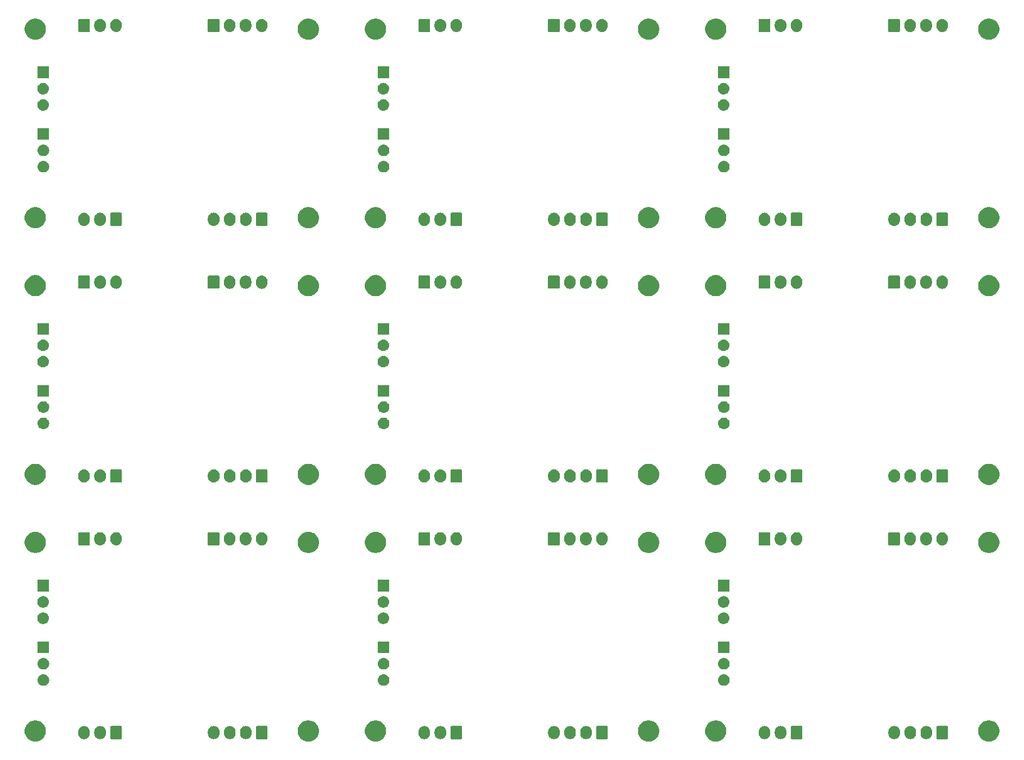
<source format=gbr>
G04 #@! TF.GenerationSoftware,KiCad,Pcbnew,(5.0.1)-3*
G04 #@! TF.CreationDate,2019-05-27T16:35:57-04:00*
G04 #@! TF.ProjectId,marsaqua_panel,6D617273617175615F70616E656C2E6B,rev?*
G04 #@! TF.SameCoordinates,Original*
G04 #@! TF.FileFunction,Soldermask,Bot*
G04 #@! TF.FilePolarity,Negative*
%FSLAX46Y46*%
G04 Gerber Fmt 4.6, Leading zero omitted, Abs format (unit mm)*
G04 Created by KiCad (PCBNEW (5.0.1)-3) date 5/27/2019 4:35:57 PM*
%MOMM*%
%LPD*%
G01*
G04 APERTURE LIST*
%ADD10C,0.100000*%
G04 APERTURE END LIST*
D10*
G36*
X178148936Y-137249438D02*
X178255259Y-137270587D01*
X178555722Y-137395043D01*
X178822532Y-137573320D01*
X178826134Y-137575727D01*
X179056093Y-137805686D01*
X179056095Y-137805689D01*
X179233492Y-138071181D01*
X179236778Y-138076100D01*
X179249094Y-138105834D01*
X179361233Y-138376561D01*
X179424680Y-138695531D01*
X179424680Y-139020749D01*
X179361233Y-139339719D01*
X179334952Y-139403166D01*
X179236778Y-139640180D01*
X179056093Y-139910594D01*
X178826134Y-140140553D01*
X178826131Y-140140555D01*
X178555722Y-140321237D01*
X178255259Y-140445693D01*
X178148936Y-140466842D01*
X177936291Y-140509140D01*
X177611069Y-140509140D01*
X177398424Y-140466842D01*
X177292101Y-140445693D01*
X176991638Y-140321237D01*
X176721229Y-140140555D01*
X176721226Y-140140553D01*
X176491267Y-139910594D01*
X176310582Y-139640180D01*
X176212408Y-139403166D01*
X176186127Y-139339719D01*
X176122680Y-139020749D01*
X176122680Y-138695531D01*
X176186127Y-138376561D01*
X176298266Y-138105834D01*
X176310582Y-138076100D01*
X176313869Y-138071181D01*
X176491265Y-137805689D01*
X176491267Y-137805686D01*
X176721226Y-137575727D01*
X176724828Y-137573320D01*
X176991638Y-137395043D01*
X177292101Y-137270587D01*
X177398424Y-137249438D01*
X177611069Y-137207140D01*
X177936291Y-137207140D01*
X178148936Y-137249438D01*
X178148936Y-137249438D01*
G37*
G36*
X135621716Y-137249438D02*
X135728039Y-137270587D01*
X136028502Y-137395043D01*
X136295312Y-137573320D01*
X136298914Y-137575727D01*
X136528873Y-137805686D01*
X136528875Y-137805689D01*
X136706272Y-138071181D01*
X136709558Y-138076100D01*
X136721874Y-138105834D01*
X136834013Y-138376561D01*
X136897460Y-138695531D01*
X136897460Y-139020749D01*
X136834013Y-139339719D01*
X136807732Y-139403166D01*
X136709558Y-139640180D01*
X136528873Y-139910594D01*
X136298914Y-140140553D01*
X136298911Y-140140555D01*
X136028502Y-140321237D01*
X135728039Y-140445693D01*
X135621716Y-140466842D01*
X135409071Y-140509140D01*
X135083849Y-140509140D01*
X134871204Y-140466842D01*
X134764881Y-140445693D01*
X134464418Y-140321237D01*
X134194009Y-140140555D01*
X134194006Y-140140553D01*
X133964047Y-139910594D01*
X133783362Y-139640180D01*
X133685188Y-139403166D01*
X133658907Y-139339719D01*
X133595460Y-139020749D01*
X133595460Y-138695531D01*
X133658907Y-138376561D01*
X133771046Y-138105834D01*
X133783362Y-138076100D01*
X133786649Y-138071181D01*
X133964045Y-137805689D01*
X133964047Y-137805686D01*
X134194006Y-137575727D01*
X134197608Y-137573320D01*
X134464418Y-137395043D01*
X134764881Y-137270587D01*
X134871204Y-137249438D01*
X135083849Y-137207140D01*
X135409071Y-137207140D01*
X135621716Y-137249438D01*
X135621716Y-137249438D01*
G37*
G36*
X72148936Y-137249438D02*
X72255259Y-137270587D01*
X72555722Y-137395043D01*
X72822532Y-137573320D01*
X72826134Y-137575727D01*
X73056093Y-137805686D01*
X73056095Y-137805689D01*
X73233492Y-138071181D01*
X73236778Y-138076100D01*
X73249094Y-138105834D01*
X73361233Y-138376561D01*
X73424680Y-138695531D01*
X73424680Y-139020749D01*
X73361233Y-139339719D01*
X73334952Y-139403166D01*
X73236778Y-139640180D01*
X73056093Y-139910594D01*
X72826134Y-140140553D01*
X72826131Y-140140555D01*
X72555722Y-140321237D01*
X72255259Y-140445693D01*
X72148936Y-140466842D01*
X71936291Y-140509140D01*
X71611069Y-140509140D01*
X71398424Y-140466842D01*
X71292101Y-140445693D01*
X70991638Y-140321237D01*
X70721229Y-140140555D01*
X70721226Y-140140553D01*
X70491267Y-139910594D01*
X70310582Y-139640180D01*
X70212408Y-139403166D01*
X70186127Y-139339719D01*
X70122680Y-139020749D01*
X70122680Y-138695531D01*
X70186127Y-138376561D01*
X70298266Y-138105834D01*
X70310582Y-138076100D01*
X70313869Y-138071181D01*
X70491265Y-137805689D01*
X70491267Y-137805686D01*
X70721226Y-137575727D01*
X70724828Y-137573320D01*
X70991638Y-137395043D01*
X71292101Y-137270587D01*
X71398424Y-137249438D01*
X71611069Y-137207140D01*
X71936291Y-137207140D01*
X72148936Y-137249438D01*
X72148936Y-137249438D01*
G37*
G36*
X125148936Y-137249438D02*
X125255259Y-137270587D01*
X125555722Y-137395043D01*
X125822532Y-137573320D01*
X125826134Y-137575727D01*
X126056093Y-137805686D01*
X126056095Y-137805689D01*
X126233492Y-138071181D01*
X126236778Y-138076100D01*
X126249094Y-138105834D01*
X126361233Y-138376561D01*
X126424680Y-138695531D01*
X126424680Y-139020749D01*
X126361233Y-139339719D01*
X126334952Y-139403166D01*
X126236778Y-139640180D01*
X126056093Y-139910594D01*
X125826134Y-140140553D01*
X125826131Y-140140555D01*
X125555722Y-140321237D01*
X125255259Y-140445693D01*
X125148936Y-140466842D01*
X124936291Y-140509140D01*
X124611069Y-140509140D01*
X124398424Y-140466842D01*
X124292101Y-140445693D01*
X123991638Y-140321237D01*
X123721229Y-140140555D01*
X123721226Y-140140553D01*
X123491267Y-139910594D01*
X123310582Y-139640180D01*
X123212408Y-139403166D01*
X123186127Y-139339719D01*
X123122680Y-139020749D01*
X123122680Y-138695531D01*
X123186127Y-138376561D01*
X123298266Y-138105834D01*
X123310582Y-138076100D01*
X123313869Y-138071181D01*
X123491265Y-137805689D01*
X123491267Y-137805686D01*
X123721226Y-137575727D01*
X123724828Y-137573320D01*
X123991638Y-137395043D01*
X124292101Y-137270587D01*
X124398424Y-137249438D01*
X124611069Y-137207140D01*
X124936291Y-137207140D01*
X125148936Y-137249438D01*
X125148936Y-137249438D01*
G37*
G36*
X82621716Y-137249438D02*
X82728039Y-137270587D01*
X83028502Y-137395043D01*
X83295312Y-137573320D01*
X83298914Y-137575727D01*
X83528873Y-137805686D01*
X83528875Y-137805689D01*
X83706272Y-138071181D01*
X83709558Y-138076100D01*
X83721874Y-138105834D01*
X83834013Y-138376561D01*
X83897460Y-138695531D01*
X83897460Y-139020749D01*
X83834013Y-139339719D01*
X83807732Y-139403166D01*
X83709558Y-139640180D01*
X83528873Y-139910594D01*
X83298914Y-140140553D01*
X83298911Y-140140555D01*
X83028502Y-140321237D01*
X82728039Y-140445693D01*
X82621716Y-140466842D01*
X82409071Y-140509140D01*
X82083849Y-140509140D01*
X81871204Y-140466842D01*
X81764881Y-140445693D01*
X81464418Y-140321237D01*
X81194009Y-140140555D01*
X81194006Y-140140553D01*
X80964047Y-139910594D01*
X80783362Y-139640180D01*
X80685188Y-139403166D01*
X80658907Y-139339719D01*
X80595460Y-139020749D01*
X80595460Y-138695531D01*
X80658907Y-138376561D01*
X80771046Y-138105834D01*
X80783362Y-138076100D01*
X80786649Y-138071181D01*
X80964045Y-137805689D01*
X80964047Y-137805686D01*
X81194006Y-137575727D01*
X81197608Y-137573320D01*
X81464418Y-137395043D01*
X81764881Y-137270587D01*
X81871204Y-137249438D01*
X82083849Y-137207140D01*
X82409071Y-137207140D01*
X82621716Y-137249438D01*
X82621716Y-137249438D01*
G37*
G36*
X29621716Y-137249438D02*
X29728039Y-137270587D01*
X30028502Y-137395043D01*
X30295312Y-137573320D01*
X30298914Y-137575727D01*
X30528873Y-137805686D01*
X30528875Y-137805689D01*
X30706272Y-138071181D01*
X30709558Y-138076100D01*
X30721874Y-138105834D01*
X30834013Y-138376561D01*
X30897460Y-138695531D01*
X30897460Y-139020749D01*
X30834013Y-139339719D01*
X30807732Y-139403166D01*
X30709558Y-139640180D01*
X30528873Y-139910594D01*
X30298914Y-140140553D01*
X30298911Y-140140555D01*
X30028502Y-140321237D01*
X29728039Y-140445693D01*
X29621716Y-140466842D01*
X29409071Y-140509140D01*
X29083849Y-140509140D01*
X28871204Y-140466842D01*
X28764881Y-140445693D01*
X28464418Y-140321237D01*
X28194009Y-140140555D01*
X28194006Y-140140553D01*
X27964047Y-139910594D01*
X27783362Y-139640180D01*
X27685188Y-139403166D01*
X27658907Y-139339719D01*
X27595460Y-139020749D01*
X27595460Y-138695531D01*
X27658907Y-138376561D01*
X27771046Y-138105834D01*
X27783362Y-138076100D01*
X27786649Y-138071181D01*
X27964045Y-137805689D01*
X27964047Y-137805686D01*
X28194006Y-137575727D01*
X28197608Y-137573320D01*
X28464418Y-137395043D01*
X28764881Y-137270587D01*
X28871204Y-137249438D01*
X29083849Y-137207140D01*
X29409071Y-137207140D01*
X29621716Y-137249438D01*
X29621716Y-137249438D01*
G37*
G36*
X112708627Y-138088577D02*
X112821853Y-138122924D01*
X112878467Y-138140097D01*
X113017087Y-138214192D01*
X113034991Y-138223762D01*
X113070729Y-138253092D01*
X113172186Y-138336354D01*
X113255448Y-138437811D01*
X113284778Y-138473549D01*
X113368443Y-138630074D01*
X113419963Y-138799914D01*
X113433000Y-138932283D01*
X113433000Y-139270798D01*
X113419963Y-139403167D01*
X113385616Y-139516393D01*
X113368443Y-139573007D01*
X113294348Y-139711627D01*
X113284778Y-139729531D01*
X113255448Y-139765269D01*
X113172186Y-139866726D01*
X113034989Y-139979319D01*
X112878466Y-140062983D01*
X112837733Y-140075339D01*
X112708626Y-140114503D01*
X112532000Y-140131899D01*
X112355373Y-140114503D01*
X112226266Y-140075339D01*
X112185533Y-140062983D01*
X112029011Y-139979319D01*
X112029009Y-139979318D01*
X111986749Y-139944636D01*
X111891814Y-139866726D01*
X111779221Y-139729529D01*
X111695557Y-139573006D01*
X111678384Y-139516392D01*
X111644037Y-139403166D01*
X111631000Y-139270797D01*
X111631000Y-138932282D01*
X111644037Y-138799913D01*
X111695557Y-138630074D01*
X111695557Y-138630073D01*
X111779222Y-138473548D01*
X111891812Y-138336357D01*
X111986750Y-138258444D01*
X112029010Y-138223762D01*
X112046914Y-138214192D01*
X112185534Y-138140097D01*
X112242148Y-138122924D01*
X112355374Y-138088577D01*
X112532000Y-138071181D01*
X112708627Y-138088577D01*
X112708627Y-138088577D01*
G37*
G36*
X168208627Y-138088577D02*
X168321853Y-138122924D01*
X168378467Y-138140097D01*
X168517087Y-138214192D01*
X168534991Y-138223762D01*
X168570729Y-138253092D01*
X168672186Y-138336354D01*
X168755448Y-138437811D01*
X168784778Y-138473549D01*
X168868443Y-138630074D01*
X168919963Y-138799914D01*
X168933000Y-138932283D01*
X168933000Y-139270798D01*
X168919963Y-139403167D01*
X168885616Y-139516393D01*
X168868443Y-139573007D01*
X168794348Y-139711627D01*
X168784778Y-139729531D01*
X168755448Y-139765269D01*
X168672186Y-139866726D01*
X168534989Y-139979319D01*
X168378466Y-140062983D01*
X168337733Y-140075339D01*
X168208626Y-140114503D01*
X168032000Y-140131899D01*
X167855373Y-140114503D01*
X167726266Y-140075339D01*
X167685533Y-140062983D01*
X167529011Y-139979319D01*
X167529009Y-139979318D01*
X167486749Y-139944636D01*
X167391814Y-139866726D01*
X167279221Y-139729529D01*
X167195557Y-139573006D01*
X167178384Y-139516392D01*
X167144037Y-139403166D01*
X167131000Y-139270797D01*
X167131000Y-138932282D01*
X167144037Y-138799913D01*
X167195557Y-138630074D01*
X167195557Y-138630073D01*
X167279222Y-138473548D01*
X167391812Y-138336357D01*
X167486750Y-138258444D01*
X167529010Y-138223762D01*
X167546914Y-138214192D01*
X167685534Y-138140097D01*
X167742148Y-138122924D01*
X167855374Y-138088577D01*
X168032000Y-138071181D01*
X168208627Y-138088577D01*
X168208627Y-138088577D01*
G37*
G36*
X165708627Y-138088577D02*
X165821853Y-138122924D01*
X165878467Y-138140097D01*
X166017087Y-138214192D01*
X166034991Y-138223762D01*
X166070729Y-138253092D01*
X166172186Y-138336354D01*
X166255448Y-138437811D01*
X166284778Y-138473549D01*
X166368443Y-138630074D01*
X166419963Y-138799914D01*
X166433000Y-138932283D01*
X166433000Y-139270798D01*
X166419963Y-139403167D01*
X166385616Y-139516393D01*
X166368443Y-139573007D01*
X166294348Y-139711627D01*
X166284778Y-139729531D01*
X166255448Y-139765269D01*
X166172186Y-139866726D01*
X166034989Y-139979319D01*
X165878466Y-140062983D01*
X165837733Y-140075339D01*
X165708626Y-140114503D01*
X165532000Y-140131899D01*
X165355373Y-140114503D01*
X165226266Y-140075339D01*
X165185533Y-140062983D01*
X165029011Y-139979319D01*
X165029009Y-139979318D01*
X164986749Y-139944636D01*
X164891814Y-139866726D01*
X164779221Y-139729529D01*
X164695557Y-139573006D01*
X164678384Y-139516392D01*
X164644037Y-139403166D01*
X164631000Y-139270797D01*
X164631000Y-138932282D01*
X164644037Y-138799913D01*
X164695557Y-138630074D01*
X164695557Y-138630073D01*
X164779222Y-138473548D01*
X164891812Y-138336357D01*
X164986750Y-138258444D01*
X165029010Y-138223762D01*
X165046914Y-138214192D01*
X165185534Y-138140097D01*
X165242148Y-138122924D01*
X165355374Y-138088577D01*
X165532000Y-138071181D01*
X165708627Y-138088577D01*
X165708627Y-138088577D01*
G37*
G36*
X163208627Y-138088577D02*
X163321853Y-138122924D01*
X163378467Y-138140097D01*
X163517087Y-138214192D01*
X163534991Y-138223762D01*
X163570729Y-138253092D01*
X163672186Y-138336354D01*
X163755448Y-138437811D01*
X163784778Y-138473549D01*
X163868443Y-138630074D01*
X163919963Y-138799914D01*
X163933000Y-138932283D01*
X163933000Y-139270798D01*
X163919963Y-139403167D01*
X163885616Y-139516393D01*
X163868443Y-139573007D01*
X163794348Y-139711627D01*
X163784778Y-139729531D01*
X163755448Y-139765269D01*
X163672186Y-139866726D01*
X163534989Y-139979319D01*
X163378466Y-140062983D01*
X163337733Y-140075339D01*
X163208626Y-140114503D01*
X163032000Y-140131899D01*
X162855373Y-140114503D01*
X162726266Y-140075339D01*
X162685533Y-140062983D01*
X162529011Y-139979319D01*
X162529009Y-139979318D01*
X162486749Y-139944636D01*
X162391814Y-139866726D01*
X162279221Y-139729529D01*
X162195557Y-139573006D01*
X162178384Y-139516392D01*
X162144037Y-139403166D01*
X162131000Y-139270797D01*
X162131000Y-138932282D01*
X162144037Y-138799913D01*
X162195557Y-138630074D01*
X162195557Y-138630073D01*
X162279222Y-138473548D01*
X162391812Y-138336357D01*
X162486750Y-138258444D01*
X162529010Y-138223762D01*
X162546914Y-138214192D01*
X162685534Y-138140097D01*
X162742148Y-138122924D01*
X162855374Y-138088577D01*
X163032000Y-138071181D01*
X163208627Y-138088577D01*
X163208627Y-138088577D01*
G37*
G36*
X115208627Y-138088577D02*
X115321853Y-138122924D01*
X115378467Y-138140097D01*
X115517087Y-138214192D01*
X115534991Y-138223762D01*
X115570729Y-138253092D01*
X115672186Y-138336354D01*
X115755448Y-138437811D01*
X115784778Y-138473549D01*
X115868443Y-138630074D01*
X115919963Y-138799914D01*
X115933000Y-138932283D01*
X115933000Y-139270798D01*
X115919963Y-139403167D01*
X115885616Y-139516393D01*
X115868443Y-139573007D01*
X115794348Y-139711627D01*
X115784778Y-139729531D01*
X115755448Y-139765269D01*
X115672186Y-139866726D01*
X115534989Y-139979319D01*
X115378466Y-140062983D01*
X115337733Y-140075339D01*
X115208626Y-140114503D01*
X115032000Y-140131899D01*
X114855373Y-140114503D01*
X114726266Y-140075339D01*
X114685533Y-140062983D01*
X114529011Y-139979319D01*
X114529009Y-139979318D01*
X114486749Y-139944636D01*
X114391814Y-139866726D01*
X114279221Y-139729529D01*
X114195557Y-139573006D01*
X114178384Y-139516392D01*
X114144037Y-139403166D01*
X114131000Y-139270797D01*
X114131000Y-138932282D01*
X114144037Y-138799913D01*
X114195557Y-138630074D01*
X114195557Y-138630073D01*
X114279222Y-138473548D01*
X114391812Y-138336357D01*
X114486750Y-138258444D01*
X114529010Y-138223762D01*
X114546914Y-138214192D01*
X114685534Y-138140097D01*
X114742148Y-138122924D01*
X114855374Y-138088577D01*
X115032000Y-138071181D01*
X115208627Y-138088577D01*
X115208627Y-138088577D01*
G37*
G36*
X110208627Y-138088577D02*
X110321853Y-138122924D01*
X110378467Y-138140097D01*
X110517087Y-138214192D01*
X110534991Y-138223762D01*
X110570729Y-138253092D01*
X110672186Y-138336354D01*
X110755448Y-138437811D01*
X110784778Y-138473549D01*
X110868443Y-138630074D01*
X110919963Y-138799914D01*
X110933000Y-138932283D01*
X110933000Y-139270798D01*
X110919963Y-139403167D01*
X110885616Y-139516393D01*
X110868443Y-139573007D01*
X110794348Y-139711627D01*
X110784778Y-139729531D01*
X110755448Y-139765269D01*
X110672186Y-139866726D01*
X110534989Y-139979319D01*
X110378466Y-140062983D01*
X110337733Y-140075339D01*
X110208626Y-140114503D01*
X110032000Y-140131899D01*
X109855373Y-140114503D01*
X109726266Y-140075339D01*
X109685533Y-140062983D01*
X109529011Y-139979319D01*
X109529009Y-139979318D01*
X109486749Y-139944636D01*
X109391814Y-139866726D01*
X109279221Y-139729529D01*
X109195557Y-139573006D01*
X109178384Y-139516392D01*
X109144037Y-139403166D01*
X109131000Y-139270797D01*
X109131000Y-138932282D01*
X109144037Y-138799913D01*
X109195557Y-138630074D01*
X109195557Y-138630073D01*
X109279222Y-138473548D01*
X109391812Y-138336357D01*
X109486750Y-138258444D01*
X109529010Y-138223762D01*
X109546914Y-138214192D01*
X109685534Y-138140097D01*
X109742148Y-138122924D01*
X109855374Y-138088577D01*
X110032000Y-138071181D01*
X110208627Y-138088577D01*
X110208627Y-138088577D01*
G37*
G36*
X62208627Y-138088577D02*
X62321853Y-138122924D01*
X62378467Y-138140097D01*
X62517087Y-138214192D01*
X62534991Y-138223762D01*
X62570729Y-138253092D01*
X62672186Y-138336354D01*
X62755448Y-138437811D01*
X62784778Y-138473549D01*
X62868443Y-138630074D01*
X62919963Y-138799914D01*
X62933000Y-138932283D01*
X62933000Y-139270798D01*
X62919963Y-139403167D01*
X62885616Y-139516393D01*
X62868443Y-139573007D01*
X62794348Y-139711627D01*
X62784778Y-139729531D01*
X62755448Y-139765269D01*
X62672186Y-139866726D01*
X62534989Y-139979319D01*
X62378466Y-140062983D01*
X62337733Y-140075339D01*
X62208626Y-140114503D01*
X62032000Y-140131899D01*
X61855373Y-140114503D01*
X61726266Y-140075339D01*
X61685533Y-140062983D01*
X61529011Y-139979319D01*
X61529009Y-139979318D01*
X61486749Y-139944636D01*
X61391814Y-139866726D01*
X61279221Y-139729529D01*
X61195557Y-139573006D01*
X61178384Y-139516392D01*
X61144037Y-139403166D01*
X61131000Y-139270797D01*
X61131000Y-138932282D01*
X61144037Y-138799913D01*
X61195557Y-138630074D01*
X61195557Y-138630073D01*
X61279222Y-138473548D01*
X61391812Y-138336357D01*
X61486750Y-138258444D01*
X61529010Y-138223762D01*
X61546914Y-138214192D01*
X61685534Y-138140097D01*
X61742148Y-138122924D01*
X61855374Y-138088577D01*
X62032000Y-138071181D01*
X62208627Y-138088577D01*
X62208627Y-138088577D01*
G37*
G36*
X57208627Y-138088577D02*
X57321853Y-138122924D01*
X57378467Y-138140097D01*
X57517087Y-138214192D01*
X57534991Y-138223762D01*
X57570729Y-138253092D01*
X57672186Y-138336354D01*
X57755448Y-138437811D01*
X57784778Y-138473549D01*
X57868443Y-138630074D01*
X57919963Y-138799914D01*
X57933000Y-138932283D01*
X57933000Y-139270798D01*
X57919963Y-139403167D01*
X57885616Y-139516393D01*
X57868443Y-139573007D01*
X57794348Y-139711627D01*
X57784778Y-139729531D01*
X57755448Y-139765269D01*
X57672186Y-139866726D01*
X57534989Y-139979319D01*
X57378466Y-140062983D01*
X57337733Y-140075339D01*
X57208626Y-140114503D01*
X57032000Y-140131899D01*
X56855373Y-140114503D01*
X56726266Y-140075339D01*
X56685533Y-140062983D01*
X56529011Y-139979319D01*
X56529009Y-139979318D01*
X56486749Y-139944636D01*
X56391814Y-139866726D01*
X56279221Y-139729529D01*
X56195557Y-139573006D01*
X56178384Y-139516392D01*
X56144037Y-139403166D01*
X56131000Y-139270797D01*
X56131000Y-138932282D01*
X56144037Y-138799913D01*
X56195557Y-138630074D01*
X56195557Y-138630073D01*
X56279222Y-138473548D01*
X56391812Y-138336357D01*
X56486750Y-138258444D01*
X56529010Y-138223762D01*
X56546914Y-138214192D01*
X56685534Y-138140097D01*
X56742148Y-138122924D01*
X56855374Y-138088577D01*
X57032000Y-138071181D01*
X57208627Y-138088577D01*
X57208627Y-138088577D01*
G37*
G36*
X143008627Y-138088577D02*
X143121853Y-138122924D01*
X143178467Y-138140097D01*
X143317087Y-138214192D01*
X143334991Y-138223762D01*
X143370729Y-138253092D01*
X143472186Y-138336354D01*
X143555448Y-138437811D01*
X143584778Y-138473549D01*
X143668443Y-138630074D01*
X143719963Y-138799914D01*
X143733000Y-138932283D01*
X143733000Y-139270798D01*
X143719963Y-139403167D01*
X143685616Y-139516393D01*
X143668443Y-139573007D01*
X143594348Y-139711627D01*
X143584778Y-139729531D01*
X143555448Y-139765269D01*
X143472186Y-139866726D01*
X143334989Y-139979319D01*
X143178466Y-140062983D01*
X143137733Y-140075339D01*
X143008626Y-140114503D01*
X142832000Y-140131899D01*
X142655373Y-140114503D01*
X142526266Y-140075339D01*
X142485533Y-140062983D01*
X142329011Y-139979319D01*
X142329009Y-139979318D01*
X142286749Y-139944636D01*
X142191814Y-139866726D01*
X142079221Y-139729529D01*
X141995557Y-139573006D01*
X141978384Y-139516392D01*
X141944037Y-139403166D01*
X141931000Y-139270797D01*
X141931000Y-138932282D01*
X141944037Y-138799913D01*
X141995557Y-138630074D01*
X141995557Y-138630073D01*
X142079222Y-138473548D01*
X142191812Y-138336357D01*
X142286750Y-138258444D01*
X142329010Y-138223762D01*
X142346914Y-138214192D01*
X142485534Y-138140097D01*
X142542148Y-138122924D01*
X142655374Y-138088577D01*
X142832000Y-138071181D01*
X143008627Y-138088577D01*
X143008627Y-138088577D01*
G37*
G36*
X145508627Y-138088577D02*
X145621853Y-138122924D01*
X145678467Y-138140097D01*
X145817087Y-138214192D01*
X145834991Y-138223762D01*
X145870729Y-138253092D01*
X145972186Y-138336354D01*
X146055448Y-138437811D01*
X146084778Y-138473549D01*
X146168443Y-138630074D01*
X146219963Y-138799914D01*
X146233000Y-138932283D01*
X146233000Y-139270798D01*
X146219963Y-139403167D01*
X146185616Y-139516393D01*
X146168443Y-139573007D01*
X146094348Y-139711627D01*
X146084778Y-139729531D01*
X146055448Y-139765269D01*
X145972186Y-139866726D01*
X145834989Y-139979319D01*
X145678466Y-140062983D01*
X145637733Y-140075339D01*
X145508626Y-140114503D01*
X145332000Y-140131899D01*
X145155373Y-140114503D01*
X145026266Y-140075339D01*
X144985533Y-140062983D01*
X144829011Y-139979319D01*
X144829009Y-139979318D01*
X144786749Y-139944636D01*
X144691814Y-139866726D01*
X144579221Y-139729529D01*
X144495557Y-139573006D01*
X144478384Y-139516392D01*
X144444037Y-139403166D01*
X144431000Y-139270797D01*
X144431000Y-138932282D01*
X144444037Y-138799913D01*
X144495557Y-138630074D01*
X144495557Y-138630073D01*
X144579222Y-138473548D01*
X144691812Y-138336357D01*
X144786750Y-138258444D01*
X144829010Y-138223762D01*
X144846914Y-138214192D01*
X144985534Y-138140097D01*
X145042148Y-138122924D01*
X145155374Y-138088577D01*
X145332000Y-138071181D01*
X145508627Y-138088577D01*
X145508627Y-138088577D01*
G37*
G36*
X90008627Y-138088577D02*
X90121853Y-138122924D01*
X90178467Y-138140097D01*
X90317087Y-138214192D01*
X90334991Y-138223762D01*
X90370729Y-138253092D01*
X90472186Y-138336354D01*
X90555448Y-138437811D01*
X90584778Y-138473549D01*
X90668443Y-138630074D01*
X90719963Y-138799914D01*
X90733000Y-138932283D01*
X90733000Y-139270798D01*
X90719963Y-139403167D01*
X90685616Y-139516393D01*
X90668443Y-139573007D01*
X90594348Y-139711627D01*
X90584778Y-139729531D01*
X90555448Y-139765269D01*
X90472186Y-139866726D01*
X90334989Y-139979319D01*
X90178466Y-140062983D01*
X90137733Y-140075339D01*
X90008626Y-140114503D01*
X89832000Y-140131899D01*
X89655373Y-140114503D01*
X89526266Y-140075339D01*
X89485533Y-140062983D01*
X89329011Y-139979319D01*
X89329009Y-139979318D01*
X89286749Y-139944636D01*
X89191814Y-139866726D01*
X89079221Y-139729529D01*
X88995557Y-139573006D01*
X88978384Y-139516392D01*
X88944037Y-139403166D01*
X88931000Y-139270797D01*
X88931000Y-138932282D01*
X88944037Y-138799913D01*
X88995557Y-138630074D01*
X88995557Y-138630073D01*
X89079222Y-138473548D01*
X89191812Y-138336357D01*
X89286750Y-138258444D01*
X89329010Y-138223762D01*
X89346914Y-138214192D01*
X89485534Y-138140097D01*
X89542148Y-138122924D01*
X89655374Y-138088577D01*
X89832000Y-138071181D01*
X90008627Y-138088577D01*
X90008627Y-138088577D01*
G37*
G36*
X92508627Y-138088577D02*
X92621853Y-138122924D01*
X92678467Y-138140097D01*
X92817087Y-138214192D01*
X92834991Y-138223762D01*
X92870729Y-138253092D01*
X92972186Y-138336354D01*
X93055448Y-138437811D01*
X93084778Y-138473549D01*
X93168443Y-138630074D01*
X93219963Y-138799914D01*
X93233000Y-138932283D01*
X93233000Y-139270798D01*
X93219963Y-139403167D01*
X93185616Y-139516393D01*
X93168443Y-139573007D01*
X93094348Y-139711627D01*
X93084778Y-139729531D01*
X93055448Y-139765269D01*
X92972186Y-139866726D01*
X92834989Y-139979319D01*
X92678466Y-140062983D01*
X92637733Y-140075339D01*
X92508626Y-140114503D01*
X92332000Y-140131899D01*
X92155373Y-140114503D01*
X92026266Y-140075339D01*
X91985533Y-140062983D01*
X91829011Y-139979319D01*
X91829009Y-139979318D01*
X91786749Y-139944636D01*
X91691814Y-139866726D01*
X91579221Y-139729529D01*
X91495557Y-139573006D01*
X91478384Y-139516392D01*
X91444037Y-139403166D01*
X91431000Y-139270797D01*
X91431000Y-138932282D01*
X91444037Y-138799913D01*
X91495557Y-138630074D01*
X91495557Y-138630073D01*
X91579222Y-138473548D01*
X91691812Y-138336357D01*
X91786750Y-138258444D01*
X91829010Y-138223762D01*
X91846914Y-138214192D01*
X91985534Y-138140097D01*
X92042148Y-138122924D01*
X92155374Y-138088577D01*
X92332000Y-138071181D01*
X92508627Y-138088577D01*
X92508627Y-138088577D01*
G37*
G36*
X37008627Y-138088577D02*
X37121853Y-138122924D01*
X37178467Y-138140097D01*
X37317087Y-138214192D01*
X37334991Y-138223762D01*
X37370729Y-138253092D01*
X37472186Y-138336354D01*
X37555448Y-138437811D01*
X37584778Y-138473549D01*
X37668443Y-138630074D01*
X37719963Y-138799914D01*
X37733000Y-138932283D01*
X37733000Y-139270798D01*
X37719963Y-139403167D01*
X37685616Y-139516393D01*
X37668443Y-139573007D01*
X37594348Y-139711627D01*
X37584778Y-139729531D01*
X37555448Y-139765269D01*
X37472186Y-139866726D01*
X37334989Y-139979319D01*
X37178466Y-140062983D01*
X37137733Y-140075339D01*
X37008626Y-140114503D01*
X36832000Y-140131899D01*
X36655373Y-140114503D01*
X36526266Y-140075339D01*
X36485533Y-140062983D01*
X36329011Y-139979319D01*
X36329009Y-139979318D01*
X36286749Y-139944636D01*
X36191814Y-139866726D01*
X36079221Y-139729529D01*
X35995557Y-139573006D01*
X35978384Y-139516392D01*
X35944037Y-139403166D01*
X35931000Y-139270797D01*
X35931000Y-138932282D01*
X35944037Y-138799913D01*
X35995557Y-138630074D01*
X35995557Y-138630073D01*
X36079222Y-138473548D01*
X36191812Y-138336357D01*
X36286750Y-138258444D01*
X36329010Y-138223762D01*
X36346914Y-138214192D01*
X36485534Y-138140097D01*
X36542148Y-138122924D01*
X36655374Y-138088577D01*
X36832000Y-138071181D01*
X37008627Y-138088577D01*
X37008627Y-138088577D01*
G37*
G36*
X59708627Y-138088577D02*
X59821853Y-138122924D01*
X59878467Y-138140097D01*
X60017087Y-138214192D01*
X60034991Y-138223762D01*
X60070729Y-138253092D01*
X60172186Y-138336354D01*
X60255448Y-138437811D01*
X60284778Y-138473549D01*
X60368443Y-138630074D01*
X60419963Y-138799914D01*
X60433000Y-138932283D01*
X60433000Y-139270798D01*
X60419963Y-139403167D01*
X60385616Y-139516393D01*
X60368443Y-139573007D01*
X60294348Y-139711627D01*
X60284778Y-139729531D01*
X60255448Y-139765269D01*
X60172186Y-139866726D01*
X60034989Y-139979319D01*
X59878466Y-140062983D01*
X59837733Y-140075339D01*
X59708626Y-140114503D01*
X59532000Y-140131899D01*
X59355373Y-140114503D01*
X59226266Y-140075339D01*
X59185533Y-140062983D01*
X59029011Y-139979319D01*
X59029009Y-139979318D01*
X58986749Y-139944636D01*
X58891814Y-139866726D01*
X58779221Y-139729529D01*
X58695557Y-139573006D01*
X58678384Y-139516392D01*
X58644037Y-139403166D01*
X58631000Y-139270797D01*
X58631000Y-138932282D01*
X58644037Y-138799913D01*
X58695557Y-138630074D01*
X58695557Y-138630073D01*
X58779222Y-138473548D01*
X58891812Y-138336357D01*
X58986750Y-138258444D01*
X59029010Y-138223762D01*
X59046914Y-138214192D01*
X59185534Y-138140097D01*
X59242148Y-138122924D01*
X59355374Y-138088577D01*
X59532000Y-138071181D01*
X59708627Y-138088577D01*
X59708627Y-138088577D01*
G37*
G36*
X39508627Y-138088577D02*
X39621853Y-138122924D01*
X39678467Y-138140097D01*
X39817087Y-138214192D01*
X39834991Y-138223762D01*
X39870729Y-138253092D01*
X39972186Y-138336354D01*
X40055448Y-138437811D01*
X40084778Y-138473549D01*
X40168443Y-138630074D01*
X40219963Y-138799914D01*
X40233000Y-138932283D01*
X40233000Y-139270798D01*
X40219963Y-139403167D01*
X40185616Y-139516393D01*
X40168443Y-139573007D01*
X40094348Y-139711627D01*
X40084778Y-139729531D01*
X40055448Y-139765269D01*
X39972186Y-139866726D01*
X39834989Y-139979319D01*
X39678466Y-140062983D01*
X39637733Y-140075339D01*
X39508626Y-140114503D01*
X39332000Y-140131899D01*
X39155373Y-140114503D01*
X39026266Y-140075339D01*
X38985533Y-140062983D01*
X38829011Y-139979319D01*
X38829009Y-139979318D01*
X38786749Y-139944636D01*
X38691814Y-139866726D01*
X38579221Y-139729529D01*
X38495557Y-139573006D01*
X38478384Y-139516392D01*
X38444037Y-139403166D01*
X38431000Y-139270797D01*
X38431000Y-138932282D01*
X38444037Y-138799913D01*
X38495557Y-138630074D01*
X38495557Y-138630073D01*
X38579222Y-138473548D01*
X38691812Y-138336357D01*
X38786750Y-138258444D01*
X38829010Y-138223762D01*
X38846914Y-138214192D01*
X38985534Y-138140097D01*
X39042148Y-138122924D01*
X39155374Y-138088577D01*
X39332000Y-138071181D01*
X39508627Y-138088577D01*
X39508627Y-138088577D01*
G37*
G36*
X118290600Y-138079529D02*
X118323649Y-138089554D01*
X118354106Y-138105834D01*
X118380799Y-138127741D01*
X118402706Y-138154434D01*
X118418986Y-138184891D01*
X118429011Y-138217940D01*
X118433000Y-138258444D01*
X118433000Y-139944636D01*
X118429011Y-139985140D01*
X118418986Y-140018189D01*
X118402706Y-140048646D01*
X118380799Y-140075339D01*
X118354106Y-140097246D01*
X118323649Y-140113526D01*
X118290600Y-140123551D01*
X118250096Y-140127540D01*
X116813904Y-140127540D01*
X116773400Y-140123551D01*
X116740351Y-140113526D01*
X116709894Y-140097246D01*
X116683201Y-140075339D01*
X116661294Y-140048646D01*
X116645014Y-140018189D01*
X116634989Y-139985140D01*
X116631000Y-139944636D01*
X116631000Y-138258444D01*
X116634989Y-138217940D01*
X116645014Y-138184891D01*
X116661294Y-138154434D01*
X116683201Y-138127741D01*
X116709894Y-138105834D01*
X116740351Y-138089554D01*
X116773400Y-138079529D01*
X116813904Y-138075540D01*
X118250096Y-138075540D01*
X118290600Y-138079529D01*
X118290600Y-138079529D01*
G37*
G36*
X65290600Y-138079529D02*
X65323649Y-138089554D01*
X65354106Y-138105834D01*
X65380799Y-138127741D01*
X65402706Y-138154434D01*
X65418986Y-138184891D01*
X65429011Y-138217940D01*
X65433000Y-138258444D01*
X65433000Y-139944636D01*
X65429011Y-139985140D01*
X65418986Y-140018189D01*
X65402706Y-140048646D01*
X65380799Y-140075339D01*
X65354106Y-140097246D01*
X65323649Y-140113526D01*
X65290600Y-140123551D01*
X65250096Y-140127540D01*
X63813904Y-140127540D01*
X63773400Y-140123551D01*
X63740351Y-140113526D01*
X63709894Y-140097246D01*
X63683201Y-140075339D01*
X63661294Y-140048646D01*
X63645014Y-140018189D01*
X63634989Y-139985140D01*
X63631000Y-139944636D01*
X63631000Y-138258444D01*
X63634989Y-138217940D01*
X63645014Y-138184891D01*
X63661294Y-138154434D01*
X63683201Y-138127741D01*
X63709894Y-138105834D01*
X63740351Y-138089554D01*
X63773400Y-138079529D01*
X63813904Y-138075540D01*
X65250096Y-138075540D01*
X65290600Y-138079529D01*
X65290600Y-138079529D01*
G37*
G36*
X95590600Y-138079529D02*
X95623649Y-138089554D01*
X95654106Y-138105834D01*
X95680799Y-138127741D01*
X95702706Y-138154434D01*
X95718986Y-138184891D01*
X95729011Y-138217940D01*
X95733000Y-138258444D01*
X95733000Y-139944636D01*
X95729011Y-139985140D01*
X95718986Y-140018189D01*
X95702706Y-140048646D01*
X95680799Y-140075339D01*
X95654106Y-140097246D01*
X95623649Y-140113526D01*
X95590600Y-140123551D01*
X95550096Y-140127540D01*
X94113904Y-140127540D01*
X94073400Y-140123551D01*
X94040351Y-140113526D01*
X94009894Y-140097246D01*
X93983201Y-140075339D01*
X93961294Y-140048646D01*
X93945014Y-140018189D01*
X93934989Y-139985140D01*
X93931000Y-139944636D01*
X93931000Y-138258444D01*
X93934989Y-138217940D01*
X93945014Y-138184891D01*
X93961294Y-138154434D01*
X93983201Y-138127741D01*
X94009894Y-138105834D01*
X94040351Y-138089554D01*
X94073400Y-138079529D01*
X94113904Y-138075540D01*
X95550096Y-138075540D01*
X95590600Y-138079529D01*
X95590600Y-138079529D01*
G37*
G36*
X148590600Y-138079529D02*
X148623649Y-138089554D01*
X148654106Y-138105834D01*
X148680799Y-138127741D01*
X148702706Y-138154434D01*
X148718986Y-138184891D01*
X148729011Y-138217940D01*
X148733000Y-138258444D01*
X148733000Y-139944636D01*
X148729011Y-139985140D01*
X148718986Y-140018189D01*
X148702706Y-140048646D01*
X148680799Y-140075339D01*
X148654106Y-140097246D01*
X148623649Y-140113526D01*
X148590600Y-140123551D01*
X148550096Y-140127540D01*
X147113904Y-140127540D01*
X147073400Y-140123551D01*
X147040351Y-140113526D01*
X147009894Y-140097246D01*
X146983201Y-140075339D01*
X146961294Y-140048646D01*
X146945014Y-140018189D01*
X146934989Y-139985140D01*
X146931000Y-139944636D01*
X146931000Y-138258444D01*
X146934989Y-138217940D01*
X146945014Y-138184891D01*
X146961294Y-138154434D01*
X146983201Y-138127741D01*
X147009894Y-138105834D01*
X147040351Y-138089554D01*
X147073400Y-138079529D01*
X147113904Y-138075540D01*
X148550096Y-138075540D01*
X148590600Y-138079529D01*
X148590600Y-138079529D01*
G37*
G36*
X42590600Y-138079529D02*
X42623649Y-138089554D01*
X42654106Y-138105834D01*
X42680799Y-138127741D01*
X42702706Y-138154434D01*
X42718986Y-138184891D01*
X42729011Y-138217940D01*
X42733000Y-138258444D01*
X42733000Y-139944636D01*
X42729011Y-139985140D01*
X42718986Y-140018189D01*
X42702706Y-140048646D01*
X42680799Y-140075339D01*
X42654106Y-140097246D01*
X42623649Y-140113526D01*
X42590600Y-140123551D01*
X42550096Y-140127540D01*
X41113904Y-140127540D01*
X41073400Y-140123551D01*
X41040351Y-140113526D01*
X41009894Y-140097246D01*
X40983201Y-140075339D01*
X40961294Y-140048646D01*
X40945014Y-140018189D01*
X40934989Y-139985140D01*
X40931000Y-139944636D01*
X40931000Y-138258444D01*
X40934989Y-138217940D01*
X40945014Y-138184891D01*
X40961294Y-138154434D01*
X40983201Y-138127741D01*
X41009894Y-138105834D01*
X41040351Y-138089554D01*
X41073400Y-138079529D01*
X41113904Y-138075540D01*
X42550096Y-138075540D01*
X42590600Y-138079529D01*
X42590600Y-138079529D01*
G37*
G36*
X171290600Y-138079529D02*
X171323649Y-138089554D01*
X171354106Y-138105834D01*
X171380799Y-138127741D01*
X171402706Y-138154434D01*
X171418986Y-138184891D01*
X171429011Y-138217940D01*
X171433000Y-138258444D01*
X171433000Y-139944636D01*
X171429011Y-139985140D01*
X171418986Y-140018189D01*
X171402706Y-140048646D01*
X171380799Y-140075339D01*
X171354106Y-140097246D01*
X171323649Y-140113526D01*
X171290600Y-140123551D01*
X171250096Y-140127540D01*
X169813904Y-140127540D01*
X169773400Y-140123551D01*
X169740351Y-140113526D01*
X169709894Y-140097246D01*
X169683201Y-140075339D01*
X169661294Y-140048646D01*
X169645014Y-140018189D01*
X169634989Y-139985140D01*
X169631000Y-139944636D01*
X169631000Y-138258444D01*
X169634989Y-138217940D01*
X169645014Y-138184891D01*
X169661294Y-138154434D01*
X169683201Y-138127741D01*
X169709894Y-138105834D01*
X169740351Y-138089554D01*
X169773400Y-138079529D01*
X169813904Y-138075540D01*
X171250096Y-138075540D01*
X171290600Y-138079529D01*
X171290600Y-138079529D01*
G37*
G36*
X30614202Y-130010918D02*
X30680387Y-130017437D01*
X30793613Y-130051784D01*
X30850227Y-130068957D01*
X30988847Y-130143052D01*
X31006751Y-130152622D01*
X31042489Y-130181952D01*
X31143946Y-130265214D01*
X31227208Y-130366671D01*
X31256538Y-130402409D01*
X31256539Y-130402411D01*
X31340203Y-130558933D01*
X31340203Y-130558934D01*
X31391723Y-130728773D01*
X31409119Y-130905400D01*
X31391723Y-131082027D01*
X31357376Y-131195253D01*
X31340203Y-131251867D01*
X31266108Y-131390487D01*
X31256538Y-131408391D01*
X31227208Y-131444129D01*
X31143946Y-131545586D01*
X31042489Y-131628848D01*
X31006751Y-131658178D01*
X31006749Y-131658179D01*
X30850227Y-131741843D01*
X30793613Y-131759016D01*
X30680387Y-131793363D01*
X30614203Y-131799881D01*
X30548020Y-131806400D01*
X30459500Y-131806400D01*
X30393317Y-131799881D01*
X30327133Y-131793363D01*
X30213907Y-131759016D01*
X30157293Y-131741843D01*
X30000771Y-131658179D01*
X30000769Y-131658178D01*
X29965031Y-131628848D01*
X29863574Y-131545586D01*
X29780312Y-131444129D01*
X29750982Y-131408391D01*
X29741412Y-131390487D01*
X29667317Y-131251867D01*
X29650144Y-131195253D01*
X29615797Y-131082027D01*
X29598401Y-130905400D01*
X29615797Y-130728773D01*
X29667317Y-130558934D01*
X29667317Y-130558933D01*
X29750981Y-130402411D01*
X29750982Y-130402409D01*
X29780312Y-130366671D01*
X29863574Y-130265214D01*
X29965031Y-130181952D01*
X30000769Y-130152622D01*
X30018673Y-130143052D01*
X30157293Y-130068957D01*
X30213907Y-130051784D01*
X30327133Y-130017437D01*
X30393318Y-130010918D01*
X30459500Y-130004400D01*
X30548020Y-130004400D01*
X30614202Y-130010918D01*
X30614202Y-130010918D01*
G37*
G36*
X136614202Y-130010918D02*
X136680387Y-130017437D01*
X136793613Y-130051784D01*
X136850227Y-130068957D01*
X136988847Y-130143052D01*
X137006751Y-130152622D01*
X137042489Y-130181952D01*
X137143946Y-130265214D01*
X137227208Y-130366671D01*
X137256538Y-130402409D01*
X137256539Y-130402411D01*
X137340203Y-130558933D01*
X137340203Y-130558934D01*
X137391723Y-130728773D01*
X137409119Y-130905400D01*
X137391723Y-131082027D01*
X137357376Y-131195253D01*
X137340203Y-131251867D01*
X137266108Y-131390487D01*
X137256538Y-131408391D01*
X137227208Y-131444129D01*
X137143946Y-131545586D01*
X137042489Y-131628848D01*
X137006751Y-131658178D01*
X137006749Y-131658179D01*
X136850227Y-131741843D01*
X136793613Y-131759016D01*
X136680387Y-131793363D01*
X136614203Y-131799881D01*
X136548020Y-131806400D01*
X136459500Y-131806400D01*
X136393317Y-131799881D01*
X136327133Y-131793363D01*
X136213907Y-131759016D01*
X136157293Y-131741843D01*
X136000771Y-131658179D01*
X136000769Y-131658178D01*
X135965031Y-131628848D01*
X135863574Y-131545586D01*
X135780312Y-131444129D01*
X135750982Y-131408391D01*
X135741412Y-131390487D01*
X135667317Y-131251867D01*
X135650144Y-131195253D01*
X135615797Y-131082027D01*
X135598401Y-130905400D01*
X135615797Y-130728773D01*
X135667317Y-130558934D01*
X135667317Y-130558933D01*
X135750981Y-130402411D01*
X135750982Y-130402409D01*
X135780312Y-130366671D01*
X135863574Y-130265214D01*
X135965031Y-130181952D01*
X136000769Y-130152622D01*
X136018673Y-130143052D01*
X136157293Y-130068957D01*
X136213907Y-130051784D01*
X136327133Y-130017437D01*
X136393318Y-130010918D01*
X136459500Y-130004400D01*
X136548020Y-130004400D01*
X136614202Y-130010918D01*
X136614202Y-130010918D01*
G37*
G36*
X83614202Y-130010918D02*
X83680387Y-130017437D01*
X83793613Y-130051784D01*
X83850227Y-130068957D01*
X83988847Y-130143052D01*
X84006751Y-130152622D01*
X84042489Y-130181952D01*
X84143946Y-130265214D01*
X84227208Y-130366671D01*
X84256538Y-130402409D01*
X84256539Y-130402411D01*
X84340203Y-130558933D01*
X84340203Y-130558934D01*
X84391723Y-130728773D01*
X84409119Y-130905400D01*
X84391723Y-131082027D01*
X84357376Y-131195253D01*
X84340203Y-131251867D01*
X84266108Y-131390487D01*
X84256538Y-131408391D01*
X84227208Y-131444129D01*
X84143946Y-131545586D01*
X84042489Y-131628848D01*
X84006751Y-131658178D01*
X84006749Y-131658179D01*
X83850227Y-131741843D01*
X83793613Y-131759016D01*
X83680387Y-131793363D01*
X83614203Y-131799881D01*
X83548020Y-131806400D01*
X83459500Y-131806400D01*
X83393317Y-131799881D01*
X83327133Y-131793363D01*
X83213907Y-131759016D01*
X83157293Y-131741843D01*
X83000771Y-131658179D01*
X83000769Y-131658178D01*
X82965031Y-131628848D01*
X82863574Y-131545586D01*
X82780312Y-131444129D01*
X82750982Y-131408391D01*
X82741412Y-131390487D01*
X82667317Y-131251867D01*
X82650144Y-131195253D01*
X82615797Y-131082027D01*
X82598401Y-130905400D01*
X82615797Y-130728773D01*
X82667317Y-130558934D01*
X82667317Y-130558933D01*
X82750981Y-130402411D01*
X82750982Y-130402409D01*
X82780312Y-130366671D01*
X82863574Y-130265214D01*
X82965031Y-130181952D01*
X83000769Y-130152622D01*
X83018673Y-130143052D01*
X83157293Y-130068957D01*
X83213907Y-130051784D01*
X83327133Y-130017437D01*
X83393318Y-130010918D01*
X83459500Y-130004400D01*
X83548020Y-130004400D01*
X83614202Y-130010918D01*
X83614202Y-130010918D01*
G37*
G36*
X83614202Y-127470918D02*
X83680387Y-127477437D01*
X83793613Y-127511784D01*
X83850227Y-127528957D01*
X83988847Y-127603052D01*
X84006751Y-127612622D01*
X84042489Y-127641952D01*
X84143946Y-127725214D01*
X84227208Y-127826671D01*
X84256538Y-127862409D01*
X84256539Y-127862411D01*
X84340203Y-128018933D01*
X84340203Y-128018934D01*
X84391723Y-128188773D01*
X84409119Y-128365400D01*
X84391723Y-128542027D01*
X84357376Y-128655253D01*
X84340203Y-128711867D01*
X84266108Y-128850487D01*
X84256538Y-128868391D01*
X84227208Y-128904129D01*
X84143946Y-129005586D01*
X84042489Y-129088848D01*
X84006751Y-129118178D01*
X84006749Y-129118179D01*
X83850227Y-129201843D01*
X83793613Y-129219016D01*
X83680387Y-129253363D01*
X83614203Y-129259881D01*
X83548020Y-129266400D01*
X83459500Y-129266400D01*
X83393317Y-129259881D01*
X83327133Y-129253363D01*
X83213907Y-129219016D01*
X83157293Y-129201843D01*
X83000771Y-129118179D01*
X83000769Y-129118178D01*
X82965031Y-129088848D01*
X82863574Y-129005586D01*
X82780312Y-128904129D01*
X82750982Y-128868391D01*
X82741412Y-128850487D01*
X82667317Y-128711867D01*
X82650144Y-128655253D01*
X82615797Y-128542027D01*
X82598401Y-128365400D01*
X82615797Y-128188773D01*
X82667317Y-128018934D01*
X82667317Y-128018933D01*
X82750981Y-127862411D01*
X82750982Y-127862409D01*
X82780312Y-127826671D01*
X82863574Y-127725214D01*
X82965031Y-127641952D01*
X83000769Y-127612622D01*
X83018673Y-127603052D01*
X83157293Y-127528957D01*
X83213907Y-127511784D01*
X83327133Y-127477437D01*
X83393318Y-127470918D01*
X83459500Y-127464400D01*
X83548020Y-127464400D01*
X83614202Y-127470918D01*
X83614202Y-127470918D01*
G37*
G36*
X30614202Y-127470918D02*
X30680387Y-127477437D01*
X30793613Y-127511784D01*
X30850227Y-127528957D01*
X30988847Y-127603052D01*
X31006751Y-127612622D01*
X31042489Y-127641952D01*
X31143946Y-127725214D01*
X31227208Y-127826671D01*
X31256538Y-127862409D01*
X31256539Y-127862411D01*
X31340203Y-128018933D01*
X31340203Y-128018934D01*
X31391723Y-128188773D01*
X31409119Y-128365400D01*
X31391723Y-128542027D01*
X31357376Y-128655253D01*
X31340203Y-128711867D01*
X31266108Y-128850487D01*
X31256538Y-128868391D01*
X31227208Y-128904129D01*
X31143946Y-129005586D01*
X31042489Y-129088848D01*
X31006751Y-129118178D01*
X31006749Y-129118179D01*
X30850227Y-129201843D01*
X30793613Y-129219016D01*
X30680387Y-129253363D01*
X30614203Y-129259881D01*
X30548020Y-129266400D01*
X30459500Y-129266400D01*
X30393317Y-129259881D01*
X30327133Y-129253363D01*
X30213907Y-129219016D01*
X30157293Y-129201843D01*
X30000771Y-129118179D01*
X30000769Y-129118178D01*
X29965031Y-129088848D01*
X29863574Y-129005586D01*
X29780312Y-128904129D01*
X29750982Y-128868391D01*
X29741412Y-128850487D01*
X29667317Y-128711867D01*
X29650144Y-128655253D01*
X29615797Y-128542027D01*
X29598401Y-128365400D01*
X29615797Y-128188773D01*
X29667317Y-128018934D01*
X29667317Y-128018933D01*
X29750981Y-127862411D01*
X29750982Y-127862409D01*
X29780312Y-127826671D01*
X29863574Y-127725214D01*
X29965031Y-127641952D01*
X30000769Y-127612622D01*
X30018673Y-127603052D01*
X30157293Y-127528957D01*
X30213907Y-127511784D01*
X30327133Y-127477437D01*
X30393318Y-127470918D01*
X30459500Y-127464400D01*
X30548020Y-127464400D01*
X30614202Y-127470918D01*
X30614202Y-127470918D01*
G37*
G36*
X136614202Y-127470918D02*
X136680387Y-127477437D01*
X136793613Y-127511784D01*
X136850227Y-127528957D01*
X136988847Y-127603052D01*
X137006751Y-127612622D01*
X137042489Y-127641952D01*
X137143946Y-127725214D01*
X137227208Y-127826671D01*
X137256538Y-127862409D01*
X137256539Y-127862411D01*
X137340203Y-128018933D01*
X137340203Y-128018934D01*
X137391723Y-128188773D01*
X137409119Y-128365400D01*
X137391723Y-128542027D01*
X137357376Y-128655253D01*
X137340203Y-128711867D01*
X137266108Y-128850487D01*
X137256538Y-128868391D01*
X137227208Y-128904129D01*
X137143946Y-129005586D01*
X137042489Y-129088848D01*
X137006751Y-129118178D01*
X137006749Y-129118179D01*
X136850227Y-129201843D01*
X136793613Y-129219016D01*
X136680387Y-129253363D01*
X136614203Y-129259881D01*
X136548020Y-129266400D01*
X136459500Y-129266400D01*
X136393317Y-129259881D01*
X136327133Y-129253363D01*
X136213907Y-129219016D01*
X136157293Y-129201843D01*
X136000771Y-129118179D01*
X136000769Y-129118178D01*
X135965031Y-129088848D01*
X135863574Y-129005586D01*
X135780312Y-128904129D01*
X135750982Y-128868391D01*
X135741412Y-128850487D01*
X135667317Y-128711867D01*
X135650144Y-128655253D01*
X135615797Y-128542027D01*
X135598401Y-128365400D01*
X135615797Y-128188773D01*
X135667317Y-128018934D01*
X135667317Y-128018933D01*
X135750981Y-127862411D01*
X135750982Y-127862409D01*
X135780312Y-127826671D01*
X135863574Y-127725214D01*
X135965031Y-127641952D01*
X136000769Y-127612622D01*
X136018673Y-127603052D01*
X136157293Y-127528957D01*
X136213907Y-127511784D01*
X136327133Y-127477437D01*
X136393318Y-127470918D01*
X136459500Y-127464400D01*
X136548020Y-127464400D01*
X136614202Y-127470918D01*
X136614202Y-127470918D01*
G37*
G36*
X137404760Y-126726400D02*
X135602760Y-126726400D01*
X135602760Y-124924400D01*
X137404760Y-124924400D01*
X137404760Y-126726400D01*
X137404760Y-126726400D01*
G37*
G36*
X84404760Y-126726400D02*
X82602760Y-126726400D01*
X82602760Y-124924400D01*
X84404760Y-124924400D01*
X84404760Y-126726400D01*
X84404760Y-126726400D01*
G37*
G36*
X31404760Y-126726400D02*
X29602760Y-126726400D01*
X29602760Y-124924400D01*
X31404760Y-124924400D01*
X31404760Y-126726400D01*
X31404760Y-126726400D01*
G37*
G36*
X136573562Y-120386858D02*
X136639747Y-120393377D01*
X136752973Y-120427724D01*
X136809587Y-120444897D01*
X136948207Y-120518992D01*
X136966111Y-120528562D01*
X137001849Y-120557892D01*
X137103306Y-120641154D01*
X137186568Y-120742611D01*
X137215898Y-120778349D01*
X137215899Y-120778351D01*
X137299563Y-120934873D01*
X137299563Y-120934874D01*
X137351083Y-121104713D01*
X137368479Y-121281340D01*
X137351083Y-121457967D01*
X137316736Y-121571193D01*
X137299563Y-121627807D01*
X137225468Y-121766427D01*
X137215898Y-121784331D01*
X137186568Y-121820069D01*
X137103306Y-121921526D01*
X137001849Y-122004788D01*
X136966111Y-122034118D01*
X136966109Y-122034119D01*
X136809587Y-122117783D01*
X136752973Y-122134956D01*
X136639747Y-122169303D01*
X136573562Y-122175822D01*
X136507380Y-122182340D01*
X136418860Y-122182340D01*
X136352678Y-122175822D01*
X136286493Y-122169303D01*
X136173267Y-122134956D01*
X136116653Y-122117783D01*
X135960131Y-122034119D01*
X135960129Y-122034118D01*
X135924391Y-122004788D01*
X135822934Y-121921526D01*
X135739672Y-121820069D01*
X135710342Y-121784331D01*
X135700772Y-121766427D01*
X135626677Y-121627807D01*
X135609504Y-121571193D01*
X135575157Y-121457967D01*
X135557761Y-121281340D01*
X135575157Y-121104713D01*
X135626677Y-120934874D01*
X135626677Y-120934873D01*
X135710341Y-120778351D01*
X135710342Y-120778349D01*
X135739672Y-120742611D01*
X135822934Y-120641154D01*
X135924391Y-120557892D01*
X135960129Y-120528562D01*
X135978033Y-120518992D01*
X136116653Y-120444897D01*
X136173267Y-120427724D01*
X136286493Y-120393377D01*
X136352678Y-120386858D01*
X136418860Y-120380340D01*
X136507380Y-120380340D01*
X136573562Y-120386858D01*
X136573562Y-120386858D01*
G37*
G36*
X83573562Y-120386858D02*
X83639747Y-120393377D01*
X83752973Y-120427724D01*
X83809587Y-120444897D01*
X83948207Y-120518992D01*
X83966111Y-120528562D01*
X84001849Y-120557892D01*
X84103306Y-120641154D01*
X84186568Y-120742611D01*
X84215898Y-120778349D01*
X84215899Y-120778351D01*
X84299563Y-120934873D01*
X84299563Y-120934874D01*
X84351083Y-121104713D01*
X84368479Y-121281340D01*
X84351083Y-121457967D01*
X84316736Y-121571193D01*
X84299563Y-121627807D01*
X84225468Y-121766427D01*
X84215898Y-121784331D01*
X84186568Y-121820069D01*
X84103306Y-121921526D01*
X84001849Y-122004788D01*
X83966111Y-122034118D01*
X83966109Y-122034119D01*
X83809587Y-122117783D01*
X83752973Y-122134956D01*
X83639747Y-122169303D01*
X83573562Y-122175822D01*
X83507380Y-122182340D01*
X83418860Y-122182340D01*
X83352678Y-122175822D01*
X83286493Y-122169303D01*
X83173267Y-122134956D01*
X83116653Y-122117783D01*
X82960131Y-122034119D01*
X82960129Y-122034118D01*
X82924391Y-122004788D01*
X82822934Y-121921526D01*
X82739672Y-121820069D01*
X82710342Y-121784331D01*
X82700772Y-121766427D01*
X82626677Y-121627807D01*
X82609504Y-121571193D01*
X82575157Y-121457967D01*
X82557761Y-121281340D01*
X82575157Y-121104713D01*
X82626677Y-120934874D01*
X82626677Y-120934873D01*
X82710341Y-120778351D01*
X82710342Y-120778349D01*
X82739672Y-120742611D01*
X82822934Y-120641154D01*
X82924391Y-120557892D01*
X82960129Y-120528562D01*
X82978033Y-120518992D01*
X83116653Y-120444897D01*
X83173267Y-120427724D01*
X83286493Y-120393377D01*
X83352678Y-120386858D01*
X83418860Y-120380340D01*
X83507380Y-120380340D01*
X83573562Y-120386858D01*
X83573562Y-120386858D01*
G37*
G36*
X30573562Y-120386858D02*
X30639747Y-120393377D01*
X30752973Y-120427724D01*
X30809587Y-120444897D01*
X30948207Y-120518992D01*
X30966111Y-120528562D01*
X31001849Y-120557892D01*
X31103306Y-120641154D01*
X31186568Y-120742611D01*
X31215898Y-120778349D01*
X31215899Y-120778351D01*
X31299563Y-120934873D01*
X31299563Y-120934874D01*
X31351083Y-121104713D01*
X31368479Y-121281340D01*
X31351083Y-121457967D01*
X31316736Y-121571193D01*
X31299563Y-121627807D01*
X31225468Y-121766427D01*
X31215898Y-121784331D01*
X31186568Y-121820069D01*
X31103306Y-121921526D01*
X31001849Y-122004788D01*
X30966111Y-122034118D01*
X30966109Y-122034119D01*
X30809587Y-122117783D01*
X30752973Y-122134956D01*
X30639747Y-122169303D01*
X30573562Y-122175822D01*
X30507380Y-122182340D01*
X30418860Y-122182340D01*
X30352678Y-122175822D01*
X30286493Y-122169303D01*
X30173267Y-122134956D01*
X30116653Y-122117783D01*
X29960131Y-122034119D01*
X29960129Y-122034118D01*
X29924391Y-122004788D01*
X29822934Y-121921526D01*
X29739672Y-121820069D01*
X29710342Y-121784331D01*
X29700772Y-121766427D01*
X29626677Y-121627807D01*
X29609504Y-121571193D01*
X29575157Y-121457967D01*
X29557761Y-121281340D01*
X29575157Y-121104713D01*
X29626677Y-120934874D01*
X29626677Y-120934873D01*
X29710341Y-120778351D01*
X29710342Y-120778349D01*
X29739672Y-120742611D01*
X29822934Y-120641154D01*
X29924391Y-120557892D01*
X29960129Y-120528562D01*
X29978033Y-120518992D01*
X30116653Y-120444897D01*
X30173267Y-120427724D01*
X30286493Y-120393377D01*
X30352678Y-120386858D01*
X30418860Y-120380340D01*
X30507380Y-120380340D01*
X30573562Y-120386858D01*
X30573562Y-120386858D01*
G37*
G36*
X30573563Y-117846859D02*
X30639747Y-117853377D01*
X30752973Y-117887724D01*
X30809587Y-117904897D01*
X30948207Y-117978992D01*
X30966111Y-117988562D01*
X31001849Y-118017892D01*
X31103306Y-118101154D01*
X31186568Y-118202611D01*
X31215898Y-118238349D01*
X31215899Y-118238351D01*
X31299563Y-118394873D01*
X31299563Y-118394874D01*
X31351083Y-118564713D01*
X31368479Y-118741340D01*
X31351083Y-118917967D01*
X31316736Y-119031193D01*
X31299563Y-119087807D01*
X31225468Y-119226427D01*
X31215898Y-119244331D01*
X31186568Y-119280069D01*
X31103306Y-119381526D01*
X31001849Y-119464788D01*
X30966111Y-119494118D01*
X30966109Y-119494119D01*
X30809587Y-119577783D01*
X30752973Y-119594956D01*
X30639747Y-119629303D01*
X30573562Y-119635822D01*
X30507380Y-119642340D01*
X30418860Y-119642340D01*
X30352678Y-119635822D01*
X30286493Y-119629303D01*
X30173267Y-119594956D01*
X30116653Y-119577783D01*
X29960131Y-119494119D01*
X29960129Y-119494118D01*
X29924391Y-119464788D01*
X29822934Y-119381526D01*
X29739672Y-119280069D01*
X29710342Y-119244331D01*
X29700772Y-119226427D01*
X29626677Y-119087807D01*
X29609504Y-119031193D01*
X29575157Y-118917967D01*
X29557761Y-118741340D01*
X29575157Y-118564713D01*
X29626677Y-118394874D01*
X29626677Y-118394873D01*
X29710341Y-118238351D01*
X29710342Y-118238349D01*
X29739672Y-118202611D01*
X29822934Y-118101154D01*
X29924391Y-118017892D01*
X29960129Y-117988562D01*
X29978033Y-117978992D01*
X30116653Y-117904897D01*
X30173267Y-117887724D01*
X30286493Y-117853377D01*
X30352677Y-117846859D01*
X30418860Y-117840340D01*
X30507380Y-117840340D01*
X30573563Y-117846859D01*
X30573563Y-117846859D01*
G37*
G36*
X83573563Y-117846859D02*
X83639747Y-117853377D01*
X83752973Y-117887724D01*
X83809587Y-117904897D01*
X83948207Y-117978992D01*
X83966111Y-117988562D01*
X84001849Y-118017892D01*
X84103306Y-118101154D01*
X84186568Y-118202611D01*
X84215898Y-118238349D01*
X84215899Y-118238351D01*
X84299563Y-118394873D01*
X84299563Y-118394874D01*
X84351083Y-118564713D01*
X84368479Y-118741340D01*
X84351083Y-118917967D01*
X84316736Y-119031193D01*
X84299563Y-119087807D01*
X84225468Y-119226427D01*
X84215898Y-119244331D01*
X84186568Y-119280069D01*
X84103306Y-119381526D01*
X84001849Y-119464788D01*
X83966111Y-119494118D01*
X83966109Y-119494119D01*
X83809587Y-119577783D01*
X83752973Y-119594956D01*
X83639747Y-119629303D01*
X83573562Y-119635822D01*
X83507380Y-119642340D01*
X83418860Y-119642340D01*
X83352678Y-119635822D01*
X83286493Y-119629303D01*
X83173267Y-119594956D01*
X83116653Y-119577783D01*
X82960131Y-119494119D01*
X82960129Y-119494118D01*
X82924391Y-119464788D01*
X82822934Y-119381526D01*
X82739672Y-119280069D01*
X82710342Y-119244331D01*
X82700772Y-119226427D01*
X82626677Y-119087807D01*
X82609504Y-119031193D01*
X82575157Y-118917967D01*
X82557761Y-118741340D01*
X82575157Y-118564713D01*
X82626677Y-118394874D01*
X82626677Y-118394873D01*
X82710341Y-118238351D01*
X82710342Y-118238349D01*
X82739672Y-118202611D01*
X82822934Y-118101154D01*
X82924391Y-118017892D01*
X82960129Y-117988562D01*
X82978033Y-117978992D01*
X83116653Y-117904897D01*
X83173267Y-117887724D01*
X83286493Y-117853377D01*
X83352677Y-117846859D01*
X83418860Y-117840340D01*
X83507380Y-117840340D01*
X83573563Y-117846859D01*
X83573563Y-117846859D01*
G37*
G36*
X136573563Y-117846859D02*
X136639747Y-117853377D01*
X136752973Y-117887724D01*
X136809587Y-117904897D01*
X136948207Y-117978992D01*
X136966111Y-117988562D01*
X137001849Y-118017892D01*
X137103306Y-118101154D01*
X137186568Y-118202611D01*
X137215898Y-118238349D01*
X137215899Y-118238351D01*
X137299563Y-118394873D01*
X137299563Y-118394874D01*
X137351083Y-118564713D01*
X137368479Y-118741340D01*
X137351083Y-118917967D01*
X137316736Y-119031193D01*
X137299563Y-119087807D01*
X137225468Y-119226427D01*
X137215898Y-119244331D01*
X137186568Y-119280069D01*
X137103306Y-119381526D01*
X137001849Y-119464788D01*
X136966111Y-119494118D01*
X136966109Y-119494119D01*
X136809587Y-119577783D01*
X136752973Y-119594956D01*
X136639747Y-119629303D01*
X136573562Y-119635822D01*
X136507380Y-119642340D01*
X136418860Y-119642340D01*
X136352678Y-119635822D01*
X136286493Y-119629303D01*
X136173267Y-119594956D01*
X136116653Y-119577783D01*
X135960131Y-119494119D01*
X135960129Y-119494118D01*
X135924391Y-119464788D01*
X135822934Y-119381526D01*
X135739672Y-119280069D01*
X135710342Y-119244331D01*
X135700772Y-119226427D01*
X135626677Y-119087807D01*
X135609504Y-119031193D01*
X135575157Y-118917967D01*
X135557761Y-118741340D01*
X135575157Y-118564713D01*
X135626677Y-118394874D01*
X135626677Y-118394873D01*
X135710341Y-118238351D01*
X135710342Y-118238349D01*
X135739672Y-118202611D01*
X135822934Y-118101154D01*
X135924391Y-118017892D01*
X135960129Y-117988562D01*
X135978033Y-117978992D01*
X136116653Y-117904897D01*
X136173267Y-117887724D01*
X136286493Y-117853377D01*
X136352677Y-117846859D01*
X136418860Y-117840340D01*
X136507380Y-117840340D01*
X136573563Y-117846859D01*
X136573563Y-117846859D01*
G37*
G36*
X31364120Y-117102340D02*
X29562120Y-117102340D01*
X29562120Y-115300340D01*
X31364120Y-115300340D01*
X31364120Y-117102340D01*
X31364120Y-117102340D01*
G37*
G36*
X137364120Y-117102340D02*
X135562120Y-117102340D01*
X135562120Y-115300340D01*
X137364120Y-115300340D01*
X137364120Y-117102340D01*
X137364120Y-117102340D01*
G37*
G36*
X84364120Y-117102340D02*
X82562120Y-117102340D01*
X82562120Y-115300340D01*
X84364120Y-115300340D01*
X84364120Y-117102340D01*
X84364120Y-117102340D01*
G37*
G36*
X125148936Y-107856558D02*
X125255259Y-107877707D01*
X125555722Y-108002163D01*
X125588047Y-108023762D01*
X125826134Y-108182847D01*
X126056093Y-108412806D01*
X126056095Y-108412809D01*
X126181116Y-108599915D01*
X126236778Y-108683220D01*
X126361233Y-108983682D01*
X126424680Y-109302649D01*
X126424680Y-109627871D01*
X126361233Y-109946838D01*
X126236778Y-110247300D01*
X126056093Y-110517714D01*
X125826134Y-110747673D01*
X125826131Y-110747675D01*
X125555722Y-110928357D01*
X125255259Y-111052813D01*
X125148936Y-111073962D01*
X124936291Y-111116260D01*
X124611069Y-111116260D01*
X124398424Y-111073962D01*
X124292101Y-111052813D01*
X123991638Y-110928357D01*
X123721229Y-110747675D01*
X123721226Y-110747673D01*
X123491267Y-110517714D01*
X123310582Y-110247300D01*
X123186127Y-109946838D01*
X123122680Y-109627871D01*
X123122680Y-109302649D01*
X123186127Y-108983682D01*
X123310582Y-108683220D01*
X123366245Y-108599915D01*
X123491265Y-108412809D01*
X123491267Y-108412806D01*
X123721226Y-108182847D01*
X123959313Y-108023762D01*
X123991638Y-108002163D01*
X124292101Y-107877707D01*
X124398424Y-107856558D01*
X124611069Y-107814260D01*
X124936291Y-107814260D01*
X125148936Y-107856558D01*
X125148936Y-107856558D01*
G37*
G36*
X135621716Y-107856558D02*
X135728039Y-107877707D01*
X136028502Y-108002163D01*
X136060827Y-108023762D01*
X136298914Y-108182847D01*
X136528873Y-108412806D01*
X136528875Y-108412809D01*
X136653896Y-108599915D01*
X136709558Y-108683220D01*
X136834013Y-108983682D01*
X136897460Y-109302649D01*
X136897460Y-109627871D01*
X136834013Y-109946838D01*
X136709558Y-110247300D01*
X136528873Y-110517714D01*
X136298914Y-110747673D01*
X136298911Y-110747675D01*
X136028502Y-110928357D01*
X135728039Y-111052813D01*
X135621716Y-111073962D01*
X135409071Y-111116260D01*
X135083849Y-111116260D01*
X134871204Y-111073962D01*
X134764881Y-111052813D01*
X134464418Y-110928357D01*
X134194009Y-110747675D01*
X134194006Y-110747673D01*
X133964047Y-110517714D01*
X133783362Y-110247300D01*
X133658907Y-109946838D01*
X133595460Y-109627871D01*
X133595460Y-109302649D01*
X133658907Y-108983682D01*
X133783362Y-108683220D01*
X133839025Y-108599915D01*
X133964045Y-108412809D01*
X133964047Y-108412806D01*
X134194006Y-108182847D01*
X134432093Y-108023762D01*
X134464418Y-108002163D01*
X134764881Y-107877707D01*
X134871204Y-107856558D01*
X135083849Y-107814260D01*
X135409071Y-107814260D01*
X135621716Y-107856558D01*
X135621716Y-107856558D01*
G37*
G36*
X178148936Y-107856558D02*
X178255259Y-107877707D01*
X178555722Y-108002163D01*
X178588047Y-108023762D01*
X178826134Y-108182847D01*
X179056093Y-108412806D01*
X179056095Y-108412809D01*
X179181116Y-108599915D01*
X179236778Y-108683220D01*
X179361233Y-108983682D01*
X179424680Y-109302649D01*
X179424680Y-109627871D01*
X179361233Y-109946838D01*
X179236778Y-110247300D01*
X179056093Y-110517714D01*
X178826134Y-110747673D01*
X178826131Y-110747675D01*
X178555722Y-110928357D01*
X178255259Y-111052813D01*
X178148936Y-111073962D01*
X177936291Y-111116260D01*
X177611069Y-111116260D01*
X177398424Y-111073962D01*
X177292101Y-111052813D01*
X176991638Y-110928357D01*
X176721229Y-110747675D01*
X176721226Y-110747673D01*
X176491267Y-110517714D01*
X176310582Y-110247300D01*
X176186127Y-109946838D01*
X176122680Y-109627871D01*
X176122680Y-109302649D01*
X176186127Y-108983682D01*
X176310582Y-108683220D01*
X176366245Y-108599915D01*
X176491265Y-108412809D01*
X176491267Y-108412806D01*
X176721226Y-108182847D01*
X176959313Y-108023762D01*
X176991638Y-108002163D01*
X177292101Y-107877707D01*
X177398424Y-107856558D01*
X177611069Y-107814260D01*
X177936291Y-107814260D01*
X178148936Y-107856558D01*
X178148936Y-107856558D01*
G37*
G36*
X72148936Y-107856558D02*
X72255259Y-107877707D01*
X72555722Y-108002163D01*
X72588047Y-108023762D01*
X72826134Y-108182847D01*
X73056093Y-108412806D01*
X73056095Y-108412809D01*
X73181116Y-108599915D01*
X73236778Y-108683220D01*
X73361233Y-108983682D01*
X73424680Y-109302649D01*
X73424680Y-109627871D01*
X73361233Y-109946838D01*
X73236778Y-110247300D01*
X73056093Y-110517714D01*
X72826134Y-110747673D01*
X72826131Y-110747675D01*
X72555722Y-110928357D01*
X72255259Y-111052813D01*
X72148936Y-111073962D01*
X71936291Y-111116260D01*
X71611069Y-111116260D01*
X71398424Y-111073962D01*
X71292101Y-111052813D01*
X70991638Y-110928357D01*
X70721229Y-110747675D01*
X70721226Y-110747673D01*
X70491267Y-110517714D01*
X70310582Y-110247300D01*
X70186127Y-109946838D01*
X70122680Y-109627871D01*
X70122680Y-109302649D01*
X70186127Y-108983682D01*
X70310582Y-108683220D01*
X70366245Y-108599915D01*
X70491265Y-108412809D01*
X70491267Y-108412806D01*
X70721226Y-108182847D01*
X70959313Y-108023762D01*
X70991638Y-108002163D01*
X71292101Y-107877707D01*
X71398424Y-107856558D01*
X71611069Y-107814260D01*
X71936291Y-107814260D01*
X72148936Y-107856558D01*
X72148936Y-107856558D01*
G37*
G36*
X29621716Y-107856558D02*
X29728039Y-107877707D01*
X30028502Y-108002163D01*
X30060827Y-108023762D01*
X30298914Y-108182847D01*
X30528873Y-108412806D01*
X30528875Y-108412809D01*
X30653896Y-108599915D01*
X30709558Y-108683220D01*
X30834013Y-108983682D01*
X30897460Y-109302649D01*
X30897460Y-109627871D01*
X30834013Y-109946838D01*
X30709558Y-110247300D01*
X30528873Y-110517714D01*
X30298914Y-110747673D01*
X30298911Y-110747675D01*
X30028502Y-110928357D01*
X29728039Y-111052813D01*
X29621716Y-111073962D01*
X29409071Y-111116260D01*
X29083849Y-111116260D01*
X28871204Y-111073962D01*
X28764881Y-111052813D01*
X28464418Y-110928357D01*
X28194009Y-110747675D01*
X28194006Y-110747673D01*
X27964047Y-110517714D01*
X27783362Y-110247300D01*
X27658907Y-109946838D01*
X27595460Y-109627871D01*
X27595460Y-109302649D01*
X27658907Y-108983682D01*
X27783362Y-108683220D01*
X27839025Y-108599915D01*
X27964045Y-108412809D01*
X27964047Y-108412806D01*
X28194006Y-108182847D01*
X28432093Y-108023762D01*
X28464418Y-108002163D01*
X28764881Y-107877707D01*
X28871204Y-107856558D01*
X29083849Y-107814260D01*
X29409071Y-107814260D01*
X29621716Y-107856558D01*
X29621716Y-107856558D01*
G37*
G36*
X82621716Y-107856558D02*
X82728039Y-107877707D01*
X83028502Y-108002163D01*
X83060827Y-108023762D01*
X83298914Y-108182847D01*
X83528873Y-108412806D01*
X83528875Y-108412809D01*
X83653896Y-108599915D01*
X83709558Y-108683220D01*
X83834013Y-108983682D01*
X83897460Y-109302649D01*
X83897460Y-109627871D01*
X83834013Y-109946838D01*
X83709558Y-110247300D01*
X83528873Y-110517714D01*
X83298914Y-110747673D01*
X83298911Y-110747675D01*
X83028502Y-110928357D01*
X82728039Y-111052813D01*
X82621716Y-111073962D01*
X82409071Y-111116260D01*
X82083849Y-111116260D01*
X81871204Y-111073962D01*
X81764881Y-111052813D01*
X81464418Y-110928357D01*
X81194009Y-110747675D01*
X81194006Y-110747673D01*
X80964047Y-110517714D01*
X80783362Y-110247300D01*
X80658907Y-109946838D01*
X80595460Y-109627871D01*
X80595460Y-109302649D01*
X80658907Y-108983682D01*
X80783362Y-108683220D01*
X80839025Y-108599915D01*
X80964045Y-108412809D01*
X80964047Y-108412806D01*
X81194006Y-108182847D01*
X81432093Y-108023762D01*
X81464418Y-108002163D01*
X81764881Y-107877707D01*
X81871204Y-107856558D01*
X82083849Y-107814260D01*
X82409071Y-107814260D01*
X82621716Y-107856558D01*
X82621716Y-107856558D01*
G37*
G36*
X168190986Y-107888577D02*
X168304212Y-107922924D01*
X168360826Y-107940097D01*
X168517349Y-108023761D01*
X168654546Y-108136354D01*
X168737808Y-108237811D01*
X168767138Y-108273549D01*
X168767139Y-108273551D01*
X168850803Y-108430073D01*
X168867976Y-108486687D01*
X168902323Y-108599913D01*
X168915360Y-108732282D01*
X168915360Y-109070797D01*
X168902323Y-109203166D01*
X168850803Y-109373006D01*
X168767138Y-109529531D01*
X168767137Y-109529532D01*
X168654546Y-109666726D01*
X168559611Y-109744636D01*
X168517351Y-109779318D01*
X168517349Y-109779319D01*
X168360827Y-109862983D01*
X168320094Y-109875339D01*
X168190987Y-109914503D01*
X168014360Y-109931899D01*
X167837734Y-109914503D01*
X167708627Y-109875339D01*
X167667894Y-109862983D01*
X167511372Y-109779319D01*
X167511370Y-109779318D01*
X167374176Y-109666726D01*
X167374172Y-109666723D01*
X167261582Y-109529532D01*
X167177917Y-109373007D01*
X167156575Y-109302651D01*
X167126397Y-109203167D01*
X167113360Y-109070798D01*
X167113360Y-108732283D01*
X167126397Y-108599914D01*
X167177917Y-108430075D01*
X167177917Y-108430074D01*
X167261581Y-108273551D01*
X167374174Y-108136354D01*
X167475631Y-108053092D01*
X167511369Y-108023762D01*
X167529273Y-108014192D01*
X167667893Y-107940097D01*
X167724507Y-107922924D01*
X167837733Y-107888577D01*
X168014360Y-107871181D01*
X168190986Y-107888577D01*
X168190986Y-107888577D01*
G37*
G36*
X170690986Y-107888577D02*
X170804212Y-107922924D01*
X170860826Y-107940097D01*
X171017349Y-108023761D01*
X171154546Y-108136354D01*
X171237808Y-108237811D01*
X171267138Y-108273549D01*
X171267139Y-108273551D01*
X171350803Y-108430073D01*
X171367976Y-108486687D01*
X171402323Y-108599913D01*
X171415360Y-108732282D01*
X171415360Y-109070797D01*
X171402323Y-109203166D01*
X171350803Y-109373006D01*
X171267138Y-109529531D01*
X171267137Y-109529532D01*
X171154546Y-109666726D01*
X171059611Y-109744636D01*
X171017351Y-109779318D01*
X171017349Y-109779319D01*
X170860827Y-109862983D01*
X170820094Y-109875339D01*
X170690987Y-109914503D01*
X170514360Y-109931899D01*
X170337734Y-109914503D01*
X170208627Y-109875339D01*
X170167894Y-109862983D01*
X170011372Y-109779319D01*
X170011370Y-109779318D01*
X169874176Y-109666726D01*
X169874172Y-109666723D01*
X169761582Y-109529532D01*
X169677917Y-109373007D01*
X169656575Y-109302651D01*
X169626397Y-109203167D01*
X169613360Y-109070798D01*
X169613360Y-108732283D01*
X169626397Y-108599914D01*
X169677917Y-108430075D01*
X169677917Y-108430074D01*
X169761581Y-108273551D01*
X169874174Y-108136354D01*
X169975631Y-108053092D01*
X170011369Y-108023762D01*
X170029273Y-108014192D01*
X170167893Y-107940097D01*
X170224507Y-107922924D01*
X170337733Y-107888577D01*
X170514360Y-107871181D01*
X170690986Y-107888577D01*
X170690986Y-107888577D01*
G37*
G36*
X92508626Y-107888577D02*
X92621852Y-107922924D01*
X92678466Y-107940097D01*
X92834989Y-108023761D01*
X92972186Y-108136354D01*
X93055448Y-108237811D01*
X93084778Y-108273549D01*
X93084779Y-108273551D01*
X93168443Y-108430073D01*
X93185616Y-108486687D01*
X93219963Y-108599913D01*
X93233000Y-108732282D01*
X93233000Y-109070797D01*
X93219963Y-109203166D01*
X93168443Y-109373006D01*
X93084778Y-109529531D01*
X93084777Y-109529532D01*
X92972186Y-109666726D01*
X92877251Y-109744636D01*
X92834991Y-109779318D01*
X92834989Y-109779319D01*
X92678467Y-109862983D01*
X92637734Y-109875339D01*
X92508627Y-109914503D01*
X92332000Y-109931899D01*
X92155374Y-109914503D01*
X92026267Y-109875339D01*
X91985534Y-109862983D01*
X91829012Y-109779319D01*
X91829010Y-109779318D01*
X91691816Y-109666726D01*
X91691812Y-109666723D01*
X91579222Y-109529532D01*
X91495557Y-109373007D01*
X91474215Y-109302651D01*
X91444037Y-109203167D01*
X91431000Y-109070798D01*
X91431000Y-108732283D01*
X91444037Y-108599914D01*
X91495557Y-108430075D01*
X91495557Y-108430074D01*
X91579221Y-108273551D01*
X91691814Y-108136354D01*
X91793271Y-108053092D01*
X91829009Y-108023762D01*
X91846913Y-108014192D01*
X91985533Y-107940097D01*
X92042147Y-107922924D01*
X92155373Y-107888577D01*
X92332000Y-107871181D01*
X92508626Y-107888577D01*
X92508626Y-107888577D01*
G37*
G36*
X95008626Y-107888577D02*
X95121852Y-107922924D01*
X95178466Y-107940097D01*
X95334989Y-108023761D01*
X95472186Y-108136354D01*
X95555448Y-108237811D01*
X95584778Y-108273549D01*
X95584779Y-108273551D01*
X95668443Y-108430073D01*
X95685616Y-108486687D01*
X95719963Y-108599913D01*
X95733000Y-108732282D01*
X95733000Y-109070797D01*
X95719963Y-109203166D01*
X95668443Y-109373006D01*
X95584778Y-109529531D01*
X95584777Y-109529532D01*
X95472186Y-109666726D01*
X95377251Y-109744636D01*
X95334991Y-109779318D01*
X95334989Y-109779319D01*
X95178467Y-109862983D01*
X95137734Y-109875339D01*
X95008627Y-109914503D01*
X94832000Y-109931899D01*
X94655374Y-109914503D01*
X94526267Y-109875339D01*
X94485534Y-109862983D01*
X94329012Y-109779319D01*
X94329010Y-109779318D01*
X94191816Y-109666726D01*
X94191812Y-109666723D01*
X94079222Y-109529532D01*
X93995557Y-109373007D01*
X93974215Y-109302651D01*
X93944037Y-109203167D01*
X93931000Y-109070798D01*
X93931000Y-108732283D01*
X93944037Y-108599914D01*
X93995557Y-108430075D01*
X93995557Y-108430074D01*
X94079221Y-108273551D01*
X94191814Y-108136354D01*
X94293271Y-108053092D01*
X94329009Y-108023762D01*
X94346913Y-108014192D01*
X94485533Y-107940097D01*
X94542147Y-107922924D01*
X94655373Y-107888577D01*
X94832000Y-107871181D01*
X95008626Y-107888577D01*
X95008626Y-107888577D01*
G37*
G36*
X42008626Y-107888577D02*
X42121852Y-107922924D01*
X42178466Y-107940097D01*
X42334989Y-108023761D01*
X42472186Y-108136354D01*
X42555448Y-108237811D01*
X42584778Y-108273549D01*
X42584779Y-108273551D01*
X42668443Y-108430073D01*
X42685616Y-108486687D01*
X42719963Y-108599913D01*
X42733000Y-108732282D01*
X42733000Y-109070797D01*
X42719963Y-109203166D01*
X42668443Y-109373006D01*
X42584778Y-109529531D01*
X42584777Y-109529532D01*
X42472186Y-109666726D01*
X42377251Y-109744636D01*
X42334991Y-109779318D01*
X42334989Y-109779319D01*
X42178467Y-109862983D01*
X42137734Y-109875339D01*
X42008627Y-109914503D01*
X41832000Y-109931899D01*
X41655374Y-109914503D01*
X41526267Y-109875339D01*
X41485534Y-109862983D01*
X41329012Y-109779319D01*
X41329010Y-109779318D01*
X41191816Y-109666726D01*
X41191812Y-109666723D01*
X41079222Y-109529532D01*
X40995557Y-109373007D01*
X40974215Y-109302651D01*
X40944037Y-109203167D01*
X40931000Y-109070798D01*
X40931000Y-108732283D01*
X40944037Y-108599914D01*
X40995557Y-108430075D01*
X40995557Y-108430074D01*
X41079221Y-108273551D01*
X41191814Y-108136354D01*
X41293271Y-108053092D01*
X41329009Y-108023762D01*
X41346913Y-108014192D01*
X41485533Y-107940097D01*
X41542147Y-107922924D01*
X41655373Y-107888577D01*
X41832000Y-107871181D01*
X42008626Y-107888577D01*
X42008626Y-107888577D01*
G37*
G36*
X148008626Y-107888577D02*
X148121852Y-107922924D01*
X148178466Y-107940097D01*
X148334989Y-108023761D01*
X148472186Y-108136354D01*
X148555448Y-108237811D01*
X148584778Y-108273549D01*
X148584779Y-108273551D01*
X148668443Y-108430073D01*
X148685616Y-108486687D01*
X148719963Y-108599913D01*
X148733000Y-108732282D01*
X148733000Y-109070797D01*
X148719963Y-109203166D01*
X148668443Y-109373006D01*
X148584778Y-109529531D01*
X148584777Y-109529532D01*
X148472186Y-109666726D01*
X148377251Y-109744636D01*
X148334991Y-109779318D01*
X148334989Y-109779319D01*
X148178467Y-109862983D01*
X148137734Y-109875339D01*
X148008627Y-109914503D01*
X147832000Y-109931899D01*
X147655374Y-109914503D01*
X147526267Y-109875339D01*
X147485534Y-109862983D01*
X147329012Y-109779319D01*
X147329010Y-109779318D01*
X147191816Y-109666726D01*
X147191812Y-109666723D01*
X147079222Y-109529532D01*
X146995557Y-109373007D01*
X146974215Y-109302651D01*
X146944037Y-109203167D01*
X146931000Y-109070798D01*
X146931000Y-108732283D01*
X146944037Y-108599914D01*
X146995557Y-108430075D01*
X146995557Y-108430074D01*
X147079221Y-108273551D01*
X147191814Y-108136354D01*
X147293271Y-108053092D01*
X147329009Y-108023762D01*
X147346913Y-108014192D01*
X147485533Y-107940097D01*
X147542147Y-107922924D01*
X147655373Y-107888577D01*
X147832000Y-107871181D01*
X148008626Y-107888577D01*
X148008626Y-107888577D01*
G37*
G36*
X145508626Y-107888577D02*
X145621852Y-107922924D01*
X145678466Y-107940097D01*
X145834989Y-108023761D01*
X145972186Y-108136354D01*
X146055448Y-108237811D01*
X146084778Y-108273549D01*
X146084779Y-108273551D01*
X146168443Y-108430073D01*
X146185616Y-108486687D01*
X146219963Y-108599913D01*
X146233000Y-108732282D01*
X146233000Y-109070797D01*
X146219963Y-109203166D01*
X146168443Y-109373006D01*
X146084778Y-109529531D01*
X146084777Y-109529532D01*
X145972186Y-109666726D01*
X145877251Y-109744636D01*
X145834991Y-109779318D01*
X145834989Y-109779319D01*
X145678467Y-109862983D01*
X145637734Y-109875339D01*
X145508627Y-109914503D01*
X145332000Y-109931899D01*
X145155374Y-109914503D01*
X145026267Y-109875339D01*
X144985534Y-109862983D01*
X144829012Y-109779319D01*
X144829010Y-109779318D01*
X144691816Y-109666726D01*
X144691812Y-109666723D01*
X144579222Y-109529532D01*
X144495557Y-109373007D01*
X144474215Y-109302651D01*
X144444037Y-109203167D01*
X144431000Y-109070798D01*
X144431000Y-108732283D01*
X144444037Y-108599914D01*
X144495557Y-108430075D01*
X144495557Y-108430074D01*
X144579221Y-108273551D01*
X144691814Y-108136354D01*
X144793271Y-108053092D01*
X144829009Y-108023762D01*
X144846913Y-108014192D01*
X144985533Y-107940097D01*
X145042147Y-107922924D01*
X145155373Y-107888577D01*
X145332000Y-107871181D01*
X145508626Y-107888577D01*
X145508626Y-107888577D01*
G37*
G36*
X39508626Y-107888577D02*
X39621852Y-107922924D01*
X39678466Y-107940097D01*
X39834989Y-108023761D01*
X39972186Y-108136354D01*
X40055448Y-108237811D01*
X40084778Y-108273549D01*
X40084779Y-108273551D01*
X40168443Y-108430073D01*
X40185616Y-108486687D01*
X40219963Y-108599913D01*
X40233000Y-108732282D01*
X40233000Y-109070797D01*
X40219963Y-109203166D01*
X40168443Y-109373006D01*
X40084778Y-109529531D01*
X40084777Y-109529532D01*
X39972186Y-109666726D01*
X39877251Y-109744636D01*
X39834991Y-109779318D01*
X39834989Y-109779319D01*
X39678467Y-109862983D01*
X39637734Y-109875339D01*
X39508627Y-109914503D01*
X39332000Y-109931899D01*
X39155374Y-109914503D01*
X39026267Y-109875339D01*
X38985534Y-109862983D01*
X38829012Y-109779319D01*
X38829010Y-109779318D01*
X38691816Y-109666726D01*
X38691812Y-109666723D01*
X38579222Y-109529532D01*
X38495557Y-109373007D01*
X38474215Y-109302651D01*
X38444037Y-109203167D01*
X38431000Y-109070798D01*
X38431000Y-108732283D01*
X38444037Y-108599914D01*
X38495557Y-108430075D01*
X38495557Y-108430074D01*
X38579221Y-108273551D01*
X38691814Y-108136354D01*
X38793271Y-108053092D01*
X38829009Y-108023762D01*
X38846913Y-108014192D01*
X38985533Y-107940097D01*
X39042147Y-107922924D01*
X39155373Y-107888577D01*
X39332000Y-107871181D01*
X39508626Y-107888577D01*
X39508626Y-107888577D01*
G37*
G36*
X117690986Y-107888577D02*
X117804212Y-107922924D01*
X117860826Y-107940097D01*
X118017349Y-108023761D01*
X118154546Y-108136354D01*
X118237808Y-108237811D01*
X118267138Y-108273549D01*
X118267139Y-108273551D01*
X118350803Y-108430073D01*
X118367976Y-108486687D01*
X118402323Y-108599913D01*
X118415360Y-108732282D01*
X118415360Y-109070797D01*
X118402323Y-109203166D01*
X118350803Y-109373006D01*
X118267138Y-109529531D01*
X118267137Y-109529532D01*
X118154546Y-109666726D01*
X118059611Y-109744636D01*
X118017351Y-109779318D01*
X118017349Y-109779319D01*
X117860827Y-109862983D01*
X117820094Y-109875339D01*
X117690987Y-109914503D01*
X117514360Y-109931899D01*
X117337734Y-109914503D01*
X117208627Y-109875339D01*
X117167894Y-109862983D01*
X117011372Y-109779319D01*
X117011370Y-109779318D01*
X116874176Y-109666726D01*
X116874172Y-109666723D01*
X116761582Y-109529532D01*
X116677917Y-109373007D01*
X116656575Y-109302651D01*
X116626397Y-109203167D01*
X116613360Y-109070798D01*
X116613360Y-108732283D01*
X116626397Y-108599914D01*
X116677917Y-108430075D01*
X116677917Y-108430074D01*
X116761581Y-108273551D01*
X116874174Y-108136354D01*
X116975631Y-108053092D01*
X117011369Y-108023762D01*
X117029273Y-108014192D01*
X117167893Y-107940097D01*
X117224507Y-107922924D01*
X117337733Y-107888577D01*
X117514360Y-107871181D01*
X117690986Y-107888577D01*
X117690986Y-107888577D01*
G37*
G36*
X112690986Y-107888577D02*
X112804212Y-107922924D01*
X112860826Y-107940097D01*
X113017349Y-108023761D01*
X113154546Y-108136354D01*
X113237808Y-108237811D01*
X113267138Y-108273549D01*
X113267139Y-108273551D01*
X113350803Y-108430073D01*
X113367976Y-108486687D01*
X113402323Y-108599913D01*
X113415360Y-108732282D01*
X113415360Y-109070797D01*
X113402323Y-109203166D01*
X113350803Y-109373006D01*
X113267138Y-109529531D01*
X113267137Y-109529532D01*
X113154546Y-109666726D01*
X113059611Y-109744636D01*
X113017351Y-109779318D01*
X113017349Y-109779319D01*
X112860827Y-109862983D01*
X112820094Y-109875339D01*
X112690987Y-109914503D01*
X112514360Y-109931899D01*
X112337734Y-109914503D01*
X112208627Y-109875339D01*
X112167894Y-109862983D01*
X112011372Y-109779319D01*
X112011370Y-109779318D01*
X111874176Y-109666726D01*
X111874172Y-109666723D01*
X111761582Y-109529532D01*
X111677917Y-109373007D01*
X111656575Y-109302651D01*
X111626397Y-109203167D01*
X111613360Y-109070798D01*
X111613360Y-108732283D01*
X111626397Y-108599914D01*
X111677917Y-108430075D01*
X111677917Y-108430074D01*
X111761581Y-108273551D01*
X111874174Y-108136354D01*
X111975631Y-108053092D01*
X112011369Y-108023762D01*
X112029273Y-108014192D01*
X112167893Y-107940097D01*
X112224507Y-107922924D01*
X112337733Y-107888577D01*
X112514360Y-107871181D01*
X112690986Y-107888577D01*
X112690986Y-107888577D01*
G37*
G36*
X115190986Y-107888577D02*
X115304212Y-107922924D01*
X115360826Y-107940097D01*
X115517349Y-108023761D01*
X115654546Y-108136354D01*
X115737808Y-108237811D01*
X115767138Y-108273549D01*
X115767139Y-108273551D01*
X115850803Y-108430073D01*
X115867976Y-108486687D01*
X115902323Y-108599913D01*
X115915360Y-108732282D01*
X115915360Y-109070797D01*
X115902323Y-109203166D01*
X115850803Y-109373006D01*
X115767138Y-109529531D01*
X115767137Y-109529532D01*
X115654546Y-109666726D01*
X115559611Y-109744636D01*
X115517351Y-109779318D01*
X115517349Y-109779319D01*
X115360827Y-109862983D01*
X115320094Y-109875339D01*
X115190987Y-109914503D01*
X115014360Y-109931899D01*
X114837734Y-109914503D01*
X114708627Y-109875339D01*
X114667894Y-109862983D01*
X114511372Y-109779319D01*
X114511370Y-109779318D01*
X114374176Y-109666726D01*
X114374172Y-109666723D01*
X114261582Y-109529532D01*
X114177917Y-109373007D01*
X114156575Y-109302651D01*
X114126397Y-109203167D01*
X114113360Y-109070798D01*
X114113360Y-108732283D01*
X114126397Y-108599914D01*
X114177917Y-108430075D01*
X114177917Y-108430074D01*
X114261581Y-108273551D01*
X114374174Y-108136354D01*
X114475631Y-108053092D01*
X114511369Y-108023762D01*
X114529273Y-108014192D01*
X114667893Y-107940097D01*
X114724507Y-107922924D01*
X114837733Y-107888577D01*
X115014360Y-107871181D01*
X115190986Y-107888577D01*
X115190986Y-107888577D01*
G37*
G36*
X64690986Y-107888577D02*
X64804212Y-107922924D01*
X64860826Y-107940097D01*
X65017349Y-108023761D01*
X65154546Y-108136354D01*
X65237808Y-108237811D01*
X65267138Y-108273549D01*
X65267139Y-108273551D01*
X65350803Y-108430073D01*
X65367976Y-108486687D01*
X65402323Y-108599913D01*
X65415360Y-108732282D01*
X65415360Y-109070797D01*
X65402323Y-109203166D01*
X65350803Y-109373006D01*
X65267138Y-109529531D01*
X65267137Y-109529532D01*
X65154546Y-109666726D01*
X65059611Y-109744636D01*
X65017351Y-109779318D01*
X65017349Y-109779319D01*
X64860827Y-109862983D01*
X64820094Y-109875339D01*
X64690987Y-109914503D01*
X64514360Y-109931899D01*
X64337734Y-109914503D01*
X64208627Y-109875339D01*
X64167894Y-109862983D01*
X64011372Y-109779319D01*
X64011370Y-109779318D01*
X63874176Y-109666726D01*
X63874172Y-109666723D01*
X63761582Y-109529532D01*
X63677917Y-109373007D01*
X63656575Y-109302651D01*
X63626397Y-109203167D01*
X63613360Y-109070798D01*
X63613360Y-108732283D01*
X63626397Y-108599914D01*
X63677917Y-108430075D01*
X63677917Y-108430074D01*
X63761581Y-108273551D01*
X63874174Y-108136354D01*
X63975631Y-108053092D01*
X64011369Y-108023762D01*
X64029273Y-108014192D01*
X64167893Y-107940097D01*
X64224507Y-107922924D01*
X64337733Y-107888577D01*
X64514360Y-107871181D01*
X64690986Y-107888577D01*
X64690986Y-107888577D01*
G37*
G36*
X62190986Y-107888577D02*
X62304212Y-107922924D01*
X62360826Y-107940097D01*
X62517349Y-108023761D01*
X62654546Y-108136354D01*
X62737808Y-108237811D01*
X62767138Y-108273549D01*
X62767139Y-108273551D01*
X62850803Y-108430073D01*
X62867976Y-108486687D01*
X62902323Y-108599913D01*
X62915360Y-108732282D01*
X62915360Y-109070797D01*
X62902323Y-109203166D01*
X62850803Y-109373006D01*
X62767138Y-109529531D01*
X62767137Y-109529532D01*
X62654546Y-109666726D01*
X62559611Y-109744636D01*
X62517351Y-109779318D01*
X62517349Y-109779319D01*
X62360827Y-109862983D01*
X62320094Y-109875339D01*
X62190987Y-109914503D01*
X62014360Y-109931899D01*
X61837734Y-109914503D01*
X61708627Y-109875339D01*
X61667894Y-109862983D01*
X61511372Y-109779319D01*
X61511370Y-109779318D01*
X61374176Y-109666726D01*
X61374172Y-109666723D01*
X61261582Y-109529532D01*
X61177917Y-109373007D01*
X61156575Y-109302651D01*
X61126397Y-109203167D01*
X61113360Y-109070798D01*
X61113360Y-108732283D01*
X61126397Y-108599914D01*
X61177917Y-108430075D01*
X61177917Y-108430074D01*
X61261581Y-108273551D01*
X61374174Y-108136354D01*
X61475631Y-108053092D01*
X61511369Y-108023762D01*
X61529273Y-108014192D01*
X61667893Y-107940097D01*
X61724507Y-107922924D01*
X61837733Y-107888577D01*
X62014360Y-107871181D01*
X62190986Y-107888577D01*
X62190986Y-107888577D01*
G37*
G36*
X59690986Y-107888577D02*
X59804212Y-107922924D01*
X59860826Y-107940097D01*
X60017349Y-108023761D01*
X60154546Y-108136354D01*
X60237808Y-108237811D01*
X60267138Y-108273549D01*
X60267139Y-108273551D01*
X60350803Y-108430073D01*
X60367976Y-108486687D01*
X60402323Y-108599913D01*
X60415360Y-108732282D01*
X60415360Y-109070797D01*
X60402323Y-109203166D01*
X60350803Y-109373006D01*
X60267138Y-109529531D01*
X60267137Y-109529532D01*
X60154546Y-109666726D01*
X60059611Y-109744636D01*
X60017351Y-109779318D01*
X60017349Y-109779319D01*
X59860827Y-109862983D01*
X59820094Y-109875339D01*
X59690987Y-109914503D01*
X59514360Y-109931899D01*
X59337734Y-109914503D01*
X59208627Y-109875339D01*
X59167894Y-109862983D01*
X59011372Y-109779319D01*
X59011370Y-109779318D01*
X58874176Y-109666726D01*
X58874172Y-109666723D01*
X58761582Y-109529532D01*
X58677917Y-109373007D01*
X58656575Y-109302651D01*
X58626397Y-109203167D01*
X58613360Y-109070798D01*
X58613360Y-108732283D01*
X58626397Y-108599914D01*
X58677917Y-108430075D01*
X58677917Y-108430074D01*
X58761581Y-108273551D01*
X58874174Y-108136354D01*
X58975631Y-108053092D01*
X59011369Y-108023762D01*
X59029273Y-108014192D01*
X59167893Y-107940097D01*
X59224507Y-107922924D01*
X59337733Y-107888577D01*
X59514360Y-107871181D01*
X59690986Y-107888577D01*
X59690986Y-107888577D01*
G37*
G36*
X165690986Y-107888577D02*
X165804212Y-107922924D01*
X165860826Y-107940097D01*
X166017349Y-108023761D01*
X166154546Y-108136354D01*
X166237808Y-108237811D01*
X166267138Y-108273549D01*
X166267139Y-108273551D01*
X166350803Y-108430073D01*
X166367976Y-108486687D01*
X166402323Y-108599913D01*
X166415360Y-108732282D01*
X166415360Y-109070797D01*
X166402323Y-109203166D01*
X166350803Y-109373006D01*
X166267138Y-109529531D01*
X166267137Y-109529532D01*
X166154546Y-109666726D01*
X166059611Y-109744636D01*
X166017351Y-109779318D01*
X166017349Y-109779319D01*
X165860827Y-109862983D01*
X165820094Y-109875339D01*
X165690987Y-109914503D01*
X165514360Y-109931899D01*
X165337734Y-109914503D01*
X165208627Y-109875339D01*
X165167894Y-109862983D01*
X165011372Y-109779319D01*
X165011370Y-109779318D01*
X164874176Y-109666726D01*
X164874172Y-109666723D01*
X164761582Y-109529532D01*
X164677917Y-109373007D01*
X164656575Y-109302651D01*
X164626397Y-109203167D01*
X164613360Y-109070798D01*
X164613360Y-108732283D01*
X164626397Y-108599914D01*
X164677917Y-108430075D01*
X164677917Y-108430074D01*
X164761581Y-108273551D01*
X164874174Y-108136354D01*
X164975631Y-108053092D01*
X165011369Y-108023762D01*
X165029273Y-108014192D01*
X165167893Y-107940097D01*
X165224507Y-107922924D01*
X165337733Y-107888577D01*
X165514360Y-107871181D01*
X165690986Y-107888577D01*
X165690986Y-107888577D01*
G37*
G36*
X110772960Y-107879529D02*
X110806009Y-107889554D01*
X110836466Y-107905834D01*
X110863159Y-107927741D01*
X110885066Y-107954434D01*
X110901346Y-107984891D01*
X110911371Y-108017940D01*
X110915360Y-108058444D01*
X110915360Y-109744636D01*
X110911371Y-109785140D01*
X110901346Y-109818189D01*
X110885066Y-109848646D01*
X110863159Y-109875339D01*
X110836466Y-109897246D01*
X110806009Y-109913526D01*
X110772960Y-109923551D01*
X110732456Y-109927540D01*
X109296264Y-109927540D01*
X109255760Y-109923551D01*
X109222711Y-109913526D01*
X109192254Y-109897246D01*
X109165561Y-109875339D01*
X109143654Y-109848646D01*
X109127374Y-109818189D01*
X109117349Y-109785140D01*
X109113360Y-109744636D01*
X109113360Y-108058444D01*
X109117349Y-108017940D01*
X109127374Y-107984891D01*
X109143654Y-107954434D01*
X109165561Y-107927741D01*
X109192254Y-107905834D01*
X109222711Y-107889554D01*
X109255760Y-107879529D01*
X109296264Y-107875540D01*
X110732456Y-107875540D01*
X110772960Y-107879529D01*
X110772960Y-107879529D01*
G37*
G36*
X143590600Y-107879529D02*
X143623649Y-107889554D01*
X143654106Y-107905834D01*
X143680799Y-107927741D01*
X143702706Y-107954434D01*
X143718986Y-107984891D01*
X143729011Y-108017940D01*
X143733000Y-108058444D01*
X143733000Y-109744636D01*
X143729011Y-109785140D01*
X143718986Y-109818189D01*
X143702706Y-109848646D01*
X143680799Y-109875339D01*
X143654106Y-109897246D01*
X143623649Y-109913526D01*
X143590600Y-109923551D01*
X143550096Y-109927540D01*
X142113904Y-109927540D01*
X142073400Y-109923551D01*
X142040351Y-109913526D01*
X142009894Y-109897246D01*
X141983201Y-109875339D01*
X141961294Y-109848646D01*
X141945014Y-109818189D01*
X141934989Y-109785140D01*
X141931000Y-109744636D01*
X141931000Y-108058444D01*
X141934989Y-108017940D01*
X141945014Y-107984891D01*
X141961294Y-107954434D01*
X141983201Y-107927741D01*
X142009894Y-107905834D01*
X142040351Y-107889554D01*
X142073400Y-107879529D01*
X142113904Y-107875540D01*
X143550096Y-107875540D01*
X143590600Y-107879529D01*
X143590600Y-107879529D01*
G37*
G36*
X163772960Y-107879529D02*
X163806009Y-107889554D01*
X163836466Y-107905834D01*
X163863159Y-107927741D01*
X163885066Y-107954434D01*
X163901346Y-107984891D01*
X163911371Y-108017940D01*
X163915360Y-108058444D01*
X163915360Y-109744636D01*
X163911371Y-109785140D01*
X163901346Y-109818189D01*
X163885066Y-109848646D01*
X163863159Y-109875339D01*
X163836466Y-109897246D01*
X163806009Y-109913526D01*
X163772960Y-109923551D01*
X163732456Y-109927540D01*
X162296264Y-109927540D01*
X162255760Y-109923551D01*
X162222711Y-109913526D01*
X162192254Y-109897246D01*
X162165561Y-109875339D01*
X162143654Y-109848646D01*
X162127374Y-109818189D01*
X162117349Y-109785140D01*
X162113360Y-109744636D01*
X162113360Y-108058444D01*
X162117349Y-108017940D01*
X162127374Y-107984891D01*
X162143654Y-107954434D01*
X162165561Y-107927741D01*
X162192254Y-107905834D01*
X162222711Y-107889554D01*
X162255760Y-107879529D01*
X162296264Y-107875540D01*
X163732456Y-107875540D01*
X163772960Y-107879529D01*
X163772960Y-107879529D01*
G37*
G36*
X57772960Y-107879529D02*
X57806009Y-107889554D01*
X57836466Y-107905834D01*
X57863159Y-107927741D01*
X57885066Y-107954434D01*
X57901346Y-107984891D01*
X57911371Y-108017940D01*
X57915360Y-108058444D01*
X57915360Y-109744636D01*
X57911371Y-109785140D01*
X57901346Y-109818189D01*
X57885066Y-109848646D01*
X57863159Y-109875339D01*
X57836466Y-109897246D01*
X57806009Y-109913526D01*
X57772960Y-109923551D01*
X57732456Y-109927540D01*
X56296264Y-109927540D01*
X56255760Y-109923551D01*
X56222711Y-109913526D01*
X56192254Y-109897246D01*
X56165561Y-109875339D01*
X56143654Y-109848646D01*
X56127374Y-109818189D01*
X56117349Y-109785140D01*
X56113360Y-109744636D01*
X56113360Y-108058444D01*
X56117349Y-108017940D01*
X56127374Y-107984891D01*
X56143654Y-107954434D01*
X56165561Y-107927741D01*
X56192254Y-107905834D01*
X56222711Y-107889554D01*
X56255760Y-107879529D01*
X56296264Y-107875540D01*
X57732456Y-107875540D01*
X57772960Y-107879529D01*
X57772960Y-107879529D01*
G37*
G36*
X37590600Y-107879529D02*
X37623649Y-107889554D01*
X37654106Y-107905834D01*
X37680799Y-107927741D01*
X37702706Y-107954434D01*
X37718986Y-107984891D01*
X37729011Y-108017940D01*
X37733000Y-108058444D01*
X37733000Y-109744636D01*
X37729011Y-109785140D01*
X37718986Y-109818189D01*
X37702706Y-109848646D01*
X37680799Y-109875339D01*
X37654106Y-109897246D01*
X37623649Y-109913526D01*
X37590600Y-109923551D01*
X37550096Y-109927540D01*
X36113904Y-109927540D01*
X36073400Y-109923551D01*
X36040351Y-109913526D01*
X36009894Y-109897246D01*
X35983201Y-109875339D01*
X35961294Y-109848646D01*
X35945014Y-109818189D01*
X35934989Y-109785140D01*
X35931000Y-109744636D01*
X35931000Y-108058444D01*
X35934989Y-108017940D01*
X35945014Y-107984891D01*
X35961294Y-107954434D01*
X35983201Y-107927741D01*
X36009894Y-107905834D01*
X36040351Y-107889554D01*
X36073400Y-107879529D01*
X36113904Y-107875540D01*
X37550096Y-107875540D01*
X37590600Y-107879529D01*
X37590600Y-107879529D01*
G37*
G36*
X90590600Y-107879529D02*
X90623649Y-107889554D01*
X90654106Y-107905834D01*
X90680799Y-107927741D01*
X90702706Y-107954434D01*
X90718986Y-107984891D01*
X90729011Y-108017940D01*
X90733000Y-108058444D01*
X90733000Y-109744636D01*
X90729011Y-109785140D01*
X90718986Y-109818189D01*
X90702706Y-109848646D01*
X90680799Y-109875339D01*
X90654106Y-109897246D01*
X90623649Y-109913526D01*
X90590600Y-109923551D01*
X90550096Y-109927540D01*
X89113904Y-109927540D01*
X89073400Y-109923551D01*
X89040351Y-109913526D01*
X89009894Y-109897246D01*
X88983201Y-109875339D01*
X88961294Y-109848646D01*
X88945014Y-109818189D01*
X88934989Y-109785140D01*
X88931000Y-109744636D01*
X88931000Y-108058444D01*
X88934989Y-108017940D01*
X88945014Y-107984891D01*
X88961294Y-107954434D01*
X88983201Y-107927741D01*
X89009894Y-107905834D01*
X89040351Y-107889554D01*
X89073400Y-107879529D01*
X89113904Y-107875540D01*
X90550096Y-107875540D01*
X90590600Y-107879529D01*
X90590600Y-107879529D01*
G37*
G36*
X125148936Y-97249438D02*
X125255259Y-97270587D01*
X125555722Y-97395043D01*
X125822532Y-97573320D01*
X125826134Y-97575727D01*
X126056093Y-97805686D01*
X126056095Y-97805689D01*
X126233492Y-98071181D01*
X126236778Y-98076100D01*
X126249094Y-98105834D01*
X126361233Y-98376561D01*
X126424680Y-98695531D01*
X126424680Y-99020749D01*
X126361233Y-99339719D01*
X126334952Y-99403166D01*
X126236778Y-99640180D01*
X126056093Y-99910594D01*
X125826134Y-100140553D01*
X125826131Y-100140555D01*
X125555722Y-100321237D01*
X125255259Y-100445693D01*
X125148936Y-100466842D01*
X124936291Y-100509140D01*
X124611069Y-100509140D01*
X124398424Y-100466842D01*
X124292101Y-100445693D01*
X123991638Y-100321237D01*
X123721229Y-100140555D01*
X123721226Y-100140553D01*
X123491267Y-99910594D01*
X123310582Y-99640180D01*
X123212408Y-99403166D01*
X123186127Y-99339719D01*
X123122680Y-99020749D01*
X123122680Y-98695531D01*
X123186127Y-98376561D01*
X123298266Y-98105834D01*
X123310582Y-98076100D01*
X123313869Y-98071181D01*
X123491265Y-97805689D01*
X123491267Y-97805686D01*
X123721226Y-97575727D01*
X123724828Y-97573320D01*
X123991638Y-97395043D01*
X124292101Y-97270587D01*
X124398424Y-97249438D01*
X124611069Y-97207140D01*
X124936291Y-97207140D01*
X125148936Y-97249438D01*
X125148936Y-97249438D01*
G37*
G36*
X178148936Y-97249438D02*
X178255259Y-97270587D01*
X178555722Y-97395043D01*
X178822532Y-97573320D01*
X178826134Y-97575727D01*
X179056093Y-97805686D01*
X179056095Y-97805689D01*
X179233492Y-98071181D01*
X179236778Y-98076100D01*
X179249094Y-98105834D01*
X179361233Y-98376561D01*
X179424680Y-98695531D01*
X179424680Y-99020749D01*
X179361233Y-99339719D01*
X179334952Y-99403166D01*
X179236778Y-99640180D01*
X179056093Y-99910594D01*
X178826134Y-100140553D01*
X178826131Y-100140555D01*
X178555722Y-100321237D01*
X178255259Y-100445693D01*
X178148936Y-100466842D01*
X177936291Y-100509140D01*
X177611069Y-100509140D01*
X177398424Y-100466842D01*
X177292101Y-100445693D01*
X176991638Y-100321237D01*
X176721229Y-100140555D01*
X176721226Y-100140553D01*
X176491267Y-99910594D01*
X176310582Y-99640180D01*
X176212408Y-99403166D01*
X176186127Y-99339719D01*
X176122680Y-99020749D01*
X176122680Y-98695531D01*
X176186127Y-98376561D01*
X176298266Y-98105834D01*
X176310582Y-98076100D01*
X176313869Y-98071181D01*
X176491265Y-97805689D01*
X176491267Y-97805686D01*
X176721226Y-97575727D01*
X176724828Y-97573320D01*
X176991638Y-97395043D01*
X177292101Y-97270587D01*
X177398424Y-97249438D01*
X177611069Y-97207140D01*
X177936291Y-97207140D01*
X178148936Y-97249438D01*
X178148936Y-97249438D01*
G37*
G36*
X135621716Y-97249438D02*
X135728039Y-97270587D01*
X136028502Y-97395043D01*
X136295312Y-97573320D01*
X136298914Y-97575727D01*
X136528873Y-97805686D01*
X136528875Y-97805689D01*
X136706272Y-98071181D01*
X136709558Y-98076100D01*
X136721874Y-98105834D01*
X136834013Y-98376561D01*
X136897460Y-98695531D01*
X136897460Y-99020749D01*
X136834013Y-99339719D01*
X136807732Y-99403166D01*
X136709558Y-99640180D01*
X136528873Y-99910594D01*
X136298914Y-100140553D01*
X136298911Y-100140555D01*
X136028502Y-100321237D01*
X135728039Y-100445693D01*
X135621716Y-100466842D01*
X135409071Y-100509140D01*
X135083849Y-100509140D01*
X134871204Y-100466842D01*
X134764881Y-100445693D01*
X134464418Y-100321237D01*
X134194009Y-100140555D01*
X134194006Y-100140553D01*
X133964047Y-99910594D01*
X133783362Y-99640180D01*
X133685188Y-99403166D01*
X133658907Y-99339719D01*
X133595460Y-99020749D01*
X133595460Y-98695531D01*
X133658907Y-98376561D01*
X133771046Y-98105834D01*
X133783362Y-98076100D01*
X133786649Y-98071181D01*
X133964045Y-97805689D01*
X133964047Y-97805686D01*
X134194006Y-97575727D01*
X134197608Y-97573320D01*
X134464418Y-97395043D01*
X134764881Y-97270587D01*
X134871204Y-97249438D01*
X135083849Y-97207140D01*
X135409071Y-97207140D01*
X135621716Y-97249438D01*
X135621716Y-97249438D01*
G37*
G36*
X82621716Y-97249438D02*
X82728039Y-97270587D01*
X83028502Y-97395043D01*
X83295312Y-97573320D01*
X83298914Y-97575727D01*
X83528873Y-97805686D01*
X83528875Y-97805689D01*
X83706272Y-98071181D01*
X83709558Y-98076100D01*
X83721874Y-98105834D01*
X83834013Y-98376561D01*
X83897460Y-98695531D01*
X83897460Y-99020749D01*
X83834013Y-99339719D01*
X83807732Y-99403166D01*
X83709558Y-99640180D01*
X83528873Y-99910594D01*
X83298914Y-100140553D01*
X83298911Y-100140555D01*
X83028502Y-100321237D01*
X82728039Y-100445693D01*
X82621716Y-100466842D01*
X82409071Y-100509140D01*
X82083849Y-100509140D01*
X81871204Y-100466842D01*
X81764881Y-100445693D01*
X81464418Y-100321237D01*
X81194009Y-100140555D01*
X81194006Y-100140553D01*
X80964047Y-99910594D01*
X80783362Y-99640180D01*
X80685188Y-99403166D01*
X80658907Y-99339719D01*
X80595460Y-99020749D01*
X80595460Y-98695531D01*
X80658907Y-98376561D01*
X80771046Y-98105834D01*
X80783362Y-98076100D01*
X80786649Y-98071181D01*
X80964045Y-97805689D01*
X80964047Y-97805686D01*
X81194006Y-97575727D01*
X81197608Y-97573320D01*
X81464418Y-97395043D01*
X81764881Y-97270587D01*
X81871204Y-97249438D01*
X82083849Y-97207140D01*
X82409071Y-97207140D01*
X82621716Y-97249438D01*
X82621716Y-97249438D01*
G37*
G36*
X72148936Y-97249438D02*
X72255259Y-97270587D01*
X72555722Y-97395043D01*
X72822532Y-97573320D01*
X72826134Y-97575727D01*
X73056093Y-97805686D01*
X73056095Y-97805689D01*
X73233492Y-98071181D01*
X73236778Y-98076100D01*
X73249094Y-98105834D01*
X73361233Y-98376561D01*
X73424680Y-98695531D01*
X73424680Y-99020749D01*
X73361233Y-99339719D01*
X73334952Y-99403166D01*
X73236778Y-99640180D01*
X73056093Y-99910594D01*
X72826134Y-100140553D01*
X72826131Y-100140555D01*
X72555722Y-100321237D01*
X72255259Y-100445693D01*
X72148936Y-100466842D01*
X71936291Y-100509140D01*
X71611069Y-100509140D01*
X71398424Y-100466842D01*
X71292101Y-100445693D01*
X70991638Y-100321237D01*
X70721229Y-100140555D01*
X70721226Y-100140553D01*
X70491267Y-99910594D01*
X70310582Y-99640180D01*
X70212408Y-99403166D01*
X70186127Y-99339719D01*
X70122680Y-99020749D01*
X70122680Y-98695531D01*
X70186127Y-98376561D01*
X70298266Y-98105834D01*
X70310582Y-98076100D01*
X70313869Y-98071181D01*
X70491265Y-97805689D01*
X70491267Y-97805686D01*
X70721226Y-97575727D01*
X70724828Y-97573320D01*
X70991638Y-97395043D01*
X71292101Y-97270587D01*
X71398424Y-97249438D01*
X71611069Y-97207140D01*
X71936291Y-97207140D01*
X72148936Y-97249438D01*
X72148936Y-97249438D01*
G37*
G36*
X29621716Y-97249438D02*
X29728039Y-97270587D01*
X30028502Y-97395043D01*
X30295312Y-97573320D01*
X30298914Y-97575727D01*
X30528873Y-97805686D01*
X30528875Y-97805689D01*
X30706272Y-98071181D01*
X30709558Y-98076100D01*
X30721874Y-98105834D01*
X30834013Y-98376561D01*
X30897460Y-98695531D01*
X30897460Y-99020749D01*
X30834013Y-99339719D01*
X30807732Y-99403166D01*
X30709558Y-99640180D01*
X30528873Y-99910594D01*
X30298914Y-100140553D01*
X30298911Y-100140555D01*
X30028502Y-100321237D01*
X29728039Y-100445693D01*
X29621716Y-100466842D01*
X29409071Y-100509140D01*
X29083849Y-100509140D01*
X28871204Y-100466842D01*
X28764881Y-100445693D01*
X28464418Y-100321237D01*
X28194009Y-100140555D01*
X28194006Y-100140553D01*
X27964047Y-99910594D01*
X27783362Y-99640180D01*
X27685188Y-99403166D01*
X27658907Y-99339719D01*
X27595460Y-99020749D01*
X27595460Y-98695531D01*
X27658907Y-98376561D01*
X27771046Y-98105834D01*
X27783362Y-98076100D01*
X27786649Y-98071181D01*
X27964045Y-97805689D01*
X27964047Y-97805686D01*
X28194006Y-97575727D01*
X28197608Y-97573320D01*
X28464418Y-97395043D01*
X28764881Y-97270587D01*
X28871204Y-97249438D01*
X29083849Y-97207140D01*
X29409071Y-97207140D01*
X29621716Y-97249438D01*
X29621716Y-97249438D01*
G37*
G36*
X110208627Y-98088577D02*
X110321853Y-98122924D01*
X110378467Y-98140097D01*
X110517087Y-98214192D01*
X110534991Y-98223762D01*
X110570729Y-98253092D01*
X110672186Y-98336354D01*
X110755448Y-98437811D01*
X110784778Y-98473549D01*
X110868443Y-98630074D01*
X110919963Y-98799914D01*
X110933000Y-98932283D01*
X110933000Y-99270798D01*
X110919963Y-99403167D01*
X110885616Y-99516393D01*
X110868443Y-99573007D01*
X110794348Y-99711627D01*
X110784778Y-99729531D01*
X110755448Y-99765269D01*
X110672186Y-99866726D01*
X110534989Y-99979319D01*
X110378466Y-100062983D01*
X110337733Y-100075339D01*
X110208626Y-100114503D01*
X110032000Y-100131899D01*
X109855373Y-100114503D01*
X109726266Y-100075339D01*
X109685533Y-100062983D01*
X109529011Y-99979319D01*
X109529009Y-99979318D01*
X109486749Y-99944636D01*
X109391814Y-99866726D01*
X109279221Y-99729529D01*
X109195557Y-99573006D01*
X109178384Y-99516392D01*
X109144037Y-99403166D01*
X109131000Y-99270797D01*
X109131000Y-98932282D01*
X109144037Y-98799913D01*
X109195557Y-98630074D01*
X109195557Y-98630073D01*
X109279222Y-98473548D01*
X109391812Y-98336357D01*
X109486750Y-98258444D01*
X109529010Y-98223762D01*
X109546914Y-98214192D01*
X109685534Y-98140097D01*
X109742148Y-98122924D01*
X109855374Y-98088577D01*
X110032000Y-98071181D01*
X110208627Y-98088577D01*
X110208627Y-98088577D01*
G37*
G36*
X112708627Y-98088577D02*
X112821853Y-98122924D01*
X112878467Y-98140097D01*
X113017087Y-98214192D01*
X113034991Y-98223762D01*
X113070729Y-98253092D01*
X113172186Y-98336354D01*
X113255448Y-98437811D01*
X113284778Y-98473549D01*
X113368443Y-98630074D01*
X113419963Y-98799914D01*
X113433000Y-98932283D01*
X113433000Y-99270798D01*
X113419963Y-99403167D01*
X113385616Y-99516393D01*
X113368443Y-99573007D01*
X113294348Y-99711627D01*
X113284778Y-99729531D01*
X113255448Y-99765269D01*
X113172186Y-99866726D01*
X113034989Y-99979319D01*
X112878466Y-100062983D01*
X112837733Y-100075339D01*
X112708626Y-100114503D01*
X112532000Y-100131899D01*
X112355373Y-100114503D01*
X112226266Y-100075339D01*
X112185533Y-100062983D01*
X112029011Y-99979319D01*
X112029009Y-99979318D01*
X111986749Y-99944636D01*
X111891814Y-99866726D01*
X111779221Y-99729529D01*
X111695557Y-99573006D01*
X111678384Y-99516392D01*
X111644037Y-99403166D01*
X111631000Y-99270797D01*
X111631000Y-98932282D01*
X111644037Y-98799913D01*
X111695557Y-98630074D01*
X111695557Y-98630073D01*
X111779222Y-98473548D01*
X111891812Y-98336357D01*
X111986750Y-98258444D01*
X112029010Y-98223762D01*
X112046914Y-98214192D01*
X112185534Y-98140097D01*
X112242148Y-98122924D01*
X112355374Y-98088577D01*
X112532000Y-98071181D01*
X112708627Y-98088577D01*
X112708627Y-98088577D01*
G37*
G36*
X115208627Y-98088577D02*
X115321853Y-98122924D01*
X115378467Y-98140097D01*
X115517087Y-98214192D01*
X115534991Y-98223762D01*
X115570729Y-98253092D01*
X115672186Y-98336354D01*
X115755448Y-98437811D01*
X115784778Y-98473549D01*
X115868443Y-98630074D01*
X115919963Y-98799914D01*
X115933000Y-98932283D01*
X115933000Y-99270798D01*
X115919963Y-99403167D01*
X115885616Y-99516393D01*
X115868443Y-99573007D01*
X115794348Y-99711627D01*
X115784778Y-99729531D01*
X115755448Y-99765269D01*
X115672186Y-99866726D01*
X115534989Y-99979319D01*
X115378466Y-100062983D01*
X115337733Y-100075339D01*
X115208626Y-100114503D01*
X115032000Y-100131899D01*
X114855373Y-100114503D01*
X114726266Y-100075339D01*
X114685533Y-100062983D01*
X114529011Y-99979319D01*
X114529009Y-99979318D01*
X114486749Y-99944636D01*
X114391814Y-99866726D01*
X114279221Y-99729529D01*
X114195557Y-99573006D01*
X114178384Y-99516392D01*
X114144037Y-99403166D01*
X114131000Y-99270797D01*
X114131000Y-98932282D01*
X114144037Y-98799913D01*
X114195557Y-98630074D01*
X114195557Y-98630073D01*
X114279222Y-98473548D01*
X114391812Y-98336357D01*
X114486750Y-98258444D01*
X114529010Y-98223762D01*
X114546914Y-98214192D01*
X114685534Y-98140097D01*
X114742148Y-98122924D01*
X114855374Y-98088577D01*
X115032000Y-98071181D01*
X115208627Y-98088577D01*
X115208627Y-98088577D01*
G37*
G36*
X92508627Y-98088577D02*
X92621853Y-98122924D01*
X92678467Y-98140097D01*
X92817087Y-98214192D01*
X92834991Y-98223762D01*
X92870729Y-98253092D01*
X92972186Y-98336354D01*
X93055448Y-98437811D01*
X93084778Y-98473549D01*
X93168443Y-98630074D01*
X93219963Y-98799914D01*
X93233000Y-98932283D01*
X93233000Y-99270798D01*
X93219963Y-99403167D01*
X93185616Y-99516393D01*
X93168443Y-99573007D01*
X93094348Y-99711627D01*
X93084778Y-99729531D01*
X93055448Y-99765269D01*
X92972186Y-99866726D01*
X92834989Y-99979319D01*
X92678466Y-100062983D01*
X92637733Y-100075339D01*
X92508626Y-100114503D01*
X92332000Y-100131899D01*
X92155373Y-100114503D01*
X92026266Y-100075339D01*
X91985533Y-100062983D01*
X91829011Y-99979319D01*
X91829009Y-99979318D01*
X91786749Y-99944636D01*
X91691814Y-99866726D01*
X91579221Y-99729529D01*
X91495557Y-99573006D01*
X91478384Y-99516392D01*
X91444037Y-99403166D01*
X91431000Y-99270797D01*
X91431000Y-98932282D01*
X91444037Y-98799913D01*
X91495557Y-98630074D01*
X91495557Y-98630073D01*
X91579222Y-98473548D01*
X91691812Y-98336357D01*
X91786750Y-98258444D01*
X91829010Y-98223762D01*
X91846914Y-98214192D01*
X91985534Y-98140097D01*
X92042148Y-98122924D01*
X92155374Y-98088577D01*
X92332000Y-98071181D01*
X92508627Y-98088577D01*
X92508627Y-98088577D01*
G37*
G36*
X143008627Y-98088577D02*
X143121853Y-98122924D01*
X143178467Y-98140097D01*
X143317087Y-98214192D01*
X143334991Y-98223762D01*
X143370729Y-98253092D01*
X143472186Y-98336354D01*
X143555448Y-98437811D01*
X143584778Y-98473549D01*
X143668443Y-98630074D01*
X143719963Y-98799914D01*
X143733000Y-98932283D01*
X143733000Y-99270798D01*
X143719963Y-99403167D01*
X143685616Y-99516393D01*
X143668443Y-99573007D01*
X143594348Y-99711627D01*
X143584778Y-99729531D01*
X143555448Y-99765269D01*
X143472186Y-99866726D01*
X143334989Y-99979319D01*
X143178466Y-100062983D01*
X143137733Y-100075339D01*
X143008626Y-100114503D01*
X142832000Y-100131899D01*
X142655373Y-100114503D01*
X142526266Y-100075339D01*
X142485533Y-100062983D01*
X142329011Y-99979319D01*
X142329009Y-99979318D01*
X142286749Y-99944636D01*
X142191814Y-99866726D01*
X142079221Y-99729529D01*
X141995557Y-99573006D01*
X141978384Y-99516392D01*
X141944037Y-99403166D01*
X141931000Y-99270797D01*
X141931000Y-98932282D01*
X141944037Y-98799913D01*
X141995557Y-98630074D01*
X141995557Y-98630073D01*
X142079222Y-98473548D01*
X142191812Y-98336357D01*
X142286750Y-98258444D01*
X142329010Y-98223762D01*
X142346914Y-98214192D01*
X142485534Y-98140097D01*
X142542148Y-98122924D01*
X142655374Y-98088577D01*
X142832000Y-98071181D01*
X143008627Y-98088577D01*
X143008627Y-98088577D01*
G37*
G36*
X145508627Y-98088577D02*
X145621853Y-98122924D01*
X145678467Y-98140097D01*
X145817087Y-98214192D01*
X145834991Y-98223762D01*
X145870729Y-98253092D01*
X145972186Y-98336354D01*
X146055448Y-98437811D01*
X146084778Y-98473549D01*
X146168443Y-98630074D01*
X146219963Y-98799914D01*
X146233000Y-98932283D01*
X146233000Y-99270798D01*
X146219963Y-99403167D01*
X146185616Y-99516393D01*
X146168443Y-99573007D01*
X146094348Y-99711627D01*
X146084778Y-99729531D01*
X146055448Y-99765269D01*
X145972186Y-99866726D01*
X145834989Y-99979319D01*
X145678466Y-100062983D01*
X145637733Y-100075339D01*
X145508626Y-100114503D01*
X145332000Y-100131899D01*
X145155373Y-100114503D01*
X145026266Y-100075339D01*
X144985533Y-100062983D01*
X144829011Y-99979319D01*
X144829009Y-99979318D01*
X144786749Y-99944636D01*
X144691814Y-99866726D01*
X144579221Y-99729529D01*
X144495557Y-99573006D01*
X144478384Y-99516392D01*
X144444037Y-99403166D01*
X144431000Y-99270797D01*
X144431000Y-98932282D01*
X144444037Y-98799913D01*
X144495557Y-98630074D01*
X144495557Y-98630073D01*
X144579222Y-98473548D01*
X144691812Y-98336357D01*
X144786750Y-98258444D01*
X144829010Y-98223762D01*
X144846914Y-98214192D01*
X144985534Y-98140097D01*
X145042148Y-98122924D01*
X145155374Y-98088577D01*
X145332000Y-98071181D01*
X145508627Y-98088577D01*
X145508627Y-98088577D01*
G37*
G36*
X168208627Y-98088577D02*
X168321853Y-98122924D01*
X168378467Y-98140097D01*
X168517087Y-98214192D01*
X168534991Y-98223762D01*
X168570729Y-98253092D01*
X168672186Y-98336354D01*
X168755448Y-98437811D01*
X168784778Y-98473549D01*
X168868443Y-98630074D01*
X168919963Y-98799914D01*
X168933000Y-98932283D01*
X168933000Y-99270798D01*
X168919963Y-99403167D01*
X168885616Y-99516393D01*
X168868443Y-99573007D01*
X168794348Y-99711627D01*
X168784778Y-99729531D01*
X168755448Y-99765269D01*
X168672186Y-99866726D01*
X168534989Y-99979319D01*
X168378466Y-100062983D01*
X168337733Y-100075339D01*
X168208626Y-100114503D01*
X168032000Y-100131899D01*
X167855373Y-100114503D01*
X167726266Y-100075339D01*
X167685533Y-100062983D01*
X167529011Y-99979319D01*
X167529009Y-99979318D01*
X167486749Y-99944636D01*
X167391814Y-99866726D01*
X167279221Y-99729529D01*
X167195557Y-99573006D01*
X167178384Y-99516392D01*
X167144037Y-99403166D01*
X167131000Y-99270797D01*
X167131000Y-98932282D01*
X167144037Y-98799913D01*
X167195557Y-98630074D01*
X167195557Y-98630073D01*
X167279222Y-98473548D01*
X167391812Y-98336357D01*
X167486750Y-98258444D01*
X167529010Y-98223762D01*
X167546914Y-98214192D01*
X167685534Y-98140097D01*
X167742148Y-98122924D01*
X167855374Y-98088577D01*
X168032000Y-98071181D01*
X168208627Y-98088577D01*
X168208627Y-98088577D01*
G37*
G36*
X163208627Y-98088577D02*
X163321853Y-98122924D01*
X163378467Y-98140097D01*
X163517087Y-98214192D01*
X163534991Y-98223762D01*
X163570729Y-98253092D01*
X163672186Y-98336354D01*
X163755448Y-98437811D01*
X163784778Y-98473549D01*
X163868443Y-98630074D01*
X163919963Y-98799914D01*
X163933000Y-98932283D01*
X163933000Y-99270798D01*
X163919963Y-99403167D01*
X163885616Y-99516393D01*
X163868443Y-99573007D01*
X163794348Y-99711627D01*
X163784778Y-99729531D01*
X163755448Y-99765269D01*
X163672186Y-99866726D01*
X163534989Y-99979319D01*
X163378466Y-100062983D01*
X163337733Y-100075339D01*
X163208626Y-100114503D01*
X163032000Y-100131899D01*
X162855373Y-100114503D01*
X162726266Y-100075339D01*
X162685533Y-100062983D01*
X162529011Y-99979319D01*
X162529009Y-99979318D01*
X162486749Y-99944636D01*
X162391814Y-99866726D01*
X162279221Y-99729529D01*
X162195557Y-99573006D01*
X162178384Y-99516392D01*
X162144037Y-99403166D01*
X162131000Y-99270797D01*
X162131000Y-98932282D01*
X162144037Y-98799913D01*
X162195557Y-98630074D01*
X162195557Y-98630073D01*
X162279222Y-98473548D01*
X162391812Y-98336357D01*
X162486750Y-98258444D01*
X162529010Y-98223762D01*
X162546914Y-98214192D01*
X162685534Y-98140097D01*
X162742148Y-98122924D01*
X162855374Y-98088577D01*
X163032000Y-98071181D01*
X163208627Y-98088577D01*
X163208627Y-98088577D01*
G37*
G36*
X37008627Y-98088577D02*
X37121853Y-98122924D01*
X37178467Y-98140097D01*
X37317087Y-98214192D01*
X37334991Y-98223762D01*
X37370729Y-98253092D01*
X37472186Y-98336354D01*
X37555448Y-98437811D01*
X37584778Y-98473549D01*
X37668443Y-98630074D01*
X37719963Y-98799914D01*
X37733000Y-98932283D01*
X37733000Y-99270798D01*
X37719963Y-99403167D01*
X37685616Y-99516393D01*
X37668443Y-99573007D01*
X37594348Y-99711627D01*
X37584778Y-99729531D01*
X37555448Y-99765269D01*
X37472186Y-99866726D01*
X37334989Y-99979319D01*
X37178466Y-100062983D01*
X37137733Y-100075339D01*
X37008626Y-100114503D01*
X36832000Y-100131899D01*
X36655373Y-100114503D01*
X36526266Y-100075339D01*
X36485533Y-100062983D01*
X36329011Y-99979319D01*
X36329009Y-99979318D01*
X36286749Y-99944636D01*
X36191814Y-99866726D01*
X36079221Y-99729529D01*
X35995557Y-99573006D01*
X35978384Y-99516392D01*
X35944037Y-99403166D01*
X35931000Y-99270797D01*
X35931000Y-98932282D01*
X35944037Y-98799913D01*
X35995557Y-98630074D01*
X35995557Y-98630073D01*
X36079222Y-98473548D01*
X36191812Y-98336357D01*
X36286750Y-98258444D01*
X36329010Y-98223762D01*
X36346914Y-98214192D01*
X36485534Y-98140097D01*
X36542148Y-98122924D01*
X36655374Y-98088577D01*
X36832000Y-98071181D01*
X37008627Y-98088577D01*
X37008627Y-98088577D01*
G37*
G36*
X39508627Y-98088577D02*
X39621853Y-98122924D01*
X39678467Y-98140097D01*
X39817087Y-98214192D01*
X39834991Y-98223762D01*
X39870729Y-98253092D01*
X39972186Y-98336354D01*
X40055448Y-98437811D01*
X40084778Y-98473549D01*
X40168443Y-98630074D01*
X40219963Y-98799914D01*
X40233000Y-98932283D01*
X40233000Y-99270798D01*
X40219963Y-99403167D01*
X40185616Y-99516393D01*
X40168443Y-99573007D01*
X40094348Y-99711627D01*
X40084778Y-99729531D01*
X40055448Y-99765269D01*
X39972186Y-99866726D01*
X39834989Y-99979319D01*
X39678466Y-100062983D01*
X39637733Y-100075339D01*
X39508626Y-100114503D01*
X39332000Y-100131899D01*
X39155373Y-100114503D01*
X39026266Y-100075339D01*
X38985533Y-100062983D01*
X38829011Y-99979319D01*
X38829009Y-99979318D01*
X38786749Y-99944636D01*
X38691814Y-99866726D01*
X38579221Y-99729529D01*
X38495557Y-99573006D01*
X38478384Y-99516392D01*
X38444037Y-99403166D01*
X38431000Y-99270797D01*
X38431000Y-98932282D01*
X38444037Y-98799913D01*
X38495557Y-98630074D01*
X38495557Y-98630073D01*
X38579222Y-98473548D01*
X38691812Y-98336357D01*
X38786750Y-98258444D01*
X38829010Y-98223762D01*
X38846914Y-98214192D01*
X38985534Y-98140097D01*
X39042148Y-98122924D01*
X39155374Y-98088577D01*
X39332000Y-98071181D01*
X39508627Y-98088577D01*
X39508627Y-98088577D01*
G37*
G36*
X57208627Y-98088577D02*
X57321853Y-98122924D01*
X57378467Y-98140097D01*
X57517087Y-98214192D01*
X57534991Y-98223762D01*
X57570729Y-98253092D01*
X57672186Y-98336354D01*
X57755448Y-98437811D01*
X57784778Y-98473549D01*
X57868443Y-98630074D01*
X57919963Y-98799914D01*
X57933000Y-98932283D01*
X57933000Y-99270798D01*
X57919963Y-99403167D01*
X57885616Y-99516393D01*
X57868443Y-99573007D01*
X57794348Y-99711627D01*
X57784778Y-99729531D01*
X57755448Y-99765269D01*
X57672186Y-99866726D01*
X57534989Y-99979319D01*
X57378466Y-100062983D01*
X57337733Y-100075339D01*
X57208626Y-100114503D01*
X57032000Y-100131899D01*
X56855373Y-100114503D01*
X56726266Y-100075339D01*
X56685533Y-100062983D01*
X56529011Y-99979319D01*
X56529009Y-99979318D01*
X56486749Y-99944636D01*
X56391814Y-99866726D01*
X56279221Y-99729529D01*
X56195557Y-99573006D01*
X56178384Y-99516392D01*
X56144037Y-99403166D01*
X56131000Y-99270797D01*
X56131000Y-98932282D01*
X56144037Y-98799913D01*
X56195557Y-98630074D01*
X56195557Y-98630073D01*
X56279222Y-98473548D01*
X56391812Y-98336357D01*
X56486750Y-98258444D01*
X56529010Y-98223762D01*
X56546914Y-98214192D01*
X56685534Y-98140097D01*
X56742148Y-98122924D01*
X56855374Y-98088577D01*
X57032000Y-98071181D01*
X57208627Y-98088577D01*
X57208627Y-98088577D01*
G37*
G36*
X59708627Y-98088577D02*
X59821853Y-98122924D01*
X59878467Y-98140097D01*
X60017087Y-98214192D01*
X60034991Y-98223762D01*
X60070729Y-98253092D01*
X60172186Y-98336354D01*
X60255448Y-98437811D01*
X60284778Y-98473549D01*
X60368443Y-98630074D01*
X60419963Y-98799914D01*
X60433000Y-98932283D01*
X60433000Y-99270798D01*
X60419963Y-99403167D01*
X60385616Y-99516393D01*
X60368443Y-99573007D01*
X60294348Y-99711627D01*
X60284778Y-99729531D01*
X60255448Y-99765269D01*
X60172186Y-99866726D01*
X60034989Y-99979319D01*
X59878466Y-100062983D01*
X59837733Y-100075339D01*
X59708626Y-100114503D01*
X59532000Y-100131899D01*
X59355373Y-100114503D01*
X59226266Y-100075339D01*
X59185533Y-100062983D01*
X59029011Y-99979319D01*
X59029009Y-99979318D01*
X58986749Y-99944636D01*
X58891814Y-99866726D01*
X58779221Y-99729529D01*
X58695557Y-99573006D01*
X58678384Y-99516392D01*
X58644037Y-99403166D01*
X58631000Y-99270797D01*
X58631000Y-98932282D01*
X58644037Y-98799913D01*
X58695557Y-98630074D01*
X58695557Y-98630073D01*
X58779222Y-98473548D01*
X58891812Y-98336357D01*
X58986750Y-98258444D01*
X59029010Y-98223762D01*
X59046914Y-98214192D01*
X59185534Y-98140097D01*
X59242148Y-98122924D01*
X59355374Y-98088577D01*
X59532000Y-98071181D01*
X59708627Y-98088577D01*
X59708627Y-98088577D01*
G37*
G36*
X62208627Y-98088577D02*
X62321853Y-98122924D01*
X62378467Y-98140097D01*
X62517087Y-98214192D01*
X62534991Y-98223762D01*
X62570729Y-98253092D01*
X62672186Y-98336354D01*
X62755448Y-98437811D01*
X62784778Y-98473549D01*
X62868443Y-98630074D01*
X62919963Y-98799914D01*
X62933000Y-98932283D01*
X62933000Y-99270798D01*
X62919963Y-99403167D01*
X62885616Y-99516393D01*
X62868443Y-99573007D01*
X62794348Y-99711627D01*
X62784778Y-99729531D01*
X62755448Y-99765269D01*
X62672186Y-99866726D01*
X62534989Y-99979319D01*
X62378466Y-100062983D01*
X62337733Y-100075339D01*
X62208626Y-100114503D01*
X62032000Y-100131899D01*
X61855373Y-100114503D01*
X61726266Y-100075339D01*
X61685533Y-100062983D01*
X61529011Y-99979319D01*
X61529009Y-99979318D01*
X61486749Y-99944636D01*
X61391814Y-99866726D01*
X61279221Y-99729529D01*
X61195557Y-99573006D01*
X61178384Y-99516392D01*
X61144037Y-99403166D01*
X61131000Y-99270797D01*
X61131000Y-98932282D01*
X61144037Y-98799913D01*
X61195557Y-98630074D01*
X61195557Y-98630073D01*
X61279222Y-98473548D01*
X61391812Y-98336357D01*
X61486750Y-98258444D01*
X61529010Y-98223762D01*
X61546914Y-98214192D01*
X61685534Y-98140097D01*
X61742148Y-98122924D01*
X61855374Y-98088577D01*
X62032000Y-98071181D01*
X62208627Y-98088577D01*
X62208627Y-98088577D01*
G37*
G36*
X90008627Y-98088577D02*
X90121853Y-98122924D01*
X90178467Y-98140097D01*
X90317087Y-98214192D01*
X90334991Y-98223762D01*
X90370729Y-98253092D01*
X90472186Y-98336354D01*
X90555448Y-98437811D01*
X90584778Y-98473549D01*
X90668443Y-98630074D01*
X90719963Y-98799914D01*
X90733000Y-98932283D01*
X90733000Y-99270798D01*
X90719963Y-99403167D01*
X90685616Y-99516393D01*
X90668443Y-99573007D01*
X90594348Y-99711627D01*
X90584778Y-99729531D01*
X90555448Y-99765269D01*
X90472186Y-99866726D01*
X90334989Y-99979319D01*
X90178466Y-100062983D01*
X90137733Y-100075339D01*
X90008626Y-100114503D01*
X89832000Y-100131899D01*
X89655373Y-100114503D01*
X89526266Y-100075339D01*
X89485533Y-100062983D01*
X89329011Y-99979319D01*
X89329009Y-99979318D01*
X89286749Y-99944636D01*
X89191814Y-99866726D01*
X89079221Y-99729529D01*
X88995557Y-99573006D01*
X88978384Y-99516392D01*
X88944037Y-99403166D01*
X88931000Y-99270797D01*
X88931000Y-98932282D01*
X88944037Y-98799913D01*
X88995557Y-98630074D01*
X88995557Y-98630073D01*
X89079222Y-98473548D01*
X89191812Y-98336357D01*
X89286750Y-98258444D01*
X89329010Y-98223762D01*
X89346914Y-98214192D01*
X89485534Y-98140097D01*
X89542148Y-98122924D01*
X89655374Y-98088577D01*
X89832000Y-98071181D01*
X90008627Y-98088577D01*
X90008627Y-98088577D01*
G37*
G36*
X165708627Y-98088577D02*
X165821853Y-98122924D01*
X165878467Y-98140097D01*
X166017087Y-98214192D01*
X166034991Y-98223762D01*
X166070729Y-98253092D01*
X166172186Y-98336354D01*
X166255448Y-98437811D01*
X166284778Y-98473549D01*
X166368443Y-98630074D01*
X166419963Y-98799914D01*
X166433000Y-98932283D01*
X166433000Y-99270798D01*
X166419963Y-99403167D01*
X166385616Y-99516393D01*
X166368443Y-99573007D01*
X166294348Y-99711627D01*
X166284778Y-99729531D01*
X166255448Y-99765269D01*
X166172186Y-99866726D01*
X166034989Y-99979319D01*
X165878466Y-100062983D01*
X165837733Y-100075339D01*
X165708626Y-100114503D01*
X165532000Y-100131899D01*
X165355373Y-100114503D01*
X165226266Y-100075339D01*
X165185533Y-100062983D01*
X165029011Y-99979319D01*
X165029009Y-99979318D01*
X164986749Y-99944636D01*
X164891814Y-99866726D01*
X164779221Y-99729529D01*
X164695557Y-99573006D01*
X164678384Y-99516392D01*
X164644037Y-99403166D01*
X164631000Y-99270797D01*
X164631000Y-98932282D01*
X164644037Y-98799913D01*
X164695557Y-98630074D01*
X164695557Y-98630073D01*
X164779222Y-98473548D01*
X164891812Y-98336357D01*
X164986750Y-98258444D01*
X165029010Y-98223762D01*
X165046914Y-98214192D01*
X165185534Y-98140097D01*
X165242148Y-98122924D01*
X165355374Y-98088577D01*
X165532000Y-98071181D01*
X165708627Y-98088577D01*
X165708627Y-98088577D01*
G37*
G36*
X42590600Y-98079529D02*
X42623649Y-98089554D01*
X42654106Y-98105834D01*
X42680799Y-98127741D01*
X42702706Y-98154434D01*
X42718986Y-98184891D01*
X42729011Y-98217940D01*
X42733000Y-98258444D01*
X42733000Y-99944636D01*
X42729011Y-99985140D01*
X42718986Y-100018189D01*
X42702706Y-100048646D01*
X42680799Y-100075339D01*
X42654106Y-100097246D01*
X42623649Y-100113526D01*
X42590600Y-100123551D01*
X42550096Y-100127540D01*
X41113904Y-100127540D01*
X41073400Y-100123551D01*
X41040351Y-100113526D01*
X41009894Y-100097246D01*
X40983201Y-100075339D01*
X40961294Y-100048646D01*
X40945014Y-100018189D01*
X40934989Y-99985140D01*
X40931000Y-99944636D01*
X40931000Y-98258444D01*
X40934989Y-98217940D01*
X40945014Y-98184891D01*
X40961294Y-98154434D01*
X40983201Y-98127741D01*
X41009894Y-98105834D01*
X41040351Y-98089554D01*
X41073400Y-98079529D01*
X41113904Y-98075540D01*
X42550096Y-98075540D01*
X42590600Y-98079529D01*
X42590600Y-98079529D01*
G37*
G36*
X95590600Y-98079529D02*
X95623649Y-98089554D01*
X95654106Y-98105834D01*
X95680799Y-98127741D01*
X95702706Y-98154434D01*
X95718986Y-98184891D01*
X95729011Y-98217940D01*
X95733000Y-98258444D01*
X95733000Y-99944636D01*
X95729011Y-99985140D01*
X95718986Y-100018189D01*
X95702706Y-100048646D01*
X95680799Y-100075339D01*
X95654106Y-100097246D01*
X95623649Y-100113526D01*
X95590600Y-100123551D01*
X95550096Y-100127540D01*
X94113904Y-100127540D01*
X94073400Y-100123551D01*
X94040351Y-100113526D01*
X94009894Y-100097246D01*
X93983201Y-100075339D01*
X93961294Y-100048646D01*
X93945014Y-100018189D01*
X93934989Y-99985140D01*
X93931000Y-99944636D01*
X93931000Y-98258444D01*
X93934989Y-98217940D01*
X93945014Y-98184891D01*
X93961294Y-98154434D01*
X93983201Y-98127741D01*
X94009894Y-98105834D01*
X94040351Y-98089554D01*
X94073400Y-98079529D01*
X94113904Y-98075540D01*
X95550096Y-98075540D01*
X95590600Y-98079529D01*
X95590600Y-98079529D01*
G37*
G36*
X65290600Y-98079529D02*
X65323649Y-98089554D01*
X65354106Y-98105834D01*
X65380799Y-98127741D01*
X65402706Y-98154434D01*
X65418986Y-98184891D01*
X65429011Y-98217940D01*
X65433000Y-98258444D01*
X65433000Y-99944636D01*
X65429011Y-99985140D01*
X65418986Y-100018189D01*
X65402706Y-100048646D01*
X65380799Y-100075339D01*
X65354106Y-100097246D01*
X65323649Y-100113526D01*
X65290600Y-100123551D01*
X65250096Y-100127540D01*
X63813904Y-100127540D01*
X63773400Y-100123551D01*
X63740351Y-100113526D01*
X63709894Y-100097246D01*
X63683201Y-100075339D01*
X63661294Y-100048646D01*
X63645014Y-100018189D01*
X63634989Y-99985140D01*
X63631000Y-99944636D01*
X63631000Y-98258444D01*
X63634989Y-98217940D01*
X63645014Y-98184891D01*
X63661294Y-98154434D01*
X63683201Y-98127741D01*
X63709894Y-98105834D01*
X63740351Y-98089554D01*
X63773400Y-98079529D01*
X63813904Y-98075540D01*
X65250096Y-98075540D01*
X65290600Y-98079529D01*
X65290600Y-98079529D01*
G37*
G36*
X148590600Y-98079529D02*
X148623649Y-98089554D01*
X148654106Y-98105834D01*
X148680799Y-98127741D01*
X148702706Y-98154434D01*
X148718986Y-98184891D01*
X148729011Y-98217940D01*
X148733000Y-98258444D01*
X148733000Y-99944636D01*
X148729011Y-99985140D01*
X148718986Y-100018189D01*
X148702706Y-100048646D01*
X148680799Y-100075339D01*
X148654106Y-100097246D01*
X148623649Y-100113526D01*
X148590600Y-100123551D01*
X148550096Y-100127540D01*
X147113904Y-100127540D01*
X147073400Y-100123551D01*
X147040351Y-100113526D01*
X147009894Y-100097246D01*
X146983201Y-100075339D01*
X146961294Y-100048646D01*
X146945014Y-100018189D01*
X146934989Y-99985140D01*
X146931000Y-99944636D01*
X146931000Y-98258444D01*
X146934989Y-98217940D01*
X146945014Y-98184891D01*
X146961294Y-98154434D01*
X146983201Y-98127741D01*
X147009894Y-98105834D01*
X147040351Y-98089554D01*
X147073400Y-98079529D01*
X147113904Y-98075540D01*
X148550096Y-98075540D01*
X148590600Y-98079529D01*
X148590600Y-98079529D01*
G37*
G36*
X171290600Y-98079529D02*
X171323649Y-98089554D01*
X171354106Y-98105834D01*
X171380799Y-98127741D01*
X171402706Y-98154434D01*
X171418986Y-98184891D01*
X171429011Y-98217940D01*
X171433000Y-98258444D01*
X171433000Y-99944636D01*
X171429011Y-99985140D01*
X171418986Y-100018189D01*
X171402706Y-100048646D01*
X171380799Y-100075339D01*
X171354106Y-100097246D01*
X171323649Y-100113526D01*
X171290600Y-100123551D01*
X171250096Y-100127540D01*
X169813904Y-100127540D01*
X169773400Y-100123551D01*
X169740351Y-100113526D01*
X169709894Y-100097246D01*
X169683201Y-100075339D01*
X169661294Y-100048646D01*
X169645014Y-100018189D01*
X169634989Y-99985140D01*
X169631000Y-99944636D01*
X169631000Y-98258444D01*
X169634989Y-98217940D01*
X169645014Y-98184891D01*
X169661294Y-98154434D01*
X169683201Y-98127741D01*
X169709894Y-98105834D01*
X169740351Y-98089554D01*
X169773400Y-98079529D01*
X169813904Y-98075540D01*
X171250096Y-98075540D01*
X171290600Y-98079529D01*
X171290600Y-98079529D01*
G37*
G36*
X118290600Y-98079529D02*
X118323649Y-98089554D01*
X118354106Y-98105834D01*
X118380799Y-98127741D01*
X118402706Y-98154434D01*
X118418986Y-98184891D01*
X118429011Y-98217940D01*
X118433000Y-98258444D01*
X118433000Y-99944636D01*
X118429011Y-99985140D01*
X118418986Y-100018189D01*
X118402706Y-100048646D01*
X118380799Y-100075339D01*
X118354106Y-100097246D01*
X118323649Y-100113526D01*
X118290600Y-100123551D01*
X118250096Y-100127540D01*
X116813904Y-100127540D01*
X116773400Y-100123551D01*
X116740351Y-100113526D01*
X116709894Y-100097246D01*
X116683201Y-100075339D01*
X116661294Y-100048646D01*
X116645014Y-100018189D01*
X116634989Y-99985140D01*
X116631000Y-99944636D01*
X116631000Y-98258444D01*
X116634989Y-98217940D01*
X116645014Y-98184891D01*
X116661294Y-98154434D01*
X116683201Y-98127741D01*
X116709894Y-98105834D01*
X116740351Y-98089554D01*
X116773400Y-98079529D01*
X116813904Y-98075540D01*
X118250096Y-98075540D01*
X118290600Y-98079529D01*
X118290600Y-98079529D01*
G37*
G36*
X136614202Y-90010918D02*
X136680387Y-90017437D01*
X136793613Y-90051784D01*
X136850227Y-90068957D01*
X136988847Y-90143052D01*
X137006751Y-90152622D01*
X137042489Y-90181952D01*
X137143946Y-90265214D01*
X137227208Y-90366671D01*
X137256538Y-90402409D01*
X137256539Y-90402411D01*
X137340203Y-90558933D01*
X137340203Y-90558934D01*
X137391723Y-90728773D01*
X137409119Y-90905400D01*
X137391723Y-91082027D01*
X137357376Y-91195253D01*
X137340203Y-91251867D01*
X137266108Y-91390487D01*
X137256538Y-91408391D01*
X137227208Y-91444129D01*
X137143946Y-91545586D01*
X137042489Y-91628848D01*
X137006751Y-91658178D01*
X137006749Y-91658179D01*
X136850227Y-91741843D01*
X136793613Y-91759016D01*
X136680387Y-91793363D01*
X136614202Y-91799882D01*
X136548020Y-91806400D01*
X136459500Y-91806400D01*
X136393318Y-91799882D01*
X136327133Y-91793363D01*
X136213907Y-91759016D01*
X136157293Y-91741843D01*
X136000771Y-91658179D01*
X136000769Y-91658178D01*
X135965031Y-91628848D01*
X135863574Y-91545586D01*
X135780312Y-91444129D01*
X135750982Y-91408391D01*
X135741412Y-91390487D01*
X135667317Y-91251867D01*
X135650144Y-91195253D01*
X135615797Y-91082027D01*
X135598401Y-90905400D01*
X135615797Y-90728773D01*
X135667317Y-90558934D01*
X135667317Y-90558933D01*
X135750981Y-90402411D01*
X135750982Y-90402409D01*
X135780312Y-90366671D01*
X135863574Y-90265214D01*
X135965031Y-90181952D01*
X136000769Y-90152622D01*
X136018673Y-90143052D01*
X136157293Y-90068957D01*
X136213907Y-90051784D01*
X136327133Y-90017437D01*
X136393318Y-90010918D01*
X136459500Y-90004400D01*
X136548020Y-90004400D01*
X136614202Y-90010918D01*
X136614202Y-90010918D01*
G37*
G36*
X83614202Y-90010918D02*
X83680387Y-90017437D01*
X83793613Y-90051784D01*
X83850227Y-90068957D01*
X83988847Y-90143052D01*
X84006751Y-90152622D01*
X84042489Y-90181952D01*
X84143946Y-90265214D01*
X84227208Y-90366671D01*
X84256538Y-90402409D01*
X84256539Y-90402411D01*
X84340203Y-90558933D01*
X84340203Y-90558934D01*
X84391723Y-90728773D01*
X84409119Y-90905400D01*
X84391723Y-91082027D01*
X84357376Y-91195253D01*
X84340203Y-91251867D01*
X84266108Y-91390487D01*
X84256538Y-91408391D01*
X84227208Y-91444129D01*
X84143946Y-91545586D01*
X84042489Y-91628848D01*
X84006751Y-91658178D01*
X84006749Y-91658179D01*
X83850227Y-91741843D01*
X83793613Y-91759016D01*
X83680387Y-91793363D01*
X83614202Y-91799882D01*
X83548020Y-91806400D01*
X83459500Y-91806400D01*
X83393318Y-91799882D01*
X83327133Y-91793363D01*
X83213907Y-91759016D01*
X83157293Y-91741843D01*
X83000771Y-91658179D01*
X83000769Y-91658178D01*
X82965031Y-91628848D01*
X82863574Y-91545586D01*
X82780312Y-91444129D01*
X82750982Y-91408391D01*
X82741412Y-91390487D01*
X82667317Y-91251867D01*
X82650144Y-91195253D01*
X82615797Y-91082027D01*
X82598401Y-90905400D01*
X82615797Y-90728773D01*
X82667317Y-90558934D01*
X82667317Y-90558933D01*
X82750981Y-90402411D01*
X82750982Y-90402409D01*
X82780312Y-90366671D01*
X82863574Y-90265214D01*
X82965031Y-90181952D01*
X83000769Y-90152622D01*
X83018673Y-90143052D01*
X83157293Y-90068957D01*
X83213907Y-90051784D01*
X83327133Y-90017437D01*
X83393318Y-90010918D01*
X83459500Y-90004400D01*
X83548020Y-90004400D01*
X83614202Y-90010918D01*
X83614202Y-90010918D01*
G37*
G36*
X30614202Y-90010918D02*
X30680387Y-90017437D01*
X30793613Y-90051784D01*
X30850227Y-90068957D01*
X30988847Y-90143052D01*
X31006751Y-90152622D01*
X31042489Y-90181952D01*
X31143946Y-90265214D01*
X31227208Y-90366671D01*
X31256538Y-90402409D01*
X31256539Y-90402411D01*
X31340203Y-90558933D01*
X31340203Y-90558934D01*
X31391723Y-90728773D01*
X31409119Y-90905400D01*
X31391723Y-91082027D01*
X31357376Y-91195253D01*
X31340203Y-91251867D01*
X31266108Y-91390487D01*
X31256538Y-91408391D01*
X31227208Y-91444129D01*
X31143946Y-91545586D01*
X31042489Y-91628848D01*
X31006751Y-91658178D01*
X31006749Y-91658179D01*
X30850227Y-91741843D01*
X30793613Y-91759016D01*
X30680387Y-91793363D01*
X30614202Y-91799882D01*
X30548020Y-91806400D01*
X30459500Y-91806400D01*
X30393318Y-91799882D01*
X30327133Y-91793363D01*
X30213907Y-91759016D01*
X30157293Y-91741843D01*
X30000771Y-91658179D01*
X30000769Y-91658178D01*
X29965031Y-91628848D01*
X29863574Y-91545586D01*
X29780312Y-91444129D01*
X29750982Y-91408391D01*
X29741412Y-91390487D01*
X29667317Y-91251867D01*
X29650144Y-91195253D01*
X29615797Y-91082027D01*
X29598401Y-90905400D01*
X29615797Y-90728773D01*
X29667317Y-90558934D01*
X29667317Y-90558933D01*
X29750981Y-90402411D01*
X29750982Y-90402409D01*
X29780312Y-90366671D01*
X29863574Y-90265214D01*
X29965031Y-90181952D01*
X30000769Y-90152622D01*
X30018673Y-90143052D01*
X30157293Y-90068957D01*
X30213907Y-90051784D01*
X30327133Y-90017437D01*
X30393318Y-90010918D01*
X30459500Y-90004400D01*
X30548020Y-90004400D01*
X30614202Y-90010918D01*
X30614202Y-90010918D01*
G37*
G36*
X30614202Y-87470918D02*
X30680387Y-87477437D01*
X30793613Y-87511784D01*
X30850227Y-87528957D01*
X30988847Y-87603052D01*
X31006751Y-87612622D01*
X31042489Y-87641952D01*
X31143946Y-87725214D01*
X31227208Y-87826671D01*
X31256538Y-87862409D01*
X31256539Y-87862411D01*
X31340203Y-88018933D01*
X31340203Y-88018934D01*
X31391723Y-88188773D01*
X31409119Y-88365400D01*
X31391723Y-88542027D01*
X31357376Y-88655253D01*
X31340203Y-88711867D01*
X31266108Y-88850487D01*
X31256538Y-88868391D01*
X31227208Y-88904129D01*
X31143946Y-89005586D01*
X31042489Y-89088848D01*
X31006751Y-89118178D01*
X31006749Y-89118179D01*
X30850227Y-89201843D01*
X30793613Y-89219016D01*
X30680387Y-89253363D01*
X30614202Y-89259882D01*
X30548020Y-89266400D01*
X30459500Y-89266400D01*
X30393318Y-89259882D01*
X30327133Y-89253363D01*
X30213907Y-89219016D01*
X30157293Y-89201843D01*
X30000771Y-89118179D01*
X30000769Y-89118178D01*
X29965031Y-89088848D01*
X29863574Y-89005586D01*
X29780312Y-88904129D01*
X29750982Y-88868391D01*
X29741412Y-88850487D01*
X29667317Y-88711867D01*
X29650144Y-88655253D01*
X29615797Y-88542027D01*
X29598401Y-88365400D01*
X29615797Y-88188773D01*
X29667317Y-88018934D01*
X29667317Y-88018933D01*
X29750981Y-87862411D01*
X29750982Y-87862409D01*
X29780312Y-87826671D01*
X29863574Y-87725214D01*
X29965031Y-87641952D01*
X30000769Y-87612622D01*
X30018673Y-87603052D01*
X30157293Y-87528957D01*
X30213907Y-87511784D01*
X30327133Y-87477437D01*
X30393318Y-87470918D01*
X30459500Y-87464400D01*
X30548020Y-87464400D01*
X30614202Y-87470918D01*
X30614202Y-87470918D01*
G37*
G36*
X83614202Y-87470918D02*
X83680387Y-87477437D01*
X83793613Y-87511784D01*
X83850227Y-87528957D01*
X83988847Y-87603052D01*
X84006751Y-87612622D01*
X84042489Y-87641952D01*
X84143946Y-87725214D01*
X84227208Y-87826671D01*
X84256538Y-87862409D01*
X84256539Y-87862411D01*
X84340203Y-88018933D01*
X84340203Y-88018934D01*
X84391723Y-88188773D01*
X84409119Y-88365400D01*
X84391723Y-88542027D01*
X84357376Y-88655253D01*
X84340203Y-88711867D01*
X84266108Y-88850487D01*
X84256538Y-88868391D01*
X84227208Y-88904129D01*
X84143946Y-89005586D01*
X84042489Y-89088848D01*
X84006751Y-89118178D01*
X84006749Y-89118179D01*
X83850227Y-89201843D01*
X83793613Y-89219016D01*
X83680387Y-89253363D01*
X83614202Y-89259882D01*
X83548020Y-89266400D01*
X83459500Y-89266400D01*
X83393318Y-89259882D01*
X83327133Y-89253363D01*
X83213907Y-89219016D01*
X83157293Y-89201843D01*
X83000771Y-89118179D01*
X83000769Y-89118178D01*
X82965031Y-89088848D01*
X82863574Y-89005586D01*
X82780312Y-88904129D01*
X82750982Y-88868391D01*
X82741412Y-88850487D01*
X82667317Y-88711867D01*
X82650144Y-88655253D01*
X82615797Y-88542027D01*
X82598401Y-88365400D01*
X82615797Y-88188773D01*
X82667317Y-88018934D01*
X82667317Y-88018933D01*
X82750981Y-87862411D01*
X82750982Y-87862409D01*
X82780312Y-87826671D01*
X82863574Y-87725214D01*
X82965031Y-87641952D01*
X83000769Y-87612622D01*
X83018673Y-87603052D01*
X83157293Y-87528957D01*
X83213907Y-87511784D01*
X83327133Y-87477437D01*
X83393318Y-87470918D01*
X83459500Y-87464400D01*
X83548020Y-87464400D01*
X83614202Y-87470918D01*
X83614202Y-87470918D01*
G37*
G36*
X136614202Y-87470918D02*
X136680387Y-87477437D01*
X136793613Y-87511784D01*
X136850227Y-87528957D01*
X136988847Y-87603052D01*
X137006751Y-87612622D01*
X137042489Y-87641952D01*
X137143946Y-87725214D01*
X137227208Y-87826671D01*
X137256538Y-87862409D01*
X137256539Y-87862411D01*
X137340203Y-88018933D01*
X137340203Y-88018934D01*
X137391723Y-88188773D01*
X137409119Y-88365400D01*
X137391723Y-88542027D01*
X137357376Y-88655253D01*
X137340203Y-88711867D01*
X137266108Y-88850487D01*
X137256538Y-88868391D01*
X137227208Y-88904129D01*
X137143946Y-89005586D01*
X137042489Y-89088848D01*
X137006751Y-89118178D01*
X137006749Y-89118179D01*
X136850227Y-89201843D01*
X136793613Y-89219016D01*
X136680387Y-89253363D01*
X136614202Y-89259882D01*
X136548020Y-89266400D01*
X136459500Y-89266400D01*
X136393318Y-89259882D01*
X136327133Y-89253363D01*
X136213907Y-89219016D01*
X136157293Y-89201843D01*
X136000771Y-89118179D01*
X136000769Y-89118178D01*
X135965031Y-89088848D01*
X135863574Y-89005586D01*
X135780312Y-88904129D01*
X135750982Y-88868391D01*
X135741412Y-88850487D01*
X135667317Y-88711867D01*
X135650144Y-88655253D01*
X135615797Y-88542027D01*
X135598401Y-88365400D01*
X135615797Y-88188773D01*
X135667317Y-88018934D01*
X135667317Y-88018933D01*
X135750981Y-87862411D01*
X135750982Y-87862409D01*
X135780312Y-87826671D01*
X135863574Y-87725214D01*
X135965031Y-87641952D01*
X136000769Y-87612622D01*
X136018673Y-87603052D01*
X136157293Y-87528957D01*
X136213907Y-87511784D01*
X136327133Y-87477437D01*
X136393318Y-87470918D01*
X136459500Y-87464400D01*
X136548020Y-87464400D01*
X136614202Y-87470918D01*
X136614202Y-87470918D01*
G37*
G36*
X31404760Y-86726400D02*
X29602760Y-86726400D01*
X29602760Y-84924400D01*
X31404760Y-84924400D01*
X31404760Y-86726400D01*
X31404760Y-86726400D01*
G37*
G36*
X84404760Y-86726400D02*
X82602760Y-86726400D01*
X82602760Y-84924400D01*
X84404760Y-84924400D01*
X84404760Y-86726400D01*
X84404760Y-86726400D01*
G37*
G36*
X137404760Y-86726400D02*
X135602760Y-86726400D01*
X135602760Y-84924400D01*
X137404760Y-84924400D01*
X137404760Y-86726400D01*
X137404760Y-86726400D01*
G37*
G36*
X83573563Y-80386859D02*
X83639747Y-80393377D01*
X83752973Y-80427724D01*
X83809587Y-80444897D01*
X83948207Y-80518992D01*
X83966111Y-80528562D01*
X84001849Y-80557892D01*
X84103306Y-80641154D01*
X84186568Y-80742611D01*
X84215898Y-80778349D01*
X84215899Y-80778351D01*
X84299563Y-80934873D01*
X84299563Y-80934874D01*
X84351083Y-81104713D01*
X84368479Y-81281340D01*
X84351083Y-81457967D01*
X84316736Y-81571193D01*
X84299563Y-81627807D01*
X84225468Y-81766427D01*
X84215898Y-81784331D01*
X84186568Y-81820069D01*
X84103306Y-81921526D01*
X84001849Y-82004788D01*
X83966111Y-82034118D01*
X83966109Y-82034119D01*
X83809587Y-82117783D01*
X83752973Y-82134956D01*
X83639747Y-82169303D01*
X83573562Y-82175822D01*
X83507380Y-82182340D01*
X83418860Y-82182340D01*
X83352678Y-82175822D01*
X83286493Y-82169303D01*
X83173267Y-82134956D01*
X83116653Y-82117783D01*
X82960131Y-82034119D01*
X82960129Y-82034118D01*
X82924391Y-82004788D01*
X82822934Y-81921526D01*
X82739672Y-81820069D01*
X82710342Y-81784331D01*
X82700772Y-81766427D01*
X82626677Y-81627807D01*
X82609504Y-81571193D01*
X82575157Y-81457967D01*
X82557761Y-81281340D01*
X82575157Y-81104713D01*
X82626677Y-80934874D01*
X82626677Y-80934873D01*
X82710341Y-80778351D01*
X82710342Y-80778349D01*
X82739672Y-80742611D01*
X82822934Y-80641154D01*
X82924391Y-80557892D01*
X82960129Y-80528562D01*
X82978033Y-80518992D01*
X83116653Y-80444897D01*
X83173267Y-80427724D01*
X83286493Y-80393377D01*
X83352677Y-80386859D01*
X83418860Y-80380340D01*
X83507380Y-80380340D01*
X83573563Y-80386859D01*
X83573563Y-80386859D01*
G37*
G36*
X136573563Y-80386859D02*
X136639747Y-80393377D01*
X136752973Y-80427724D01*
X136809587Y-80444897D01*
X136948207Y-80518992D01*
X136966111Y-80528562D01*
X137001849Y-80557892D01*
X137103306Y-80641154D01*
X137186568Y-80742611D01*
X137215898Y-80778349D01*
X137215899Y-80778351D01*
X137299563Y-80934873D01*
X137299563Y-80934874D01*
X137351083Y-81104713D01*
X137368479Y-81281340D01*
X137351083Y-81457967D01*
X137316736Y-81571193D01*
X137299563Y-81627807D01*
X137225468Y-81766427D01*
X137215898Y-81784331D01*
X137186568Y-81820069D01*
X137103306Y-81921526D01*
X137001849Y-82004788D01*
X136966111Y-82034118D01*
X136966109Y-82034119D01*
X136809587Y-82117783D01*
X136752973Y-82134956D01*
X136639747Y-82169303D01*
X136573562Y-82175822D01*
X136507380Y-82182340D01*
X136418860Y-82182340D01*
X136352678Y-82175822D01*
X136286493Y-82169303D01*
X136173267Y-82134956D01*
X136116653Y-82117783D01*
X135960131Y-82034119D01*
X135960129Y-82034118D01*
X135924391Y-82004788D01*
X135822934Y-81921526D01*
X135739672Y-81820069D01*
X135710342Y-81784331D01*
X135700772Y-81766427D01*
X135626677Y-81627807D01*
X135609504Y-81571193D01*
X135575157Y-81457967D01*
X135557761Y-81281340D01*
X135575157Y-81104713D01*
X135626677Y-80934874D01*
X135626677Y-80934873D01*
X135710341Y-80778351D01*
X135710342Y-80778349D01*
X135739672Y-80742611D01*
X135822934Y-80641154D01*
X135924391Y-80557892D01*
X135960129Y-80528562D01*
X135978033Y-80518992D01*
X136116653Y-80444897D01*
X136173267Y-80427724D01*
X136286493Y-80393377D01*
X136352677Y-80386859D01*
X136418860Y-80380340D01*
X136507380Y-80380340D01*
X136573563Y-80386859D01*
X136573563Y-80386859D01*
G37*
G36*
X30573563Y-80386859D02*
X30639747Y-80393377D01*
X30752973Y-80427724D01*
X30809587Y-80444897D01*
X30948207Y-80518992D01*
X30966111Y-80528562D01*
X31001849Y-80557892D01*
X31103306Y-80641154D01*
X31186568Y-80742611D01*
X31215898Y-80778349D01*
X31215899Y-80778351D01*
X31299563Y-80934873D01*
X31299563Y-80934874D01*
X31351083Y-81104713D01*
X31368479Y-81281340D01*
X31351083Y-81457967D01*
X31316736Y-81571193D01*
X31299563Y-81627807D01*
X31225468Y-81766427D01*
X31215898Y-81784331D01*
X31186568Y-81820069D01*
X31103306Y-81921526D01*
X31001849Y-82004788D01*
X30966111Y-82034118D01*
X30966109Y-82034119D01*
X30809587Y-82117783D01*
X30752973Y-82134956D01*
X30639747Y-82169303D01*
X30573562Y-82175822D01*
X30507380Y-82182340D01*
X30418860Y-82182340D01*
X30352678Y-82175822D01*
X30286493Y-82169303D01*
X30173267Y-82134956D01*
X30116653Y-82117783D01*
X29960131Y-82034119D01*
X29960129Y-82034118D01*
X29924391Y-82004788D01*
X29822934Y-81921526D01*
X29739672Y-81820069D01*
X29710342Y-81784331D01*
X29700772Y-81766427D01*
X29626677Y-81627807D01*
X29609504Y-81571193D01*
X29575157Y-81457967D01*
X29557761Y-81281340D01*
X29575157Y-81104713D01*
X29626677Y-80934874D01*
X29626677Y-80934873D01*
X29710341Y-80778351D01*
X29710342Y-80778349D01*
X29739672Y-80742611D01*
X29822934Y-80641154D01*
X29924391Y-80557892D01*
X29960129Y-80528562D01*
X29978033Y-80518992D01*
X30116653Y-80444897D01*
X30173267Y-80427724D01*
X30286493Y-80393377D01*
X30352677Y-80386859D01*
X30418860Y-80380340D01*
X30507380Y-80380340D01*
X30573563Y-80386859D01*
X30573563Y-80386859D01*
G37*
G36*
X136573562Y-77846858D02*
X136639747Y-77853377D01*
X136752973Y-77887724D01*
X136809587Y-77904897D01*
X136948207Y-77978992D01*
X136966111Y-77988562D01*
X137001849Y-78017892D01*
X137103306Y-78101154D01*
X137186568Y-78202611D01*
X137215898Y-78238349D01*
X137215899Y-78238351D01*
X137299563Y-78394873D01*
X137299563Y-78394874D01*
X137351083Y-78564713D01*
X137368479Y-78741340D01*
X137351083Y-78917967D01*
X137316736Y-79031193D01*
X137299563Y-79087807D01*
X137225468Y-79226427D01*
X137215898Y-79244331D01*
X137186568Y-79280069D01*
X137103306Y-79381526D01*
X137001849Y-79464788D01*
X136966111Y-79494118D01*
X136966109Y-79494119D01*
X136809587Y-79577783D01*
X136752973Y-79594956D01*
X136639747Y-79629303D01*
X136573563Y-79635821D01*
X136507380Y-79642340D01*
X136418860Y-79642340D01*
X136352677Y-79635821D01*
X136286493Y-79629303D01*
X136173267Y-79594956D01*
X136116653Y-79577783D01*
X135960131Y-79494119D01*
X135960129Y-79494118D01*
X135924391Y-79464788D01*
X135822934Y-79381526D01*
X135739672Y-79280069D01*
X135710342Y-79244331D01*
X135700772Y-79226427D01*
X135626677Y-79087807D01*
X135609504Y-79031193D01*
X135575157Y-78917967D01*
X135557761Y-78741340D01*
X135575157Y-78564713D01*
X135626677Y-78394874D01*
X135626677Y-78394873D01*
X135710341Y-78238351D01*
X135710342Y-78238349D01*
X135739672Y-78202611D01*
X135822934Y-78101154D01*
X135924391Y-78017892D01*
X135960129Y-77988562D01*
X135978033Y-77978992D01*
X136116653Y-77904897D01*
X136173267Y-77887724D01*
X136286493Y-77853377D01*
X136352678Y-77846858D01*
X136418860Y-77840340D01*
X136507380Y-77840340D01*
X136573562Y-77846858D01*
X136573562Y-77846858D01*
G37*
G36*
X30573562Y-77846858D02*
X30639747Y-77853377D01*
X30752973Y-77887724D01*
X30809587Y-77904897D01*
X30948207Y-77978992D01*
X30966111Y-77988562D01*
X31001849Y-78017892D01*
X31103306Y-78101154D01*
X31186568Y-78202611D01*
X31215898Y-78238349D01*
X31215899Y-78238351D01*
X31299563Y-78394873D01*
X31299563Y-78394874D01*
X31351083Y-78564713D01*
X31368479Y-78741340D01*
X31351083Y-78917967D01*
X31316736Y-79031193D01*
X31299563Y-79087807D01*
X31225468Y-79226427D01*
X31215898Y-79244331D01*
X31186568Y-79280069D01*
X31103306Y-79381526D01*
X31001849Y-79464788D01*
X30966111Y-79494118D01*
X30966109Y-79494119D01*
X30809587Y-79577783D01*
X30752973Y-79594956D01*
X30639747Y-79629303D01*
X30573563Y-79635821D01*
X30507380Y-79642340D01*
X30418860Y-79642340D01*
X30352677Y-79635821D01*
X30286493Y-79629303D01*
X30173267Y-79594956D01*
X30116653Y-79577783D01*
X29960131Y-79494119D01*
X29960129Y-79494118D01*
X29924391Y-79464788D01*
X29822934Y-79381526D01*
X29739672Y-79280069D01*
X29710342Y-79244331D01*
X29700772Y-79226427D01*
X29626677Y-79087807D01*
X29609504Y-79031193D01*
X29575157Y-78917967D01*
X29557761Y-78741340D01*
X29575157Y-78564713D01*
X29626677Y-78394874D01*
X29626677Y-78394873D01*
X29710341Y-78238351D01*
X29710342Y-78238349D01*
X29739672Y-78202611D01*
X29822934Y-78101154D01*
X29924391Y-78017892D01*
X29960129Y-77988562D01*
X29978033Y-77978992D01*
X30116653Y-77904897D01*
X30173267Y-77887724D01*
X30286493Y-77853377D01*
X30352678Y-77846858D01*
X30418860Y-77840340D01*
X30507380Y-77840340D01*
X30573562Y-77846858D01*
X30573562Y-77846858D01*
G37*
G36*
X83573562Y-77846858D02*
X83639747Y-77853377D01*
X83752973Y-77887724D01*
X83809587Y-77904897D01*
X83948207Y-77978992D01*
X83966111Y-77988562D01*
X84001849Y-78017892D01*
X84103306Y-78101154D01*
X84186568Y-78202611D01*
X84215898Y-78238349D01*
X84215899Y-78238351D01*
X84299563Y-78394873D01*
X84299563Y-78394874D01*
X84351083Y-78564713D01*
X84368479Y-78741340D01*
X84351083Y-78917967D01*
X84316736Y-79031193D01*
X84299563Y-79087807D01*
X84225468Y-79226427D01*
X84215898Y-79244331D01*
X84186568Y-79280069D01*
X84103306Y-79381526D01*
X84001849Y-79464788D01*
X83966111Y-79494118D01*
X83966109Y-79494119D01*
X83809587Y-79577783D01*
X83752973Y-79594956D01*
X83639747Y-79629303D01*
X83573563Y-79635821D01*
X83507380Y-79642340D01*
X83418860Y-79642340D01*
X83352677Y-79635821D01*
X83286493Y-79629303D01*
X83173267Y-79594956D01*
X83116653Y-79577783D01*
X82960131Y-79494119D01*
X82960129Y-79494118D01*
X82924391Y-79464788D01*
X82822934Y-79381526D01*
X82739672Y-79280069D01*
X82710342Y-79244331D01*
X82700772Y-79226427D01*
X82626677Y-79087807D01*
X82609504Y-79031193D01*
X82575157Y-78917967D01*
X82557761Y-78741340D01*
X82575157Y-78564713D01*
X82626677Y-78394874D01*
X82626677Y-78394873D01*
X82710341Y-78238351D01*
X82710342Y-78238349D01*
X82739672Y-78202611D01*
X82822934Y-78101154D01*
X82924391Y-78017892D01*
X82960129Y-77988562D01*
X82978033Y-77978992D01*
X83116653Y-77904897D01*
X83173267Y-77887724D01*
X83286493Y-77853377D01*
X83352678Y-77846858D01*
X83418860Y-77840340D01*
X83507380Y-77840340D01*
X83573562Y-77846858D01*
X83573562Y-77846858D01*
G37*
G36*
X137364120Y-77102340D02*
X135562120Y-77102340D01*
X135562120Y-75300340D01*
X137364120Y-75300340D01*
X137364120Y-77102340D01*
X137364120Y-77102340D01*
G37*
G36*
X84364120Y-77102340D02*
X82562120Y-77102340D01*
X82562120Y-75300340D01*
X84364120Y-75300340D01*
X84364120Y-77102340D01*
X84364120Y-77102340D01*
G37*
G36*
X31364120Y-77102340D02*
X29562120Y-77102340D01*
X29562120Y-75300340D01*
X31364120Y-75300340D01*
X31364120Y-77102340D01*
X31364120Y-77102340D01*
G37*
G36*
X178148936Y-67856558D02*
X178255259Y-67877707D01*
X178555722Y-68002163D01*
X178588047Y-68023762D01*
X178826134Y-68182847D01*
X179056093Y-68412806D01*
X179056095Y-68412809D01*
X179181116Y-68599915D01*
X179236778Y-68683220D01*
X179361233Y-68983682D01*
X179424680Y-69302649D01*
X179424680Y-69627871D01*
X179361233Y-69946838D01*
X179236778Y-70247300D01*
X179056093Y-70517714D01*
X178826134Y-70747673D01*
X178826131Y-70747675D01*
X178555722Y-70928357D01*
X178255259Y-71052813D01*
X178148936Y-71073962D01*
X177936291Y-71116260D01*
X177611069Y-71116260D01*
X177398424Y-71073962D01*
X177292101Y-71052813D01*
X176991638Y-70928357D01*
X176721229Y-70747675D01*
X176721226Y-70747673D01*
X176491267Y-70517714D01*
X176310582Y-70247300D01*
X176186127Y-69946838D01*
X176122680Y-69627871D01*
X176122680Y-69302649D01*
X176186127Y-68983682D01*
X176310582Y-68683220D01*
X176366245Y-68599915D01*
X176491265Y-68412809D01*
X176491267Y-68412806D01*
X176721226Y-68182847D01*
X176959313Y-68023762D01*
X176991638Y-68002163D01*
X177292101Y-67877707D01*
X177398424Y-67856558D01*
X177611069Y-67814260D01*
X177936291Y-67814260D01*
X178148936Y-67856558D01*
X178148936Y-67856558D01*
G37*
G36*
X72148936Y-67856558D02*
X72255259Y-67877707D01*
X72555722Y-68002163D01*
X72588047Y-68023762D01*
X72826134Y-68182847D01*
X73056093Y-68412806D01*
X73056095Y-68412809D01*
X73181116Y-68599915D01*
X73236778Y-68683220D01*
X73361233Y-68983682D01*
X73424680Y-69302649D01*
X73424680Y-69627871D01*
X73361233Y-69946838D01*
X73236778Y-70247300D01*
X73056093Y-70517714D01*
X72826134Y-70747673D01*
X72826131Y-70747675D01*
X72555722Y-70928357D01*
X72255259Y-71052813D01*
X72148936Y-71073962D01*
X71936291Y-71116260D01*
X71611069Y-71116260D01*
X71398424Y-71073962D01*
X71292101Y-71052813D01*
X70991638Y-70928357D01*
X70721229Y-70747675D01*
X70721226Y-70747673D01*
X70491267Y-70517714D01*
X70310582Y-70247300D01*
X70186127Y-69946838D01*
X70122680Y-69627871D01*
X70122680Y-69302649D01*
X70186127Y-68983682D01*
X70310582Y-68683220D01*
X70366245Y-68599915D01*
X70491265Y-68412809D01*
X70491267Y-68412806D01*
X70721226Y-68182847D01*
X70959313Y-68023762D01*
X70991638Y-68002163D01*
X71292101Y-67877707D01*
X71398424Y-67856558D01*
X71611069Y-67814260D01*
X71936291Y-67814260D01*
X72148936Y-67856558D01*
X72148936Y-67856558D01*
G37*
G36*
X125148936Y-67856558D02*
X125255259Y-67877707D01*
X125555722Y-68002163D01*
X125588047Y-68023762D01*
X125826134Y-68182847D01*
X126056093Y-68412806D01*
X126056095Y-68412809D01*
X126181116Y-68599915D01*
X126236778Y-68683220D01*
X126361233Y-68983682D01*
X126424680Y-69302649D01*
X126424680Y-69627871D01*
X126361233Y-69946838D01*
X126236778Y-70247300D01*
X126056093Y-70517714D01*
X125826134Y-70747673D01*
X125826131Y-70747675D01*
X125555722Y-70928357D01*
X125255259Y-71052813D01*
X125148936Y-71073962D01*
X124936291Y-71116260D01*
X124611069Y-71116260D01*
X124398424Y-71073962D01*
X124292101Y-71052813D01*
X123991638Y-70928357D01*
X123721229Y-70747675D01*
X123721226Y-70747673D01*
X123491267Y-70517714D01*
X123310582Y-70247300D01*
X123186127Y-69946838D01*
X123122680Y-69627871D01*
X123122680Y-69302649D01*
X123186127Y-68983682D01*
X123310582Y-68683220D01*
X123366245Y-68599915D01*
X123491265Y-68412809D01*
X123491267Y-68412806D01*
X123721226Y-68182847D01*
X123959313Y-68023762D01*
X123991638Y-68002163D01*
X124292101Y-67877707D01*
X124398424Y-67856558D01*
X124611069Y-67814260D01*
X124936291Y-67814260D01*
X125148936Y-67856558D01*
X125148936Y-67856558D01*
G37*
G36*
X82621716Y-67856558D02*
X82728039Y-67877707D01*
X83028502Y-68002163D01*
X83060827Y-68023762D01*
X83298914Y-68182847D01*
X83528873Y-68412806D01*
X83528875Y-68412809D01*
X83653896Y-68599915D01*
X83709558Y-68683220D01*
X83834013Y-68983682D01*
X83897460Y-69302649D01*
X83897460Y-69627871D01*
X83834013Y-69946838D01*
X83709558Y-70247300D01*
X83528873Y-70517714D01*
X83298914Y-70747673D01*
X83298911Y-70747675D01*
X83028502Y-70928357D01*
X82728039Y-71052813D01*
X82621716Y-71073962D01*
X82409071Y-71116260D01*
X82083849Y-71116260D01*
X81871204Y-71073962D01*
X81764881Y-71052813D01*
X81464418Y-70928357D01*
X81194009Y-70747675D01*
X81194006Y-70747673D01*
X80964047Y-70517714D01*
X80783362Y-70247300D01*
X80658907Y-69946838D01*
X80595460Y-69627871D01*
X80595460Y-69302649D01*
X80658907Y-68983682D01*
X80783362Y-68683220D01*
X80839025Y-68599915D01*
X80964045Y-68412809D01*
X80964047Y-68412806D01*
X81194006Y-68182847D01*
X81432093Y-68023762D01*
X81464418Y-68002163D01*
X81764881Y-67877707D01*
X81871204Y-67856558D01*
X82083849Y-67814260D01*
X82409071Y-67814260D01*
X82621716Y-67856558D01*
X82621716Y-67856558D01*
G37*
G36*
X135621716Y-67856558D02*
X135728039Y-67877707D01*
X136028502Y-68002163D01*
X136060827Y-68023762D01*
X136298914Y-68182847D01*
X136528873Y-68412806D01*
X136528875Y-68412809D01*
X136653896Y-68599915D01*
X136709558Y-68683220D01*
X136834013Y-68983682D01*
X136897460Y-69302649D01*
X136897460Y-69627871D01*
X136834013Y-69946838D01*
X136709558Y-70247300D01*
X136528873Y-70517714D01*
X136298914Y-70747673D01*
X136298911Y-70747675D01*
X136028502Y-70928357D01*
X135728039Y-71052813D01*
X135621716Y-71073962D01*
X135409071Y-71116260D01*
X135083849Y-71116260D01*
X134871204Y-71073962D01*
X134764881Y-71052813D01*
X134464418Y-70928357D01*
X134194009Y-70747675D01*
X134194006Y-70747673D01*
X133964047Y-70517714D01*
X133783362Y-70247300D01*
X133658907Y-69946838D01*
X133595460Y-69627871D01*
X133595460Y-69302649D01*
X133658907Y-68983682D01*
X133783362Y-68683220D01*
X133839025Y-68599915D01*
X133964045Y-68412809D01*
X133964047Y-68412806D01*
X134194006Y-68182847D01*
X134432093Y-68023762D01*
X134464418Y-68002163D01*
X134764881Y-67877707D01*
X134871204Y-67856558D01*
X135083849Y-67814260D01*
X135409071Y-67814260D01*
X135621716Y-67856558D01*
X135621716Y-67856558D01*
G37*
G36*
X29621716Y-67856558D02*
X29728039Y-67877707D01*
X30028502Y-68002163D01*
X30060827Y-68023762D01*
X30298914Y-68182847D01*
X30528873Y-68412806D01*
X30528875Y-68412809D01*
X30653896Y-68599915D01*
X30709558Y-68683220D01*
X30834013Y-68983682D01*
X30897460Y-69302649D01*
X30897460Y-69627871D01*
X30834013Y-69946838D01*
X30709558Y-70247300D01*
X30528873Y-70517714D01*
X30298914Y-70747673D01*
X30298911Y-70747675D01*
X30028502Y-70928357D01*
X29728039Y-71052813D01*
X29621716Y-71073962D01*
X29409071Y-71116260D01*
X29083849Y-71116260D01*
X28871204Y-71073962D01*
X28764881Y-71052813D01*
X28464418Y-70928357D01*
X28194009Y-70747675D01*
X28194006Y-70747673D01*
X27964047Y-70517714D01*
X27783362Y-70247300D01*
X27658907Y-69946838D01*
X27595460Y-69627871D01*
X27595460Y-69302649D01*
X27658907Y-68983682D01*
X27783362Y-68683220D01*
X27839025Y-68599915D01*
X27964045Y-68412809D01*
X27964047Y-68412806D01*
X28194006Y-68182847D01*
X28432093Y-68023762D01*
X28464418Y-68002163D01*
X28764881Y-67877707D01*
X28871204Y-67856558D01*
X29083849Y-67814260D01*
X29409071Y-67814260D01*
X29621716Y-67856558D01*
X29621716Y-67856558D01*
G37*
G36*
X165690986Y-67888577D02*
X165804212Y-67922924D01*
X165860826Y-67940097D01*
X166017349Y-68023761D01*
X166154546Y-68136354D01*
X166237808Y-68237811D01*
X166267138Y-68273549D01*
X166267139Y-68273551D01*
X166350803Y-68430073D01*
X166367976Y-68486687D01*
X166402323Y-68599913D01*
X166415360Y-68732282D01*
X166415360Y-69070797D01*
X166402323Y-69203166D01*
X166350803Y-69373006D01*
X166267138Y-69529531D01*
X166267137Y-69529532D01*
X166154546Y-69666726D01*
X166059611Y-69744636D01*
X166017351Y-69779318D01*
X166017349Y-69779319D01*
X165860827Y-69862983D01*
X165820094Y-69875339D01*
X165690987Y-69914503D01*
X165514360Y-69931899D01*
X165337734Y-69914503D01*
X165208627Y-69875339D01*
X165167894Y-69862983D01*
X165011372Y-69779319D01*
X165011370Y-69779318D01*
X164874176Y-69666726D01*
X164874172Y-69666723D01*
X164761582Y-69529532D01*
X164677917Y-69373007D01*
X164656575Y-69302651D01*
X164626397Y-69203167D01*
X164613360Y-69070798D01*
X164613360Y-68732283D01*
X164626397Y-68599914D01*
X164677917Y-68430075D01*
X164677917Y-68430074D01*
X164761581Y-68273551D01*
X164874174Y-68136354D01*
X164975631Y-68053092D01*
X165011369Y-68023762D01*
X165029273Y-68014192D01*
X165167893Y-67940097D01*
X165224507Y-67922924D01*
X165337733Y-67888577D01*
X165514360Y-67871181D01*
X165690986Y-67888577D01*
X165690986Y-67888577D01*
G37*
G36*
X168190986Y-67888577D02*
X168304212Y-67922924D01*
X168360826Y-67940097D01*
X168517349Y-68023761D01*
X168654546Y-68136354D01*
X168737808Y-68237811D01*
X168767138Y-68273549D01*
X168767139Y-68273551D01*
X168850803Y-68430073D01*
X168867976Y-68486687D01*
X168902323Y-68599913D01*
X168915360Y-68732282D01*
X168915360Y-69070797D01*
X168902323Y-69203166D01*
X168850803Y-69373006D01*
X168767138Y-69529531D01*
X168767137Y-69529532D01*
X168654546Y-69666726D01*
X168559611Y-69744636D01*
X168517351Y-69779318D01*
X168517349Y-69779319D01*
X168360827Y-69862983D01*
X168320094Y-69875339D01*
X168190987Y-69914503D01*
X168014360Y-69931899D01*
X167837734Y-69914503D01*
X167708627Y-69875339D01*
X167667894Y-69862983D01*
X167511372Y-69779319D01*
X167511370Y-69779318D01*
X167374176Y-69666726D01*
X167374172Y-69666723D01*
X167261582Y-69529532D01*
X167177917Y-69373007D01*
X167156575Y-69302651D01*
X167126397Y-69203167D01*
X167113360Y-69070798D01*
X167113360Y-68732283D01*
X167126397Y-68599914D01*
X167177917Y-68430075D01*
X167177917Y-68430074D01*
X167261581Y-68273551D01*
X167374174Y-68136354D01*
X167475631Y-68053092D01*
X167511369Y-68023762D01*
X167529273Y-68014192D01*
X167667893Y-67940097D01*
X167724507Y-67922924D01*
X167837733Y-67888577D01*
X168014360Y-67871181D01*
X168190986Y-67888577D01*
X168190986Y-67888577D01*
G37*
G36*
X115190986Y-67888577D02*
X115304212Y-67922924D01*
X115360826Y-67940097D01*
X115517349Y-68023761D01*
X115654546Y-68136354D01*
X115737808Y-68237811D01*
X115767138Y-68273549D01*
X115767139Y-68273551D01*
X115850803Y-68430073D01*
X115867976Y-68486687D01*
X115902323Y-68599913D01*
X115915360Y-68732282D01*
X115915360Y-69070797D01*
X115902323Y-69203166D01*
X115850803Y-69373006D01*
X115767138Y-69529531D01*
X115767137Y-69529532D01*
X115654546Y-69666726D01*
X115559611Y-69744636D01*
X115517351Y-69779318D01*
X115517349Y-69779319D01*
X115360827Y-69862983D01*
X115320094Y-69875339D01*
X115190987Y-69914503D01*
X115014360Y-69931899D01*
X114837734Y-69914503D01*
X114708627Y-69875339D01*
X114667894Y-69862983D01*
X114511372Y-69779319D01*
X114511370Y-69779318D01*
X114374176Y-69666726D01*
X114374172Y-69666723D01*
X114261582Y-69529532D01*
X114177917Y-69373007D01*
X114156575Y-69302651D01*
X114126397Y-69203167D01*
X114113360Y-69070798D01*
X114113360Y-68732283D01*
X114126397Y-68599914D01*
X114177917Y-68430075D01*
X114177917Y-68430074D01*
X114261581Y-68273551D01*
X114374174Y-68136354D01*
X114475631Y-68053092D01*
X114511369Y-68023762D01*
X114529273Y-68014192D01*
X114667893Y-67940097D01*
X114724507Y-67922924D01*
X114837733Y-67888577D01*
X115014360Y-67871181D01*
X115190986Y-67888577D01*
X115190986Y-67888577D01*
G37*
G36*
X112690986Y-67888577D02*
X112804212Y-67922924D01*
X112860826Y-67940097D01*
X113017349Y-68023761D01*
X113154546Y-68136354D01*
X113237808Y-68237811D01*
X113267138Y-68273549D01*
X113267139Y-68273551D01*
X113350803Y-68430073D01*
X113367976Y-68486687D01*
X113402323Y-68599913D01*
X113415360Y-68732282D01*
X113415360Y-69070797D01*
X113402323Y-69203166D01*
X113350803Y-69373006D01*
X113267138Y-69529531D01*
X113267137Y-69529532D01*
X113154546Y-69666726D01*
X113059611Y-69744636D01*
X113017351Y-69779318D01*
X113017349Y-69779319D01*
X112860827Y-69862983D01*
X112820094Y-69875339D01*
X112690987Y-69914503D01*
X112514360Y-69931899D01*
X112337734Y-69914503D01*
X112208627Y-69875339D01*
X112167894Y-69862983D01*
X112011372Y-69779319D01*
X112011370Y-69779318D01*
X111874176Y-69666726D01*
X111874172Y-69666723D01*
X111761582Y-69529532D01*
X111677917Y-69373007D01*
X111656575Y-69302651D01*
X111626397Y-69203167D01*
X111613360Y-69070798D01*
X111613360Y-68732283D01*
X111626397Y-68599914D01*
X111677917Y-68430075D01*
X111677917Y-68430074D01*
X111761581Y-68273551D01*
X111874174Y-68136354D01*
X111975631Y-68053092D01*
X112011369Y-68023762D01*
X112029273Y-68014192D01*
X112167893Y-67940097D01*
X112224507Y-67922924D01*
X112337733Y-67888577D01*
X112514360Y-67871181D01*
X112690986Y-67888577D01*
X112690986Y-67888577D01*
G37*
G36*
X95008626Y-67888577D02*
X95121852Y-67922924D01*
X95178466Y-67940097D01*
X95334989Y-68023761D01*
X95472186Y-68136354D01*
X95555448Y-68237811D01*
X95584778Y-68273549D01*
X95584779Y-68273551D01*
X95668443Y-68430073D01*
X95685616Y-68486687D01*
X95719963Y-68599913D01*
X95733000Y-68732282D01*
X95733000Y-69070797D01*
X95719963Y-69203166D01*
X95668443Y-69373006D01*
X95584778Y-69529531D01*
X95584777Y-69529532D01*
X95472186Y-69666726D01*
X95377251Y-69744636D01*
X95334991Y-69779318D01*
X95334989Y-69779319D01*
X95178467Y-69862983D01*
X95137734Y-69875339D01*
X95008627Y-69914503D01*
X94832000Y-69931899D01*
X94655374Y-69914503D01*
X94526267Y-69875339D01*
X94485534Y-69862983D01*
X94329012Y-69779319D01*
X94329010Y-69779318D01*
X94191816Y-69666726D01*
X94191812Y-69666723D01*
X94079222Y-69529532D01*
X93995557Y-69373007D01*
X93974215Y-69302651D01*
X93944037Y-69203167D01*
X93931000Y-69070798D01*
X93931000Y-68732283D01*
X93944037Y-68599914D01*
X93995557Y-68430075D01*
X93995557Y-68430074D01*
X94079221Y-68273551D01*
X94191814Y-68136354D01*
X94293271Y-68053092D01*
X94329009Y-68023762D01*
X94346913Y-68014192D01*
X94485533Y-67940097D01*
X94542147Y-67922924D01*
X94655373Y-67888577D01*
X94832000Y-67871181D01*
X95008626Y-67888577D01*
X95008626Y-67888577D01*
G37*
G36*
X92508626Y-67888577D02*
X92621852Y-67922924D01*
X92678466Y-67940097D01*
X92834989Y-68023761D01*
X92972186Y-68136354D01*
X93055448Y-68237811D01*
X93084778Y-68273549D01*
X93084779Y-68273551D01*
X93168443Y-68430073D01*
X93185616Y-68486687D01*
X93219963Y-68599913D01*
X93233000Y-68732282D01*
X93233000Y-69070797D01*
X93219963Y-69203166D01*
X93168443Y-69373006D01*
X93084778Y-69529531D01*
X93084777Y-69529532D01*
X92972186Y-69666726D01*
X92877251Y-69744636D01*
X92834991Y-69779318D01*
X92834989Y-69779319D01*
X92678467Y-69862983D01*
X92637734Y-69875339D01*
X92508627Y-69914503D01*
X92332000Y-69931899D01*
X92155374Y-69914503D01*
X92026267Y-69875339D01*
X91985534Y-69862983D01*
X91829012Y-69779319D01*
X91829010Y-69779318D01*
X91691816Y-69666726D01*
X91691812Y-69666723D01*
X91579222Y-69529532D01*
X91495557Y-69373007D01*
X91474215Y-69302651D01*
X91444037Y-69203167D01*
X91431000Y-69070798D01*
X91431000Y-68732283D01*
X91444037Y-68599914D01*
X91495557Y-68430075D01*
X91495557Y-68430074D01*
X91579221Y-68273551D01*
X91691814Y-68136354D01*
X91793271Y-68053092D01*
X91829009Y-68023762D01*
X91846913Y-68014192D01*
X91985533Y-67940097D01*
X92042147Y-67922924D01*
X92155373Y-67888577D01*
X92332000Y-67871181D01*
X92508626Y-67888577D01*
X92508626Y-67888577D01*
G37*
G36*
X64690986Y-67888577D02*
X64804212Y-67922924D01*
X64860826Y-67940097D01*
X65017349Y-68023761D01*
X65154546Y-68136354D01*
X65237808Y-68237811D01*
X65267138Y-68273549D01*
X65267139Y-68273551D01*
X65350803Y-68430073D01*
X65367976Y-68486687D01*
X65402323Y-68599913D01*
X65415360Y-68732282D01*
X65415360Y-69070797D01*
X65402323Y-69203166D01*
X65350803Y-69373006D01*
X65267138Y-69529531D01*
X65267137Y-69529532D01*
X65154546Y-69666726D01*
X65059611Y-69744636D01*
X65017351Y-69779318D01*
X65017349Y-69779319D01*
X64860827Y-69862983D01*
X64820094Y-69875339D01*
X64690987Y-69914503D01*
X64514360Y-69931899D01*
X64337734Y-69914503D01*
X64208627Y-69875339D01*
X64167894Y-69862983D01*
X64011372Y-69779319D01*
X64011370Y-69779318D01*
X63874176Y-69666726D01*
X63874172Y-69666723D01*
X63761582Y-69529532D01*
X63677917Y-69373007D01*
X63656575Y-69302651D01*
X63626397Y-69203167D01*
X63613360Y-69070798D01*
X63613360Y-68732283D01*
X63626397Y-68599914D01*
X63677917Y-68430075D01*
X63677917Y-68430074D01*
X63761581Y-68273551D01*
X63874174Y-68136354D01*
X63975631Y-68053092D01*
X64011369Y-68023762D01*
X64029273Y-68014192D01*
X64167893Y-67940097D01*
X64224507Y-67922924D01*
X64337733Y-67888577D01*
X64514360Y-67871181D01*
X64690986Y-67888577D01*
X64690986Y-67888577D01*
G37*
G36*
X148008626Y-67888577D02*
X148121852Y-67922924D01*
X148178466Y-67940097D01*
X148334989Y-68023761D01*
X148472186Y-68136354D01*
X148555448Y-68237811D01*
X148584778Y-68273549D01*
X148584779Y-68273551D01*
X148668443Y-68430073D01*
X148685616Y-68486687D01*
X148719963Y-68599913D01*
X148733000Y-68732282D01*
X148733000Y-69070797D01*
X148719963Y-69203166D01*
X148668443Y-69373006D01*
X148584778Y-69529531D01*
X148584777Y-69529532D01*
X148472186Y-69666726D01*
X148377251Y-69744636D01*
X148334991Y-69779318D01*
X148334989Y-69779319D01*
X148178467Y-69862983D01*
X148137734Y-69875339D01*
X148008627Y-69914503D01*
X147832000Y-69931899D01*
X147655374Y-69914503D01*
X147526267Y-69875339D01*
X147485534Y-69862983D01*
X147329012Y-69779319D01*
X147329010Y-69779318D01*
X147191816Y-69666726D01*
X147191812Y-69666723D01*
X147079222Y-69529532D01*
X146995557Y-69373007D01*
X146974215Y-69302651D01*
X146944037Y-69203167D01*
X146931000Y-69070798D01*
X146931000Y-68732283D01*
X146944037Y-68599914D01*
X146995557Y-68430075D01*
X146995557Y-68430074D01*
X147079221Y-68273551D01*
X147191814Y-68136354D01*
X147293271Y-68053092D01*
X147329009Y-68023762D01*
X147346913Y-68014192D01*
X147485533Y-67940097D01*
X147542147Y-67922924D01*
X147655373Y-67888577D01*
X147832000Y-67871181D01*
X148008626Y-67888577D01*
X148008626Y-67888577D01*
G37*
G36*
X170690986Y-67888577D02*
X170804212Y-67922924D01*
X170860826Y-67940097D01*
X171017349Y-68023761D01*
X171154546Y-68136354D01*
X171237808Y-68237811D01*
X171267138Y-68273549D01*
X171267139Y-68273551D01*
X171350803Y-68430073D01*
X171367976Y-68486687D01*
X171402323Y-68599913D01*
X171415360Y-68732282D01*
X171415360Y-69070797D01*
X171402323Y-69203166D01*
X171350803Y-69373006D01*
X171267138Y-69529531D01*
X171267137Y-69529532D01*
X171154546Y-69666726D01*
X171059611Y-69744636D01*
X171017351Y-69779318D01*
X171017349Y-69779319D01*
X170860827Y-69862983D01*
X170820094Y-69875339D01*
X170690987Y-69914503D01*
X170514360Y-69931899D01*
X170337734Y-69914503D01*
X170208627Y-69875339D01*
X170167894Y-69862983D01*
X170011372Y-69779319D01*
X170011370Y-69779318D01*
X169874176Y-69666726D01*
X169874172Y-69666723D01*
X169761582Y-69529532D01*
X169677917Y-69373007D01*
X169656575Y-69302651D01*
X169626397Y-69203167D01*
X169613360Y-69070798D01*
X169613360Y-68732283D01*
X169626397Y-68599914D01*
X169677917Y-68430075D01*
X169677917Y-68430074D01*
X169761581Y-68273551D01*
X169874174Y-68136354D01*
X169975631Y-68053092D01*
X170011369Y-68023762D01*
X170029273Y-68014192D01*
X170167893Y-67940097D01*
X170224507Y-67922924D01*
X170337733Y-67888577D01*
X170514360Y-67871181D01*
X170690986Y-67888577D01*
X170690986Y-67888577D01*
G37*
G36*
X59690986Y-67888577D02*
X59804212Y-67922924D01*
X59860826Y-67940097D01*
X60017349Y-68023761D01*
X60154546Y-68136354D01*
X60237808Y-68237811D01*
X60267138Y-68273549D01*
X60267139Y-68273551D01*
X60350803Y-68430073D01*
X60367976Y-68486687D01*
X60402323Y-68599913D01*
X60415360Y-68732282D01*
X60415360Y-69070797D01*
X60402323Y-69203166D01*
X60350803Y-69373006D01*
X60267138Y-69529531D01*
X60267137Y-69529532D01*
X60154546Y-69666726D01*
X60059611Y-69744636D01*
X60017351Y-69779318D01*
X60017349Y-69779319D01*
X59860827Y-69862983D01*
X59820094Y-69875339D01*
X59690987Y-69914503D01*
X59514360Y-69931899D01*
X59337734Y-69914503D01*
X59208627Y-69875339D01*
X59167894Y-69862983D01*
X59011372Y-69779319D01*
X59011370Y-69779318D01*
X58874176Y-69666726D01*
X58874172Y-69666723D01*
X58761582Y-69529532D01*
X58677917Y-69373007D01*
X58656575Y-69302651D01*
X58626397Y-69203167D01*
X58613360Y-69070798D01*
X58613360Y-68732283D01*
X58626397Y-68599914D01*
X58677917Y-68430075D01*
X58677917Y-68430074D01*
X58761581Y-68273551D01*
X58874174Y-68136354D01*
X58975631Y-68053092D01*
X59011369Y-68023762D01*
X59029273Y-68014192D01*
X59167893Y-67940097D01*
X59224507Y-67922924D01*
X59337733Y-67888577D01*
X59514360Y-67871181D01*
X59690986Y-67888577D01*
X59690986Y-67888577D01*
G37*
G36*
X145508626Y-67888577D02*
X145621852Y-67922924D01*
X145678466Y-67940097D01*
X145834989Y-68023761D01*
X145972186Y-68136354D01*
X146055448Y-68237811D01*
X146084778Y-68273549D01*
X146084779Y-68273551D01*
X146168443Y-68430073D01*
X146185616Y-68486687D01*
X146219963Y-68599913D01*
X146233000Y-68732282D01*
X146233000Y-69070797D01*
X146219963Y-69203166D01*
X146168443Y-69373006D01*
X146084778Y-69529531D01*
X146084777Y-69529532D01*
X145972186Y-69666726D01*
X145877251Y-69744636D01*
X145834991Y-69779318D01*
X145834989Y-69779319D01*
X145678467Y-69862983D01*
X145637734Y-69875339D01*
X145508627Y-69914503D01*
X145332000Y-69931899D01*
X145155374Y-69914503D01*
X145026267Y-69875339D01*
X144985534Y-69862983D01*
X144829012Y-69779319D01*
X144829010Y-69779318D01*
X144691816Y-69666726D01*
X144691812Y-69666723D01*
X144579222Y-69529532D01*
X144495557Y-69373007D01*
X144474215Y-69302651D01*
X144444037Y-69203167D01*
X144431000Y-69070798D01*
X144431000Y-68732283D01*
X144444037Y-68599914D01*
X144495557Y-68430075D01*
X144495557Y-68430074D01*
X144579221Y-68273551D01*
X144691814Y-68136354D01*
X144793271Y-68053092D01*
X144829009Y-68023762D01*
X144846913Y-68014192D01*
X144985533Y-67940097D01*
X145042147Y-67922924D01*
X145155373Y-67888577D01*
X145332000Y-67871181D01*
X145508626Y-67888577D01*
X145508626Y-67888577D01*
G37*
G36*
X117690986Y-67888577D02*
X117804212Y-67922924D01*
X117860826Y-67940097D01*
X118017349Y-68023761D01*
X118154546Y-68136354D01*
X118237808Y-68237811D01*
X118267138Y-68273549D01*
X118267139Y-68273551D01*
X118350803Y-68430073D01*
X118367976Y-68486687D01*
X118402323Y-68599913D01*
X118415360Y-68732282D01*
X118415360Y-69070797D01*
X118402323Y-69203166D01*
X118350803Y-69373006D01*
X118267138Y-69529531D01*
X118267137Y-69529532D01*
X118154546Y-69666726D01*
X118059611Y-69744636D01*
X118017351Y-69779318D01*
X118017349Y-69779319D01*
X117860827Y-69862983D01*
X117820094Y-69875339D01*
X117690987Y-69914503D01*
X117514360Y-69931899D01*
X117337734Y-69914503D01*
X117208627Y-69875339D01*
X117167894Y-69862983D01*
X117011372Y-69779319D01*
X117011370Y-69779318D01*
X116874176Y-69666726D01*
X116874172Y-69666723D01*
X116761582Y-69529532D01*
X116677917Y-69373007D01*
X116656575Y-69302651D01*
X116626397Y-69203167D01*
X116613360Y-69070798D01*
X116613360Y-68732283D01*
X116626397Y-68599914D01*
X116677917Y-68430075D01*
X116677917Y-68430074D01*
X116761581Y-68273551D01*
X116874174Y-68136354D01*
X116975631Y-68053092D01*
X117011369Y-68023762D01*
X117029273Y-68014192D01*
X117167893Y-67940097D01*
X117224507Y-67922924D01*
X117337733Y-67888577D01*
X117514360Y-67871181D01*
X117690986Y-67888577D01*
X117690986Y-67888577D01*
G37*
G36*
X39508626Y-67888577D02*
X39621852Y-67922924D01*
X39678466Y-67940097D01*
X39834989Y-68023761D01*
X39972186Y-68136354D01*
X40055448Y-68237811D01*
X40084778Y-68273549D01*
X40084779Y-68273551D01*
X40168443Y-68430073D01*
X40185616Y-68486687D01*
X40219963Y-68599913D01*
X40233000Y-68732282D01*
X40233000Y-69070797D01*
X40219963Y-69203166D01*
X40168443Y-69373006D01*
X40084778Y-69529531D01*
X40084777Y-69529532D01*
X39972186Y-69666726D01*
X39877251Y-69744636D01*
X39834991Y-69779318D01*
X39834989Y-69779319D01*
X39678467Y-69862983D01*
X39637734Y-69875339D01*
X39508627Y-69914503D01*
X39332000Y-69931899D01*
X39155374Y-69914503D01*
X39026267Y-69875339D01*
X38985534Y-69862983D01*
X38829012Y-69779319D01*
X38829010Y-69779318D01*
X38691816Y-69666726D01*
X38691812Y-69666723D01*
X38579222Y-69529532D01*
X38495557Y-69373007D01*
X38474215Y-69302651D01*
X38444037Y-69203167D01*
X38431000Y-69070798D01*
X38431000Y-68732283D01*
X38444037Y-68599914D01*
X38495557Y-68430075D01*
X38495557Y-68430074D01*
X38579221Y-68273551D01*
X38691814Y-68136354D01*
X38793271Y-68053092D01*
X38829009Y-68023762D01*
X38846913Y-68014192D01*
X38985533Y-67940097D01*
X39042147Y-67922924D01*
X39155373Y-67888577D01*
X39332000Y-67871181D01*
X39508626Y-67888577D01*
X39508626Y-67888577D01*
G37*
G36*
X42008626Y-67888577D02*
X42121852Y-67922924D01*
X42178466Y-67940097D01*
X42334989Y-68023761D01*
X42472186Y-68136354D01*
X42555448Y-68237811D01*
X42584778Y-68273549D01*
X42584779Y-68273551D01*
X42668443Y-68430073D01*
X42685616Y-68486687D01*
X42719963Y-68599913D01*
X42733000Y-68732282D01*
X42733000Y-69070797D01*
X42719963Y-69203166D01*
X42668443Y-69373006D01*
X42584778Y-69529531D01*
X42584777Y-69529532D01*
X42472186Y-69666726D01*
X42377251Y-69744636D01*
X42334991Y-69779318D01*
X42334989Y-69779319D01*
X42178467Y-69862983D01*
X42137734Y-69875339D01*
X42008627Y-69914503D01*
X41832000Y-69931899D01*
X41655374Y-69914503D01*
X41526267Y-69875339D01*
X41485534Y-69862983D01*
X41329012Y-69779319D01*
X41329010Y-69779318D01*
X41191816Y-69666726D01*
X41191812Y-69666723D01*
X41079222Y-69529532D01*
X40995557Y-69373007D01*
X40974215Y-69302651D01*
X40944037Y-69203167D01*
X40931000Y-69070798D01*
X40931000Y-68732283D01*
X40944037Y-68599914D01*
X40995557Y-68430075D01*
X40995557Y-68430074D01*
X41079221Y-68273551D01*
X41191814Y-68136354D01*
X41293271Y-68053092D01*
X41329009Y-68023762D01*
X41346913Y-68014192D01*
X41485533Y-67940097D01*
X41542147Y-67922924D01*
X41655373Y-67888577D01*
X41832000Y-67871181D01*
X42008626Y-67888577D01*
X42008626Y-67888577D01*
G37*
G36*
X62190986Y-67888577D02*
X62304212Y-67922924D01*
X62360826Y-67940097D01*
X62517349Y-68023761D01*
X62654546Y-68136354D01*
X62737808Y-68237811D01*
X62767138Y-68273549D01*
X62767139Y-68273551D01*
X62850803Y-68430073D01*
X62867976Y-68486687D01*
X62902323Y-68599913D01*
X62915360Y-68732282D01*
X62915360Y-69070797D01*
X62902323Y-69203166D01*
X62850803Y-69373006D01*
X62767138Y-69529531D01*
X62767137Y-69529532D01*
X62654546Y-69666726D01*
X62559611Y-69744636D01*
X62517351Y-69779318D01*
X62517349Y-69779319D01*
X62360827Y-69862983D01*
X62320094Y-69875339D01*
X62190987Y-69914503D01*
X62014360Y-69931899D01*
X61837734Y-69914503D01*
X61708627Y-69875339D01*
X61667894Y-69862983D01*
X61511372Y-69779319D01*
X61511370Y-69779318D01*
X61374176Y-69666726D01*
X61374172Y-69666723D01*
X61261582Y-69529532D01*
X61177917Y-69373007D01*
X61156575Y-69302651D01*
X61126397Y-69203167D01*
X61113360Y-69070798D01*
X61113360Y-68732283D01*
X61126397Y-68599914D01*
X61177917Y-68430075D01*
X61177917Y-68430074D01*
X61261581Y-68273551D01*
X61374174Y-68136354D01*
X61475631Y-68053092D01*
X61511369Y-68023762D01*
X61529273Y-68014192D01*
X61667893Y-67940097D01*
X61724507Y-67922924D01*
X61837733Y-67888577D01*
X62014360Y-67871181D01*
X62190986Y-67888577D01*
X62190986Y-67888577D01*
G37*
G36*
X57772960Y-67879529D02*
X57806009Y-67889554D01*
X57836466Y-67905834D01*
X57863159Y-67927741D01*
X57885066Y-67954434D01*
X57901346Y-67984891D01*
X57911371Y-68017940D01*
X57915360Y-68058444D01*
X57915360Y-69744636D01*
X57911371Y-69785140D01*
X57901346Y-69818189D01*
X57885066Y-69848646D01*
X57863159Y-69875339D01*
X57836466Y-69897246D01*
X57806009Y-69913526D01*
X57772960Y-69923551D01*
X57732456Y-69927540D01*
X56296264Y-69927540D01*
X56255760Y-69923551D01*
X56222711Y-69913526D01*
X56192254Y-69897246D01*
X56165561Y-69875339D01*
X56143654Y-69848646D01*
X56127374Y-69818189D01*
X56117349Y-69785140D01*
X56113360Y-69744636D01*
X56113360Y-68058444D01*
X56117349Y-68017940D01*
X56127374Y-67984891D01*
X56143654Y-67954434D01*
X56165561Y-67927741D01*
X56192254Y-67905834D01*
X56222711Y-67889554D01*
X56255760Y-67879529D01*
X56296264Y-67875540D01*
X57732456Y-67875540D01*
X57772960Y-67879529D01*
X57772960Y-67879529D01*
G37*
G36*
X37590600Y-67879529D02*
X37623649Y-67889554D01*
X37654106Y-67905834D01*
X37680799Y-67927741D01*
X37702706Y-67954434D01*
X37718986Y-67984891D01*
X37729011Y-68017940D01*
X37733000Y-68058444D01*
X37733000Y-69744636D01*
X37729011Y-69785140D01*
X37718986Y-69818189D01*
X37702706Y-69848646D01*
X37680799Y-69875339D01*
X37654106Y-69897246D01*
X37623649Y-69913526D01*
X37590600Y-69923551D01*
X37550096Y-69927540D01*
X36113904Y-69927540D01*
X36073400Y-69923551D01*
X36040351Y-69913526D01*
X36009894Y-69897246D01*
X35983201Y-69875339D01*
X35961294Y-69848646D01*
X35945014Y-69818189D01*
X35934989Y-69785140D01*
X35931000Y-69744636D01*
X35931000Y-68058444D01*
X35934989Y-68017940D01*
X35945014Y-67984891D01*
X35961294Y-67954434D01*
X35983201Y-67927741D01*
X36009894Y-67905834D01*
X36040351Y-67889554D01*
X36073400Y-67879529D01*
X36113904Y-67875540D01*
X37550096Y-67875540D01*
X37590600Y-67879529D01*
X37590600Y-67879529D01*
G37*
G36*
X90590600Y-67879529D02*
X90623649Y-67889554D01*
X90654106Y-67905834D01*
X90680799Y-67927741D01*
X90702706Y-67954434D01*
X90718986Y-67984891D01*
X90729011Y-68017940D01*
X90733000Y-68058444D01*
X90733000Y-69744636D01*
X90729011Y-69785140D01*
X90718986Y-69818189D01*
X90702706Y-69848646D01*
X90680799Y-69875339D01*
X90654106Y-69897246D01*
X90623649Y-69913526D01*
X90590600Y-69923551D01*
X90550096Y-69927540D01*
X89113904Y-69927540D01*
X89073400Y-69923551D01*
X89040351Y-69913526D01*
X89009894Y-69897246D01*
X88983201Y-69875339D01*
X88961294Y-69848646D01*
X88945014Y-69818189D01*
X88934989Y-69785140D01*
X88931000Y-69744636D01*
X88931000Y-68058444D01*
X88934989Y-68017940D01*
X88945014Y-67984891D01*
X88961294Y-67954434D01*
X88983201Y-67927741D01*
X89009894Y-67905834D01*
X89040351Y-67889554D01*
X89073400Y-67879529D01*
X89113904Y-67875540D01*
X90550096Y-67875540D01*
X90590600Y-67879529D01*
X90590600Y-67879529D01*
G37*
G36*
X110772960Y-67879529D02*
X110806009Y-67889554D01*
X110836466Y-67905834D01*
X110863159Y-67927741D01*
X110885066Y-67954434D01*
X110901346Y-67984891D01*
X110911371Y-68017940D01*
X110915360Y-68058444D01*
X110915360Y-69744636D01*
X110911371Y-69785140D01*
X110901346Y-69818189D01*
X110885066Y-69848646D01*
X110863159Y-69875339D01*
X110836466Y-69897246D01*
X110806009Y-69913526D01*
X110772960Y-69923551D01*
X110732456Y-69927540D01*
X109296264Y-69927540D01*
X109255760Y-69923551D01*
X109222711Y-69913526D01*
X109192254Y-69897246D01*
X109165561Y-69875339D01*
X109143654Y-69848646D01*
X109127374Y-69818189D01*
X109117349Y-69785140D01*
X109113360Y-69744636D01*
X109113360Y-68058444D01*
X109117349Y-68017940D01*
X109127374Y-67984891D01*
X109143654Y-67954434D01*
X109165561Y-67927741D01*
X109192254Y-67905834D01*
X109222711Y-67889554D01*
X109255760Y-67879529D01*
X109296264Y-67875540D01*
X110732456Y-67875540D01*
X110772960Y-67879529D01*
X110772960Y-67879529D01*
G37*
G36*
X143590600Y-67879529D02*
X143623649Y-67889554D01*
X143654106Y-67905834D01*
X143680799Y-67927741D01*
X143702706Y-67954434D01*
X143718986Y-67984891D01*
X143729011Y-68017940D01*
X143733000Y-68058444D01*
X143733000Y-69744636D01*
X143729011Y-69785140D01*
X143718986Y-69818189D01*
X143702706Y-69848646D01*
X143680799Y-69875339D01*
X143654106Y-69897246D01*
X143623649Y-69913526D01*
X143590600Y-69923551D01*
X143550096Y-69927540D01*
X142113904Y-69927540D01*
X142073400Y-69923551D01*
X142040351Y-69913526D01*
X142009894Y-69897246D01*
X141983201Y-69875339D01*
X141961294Y-69848646D01*
X141945014Y-69818189D01*
X141934989Y-69785140D01*
X141931000Y-69744636D01*
X141931000Y-68058444D01*
X141934989Y-68017940D01*
X141945014Y-67984891D01*
X141961294Y-67954434D01*
X141983201Y-67927741D01*
X142009894Y-67905834D01*
X142040351Y-67889554D01*
X142073400Y-67879529D01*
X142113904Y-67875540D01*
X143550096Y-67875540D01*
X143590600Y-67879529D01*
X143590600Y-67879529D01*
G37*
G36*
X163772960Y-67879529D02*
X163806009Y-67889554D01*
X163836466Y-67905834D01*
X163863159Y-67927741D01*
X163885066Y-67954434D01*
X163901346Y-67984891D01*
X163911371Y-68017940D01*
X163915360Y-68058444D01*
X163915360Y-69744636D01*
X163911371Y-69785140D01*
X163901346Y-69818189D01*
X163885066Y-69848646D01*
X163863159Y-69875339D01*
X163836466Y-69897246D01*
X163806009Y-69913526D01*
X163772960Y-69923551D01*
X163732456Y-69927540D01*
X162296264Y-69927540D01*
X162255760Y-69923551D01*
X162222711Y-69913526D01*
X162192254Y-69897246D01*
X162165561Y-69875339D01*
X162143654Y-69848646D01*
X162127374Y-69818189D01*
X162117349Y-69785140D01*
X162113360Y-69744636D01*
X162113360Y-68058444D01*
X162117349Y-68017940D01*
X162127374Y-67984891D01*
X162143654Y-67954434D01*
X162165561Y-67927741D01*
X162192254Y-67905834D01*
X162222711Y-67889554D01*
X162255760Y-67879529D01*
X162296264Y-67875540D01*
X163732456Y-67875540D01*
X163772960Y-67879529D01*
X163772960Y-67879529D01*
G37*
G36*
X178148936Y-57249438D02*
X178255259Y-57270587D01*
X178555722Y-57395043D01*
X178822532Y-57573320D01*
X178826134Y-57575727D01*
X179056093Y-57805686D01*
X179056095Y-57805689D01*
X179233492Y-58071181D01*
X179236778Y-58076100D01*
X179249094Y-58105834D01*
X179361233Y-58376561D01*
X179424680Y-58695531D01*
X179424680Y-59020749D01*
X179361233Y-59339719D01*
X179334952Y-59403166D01*
X179236778Y-59640180D01*
X179056093Y-59910594D01*
X178826134Y-60140553D01*
X178826131Y-60140555D01*
X178555722Y-60321237D01*
X178255259Y-60445693D01*
X178148936Y-60466842D01*
X177936291Y-60509140D01*
X177611069Y-60509140D01*
X177398424Y-60466842D01*
X177292101Y-60445693D01*
X176991638Y-60321237D01*
X176721229Y-60140555D01*
X176721226Y-60140553D01*
X176491267Y-59910594D01*
X176310582Y-59640180D01*
X176212408Y-59403166D01*
X176186127Y-59339719D01*
X176122680Y-59020749D01*
X176122680Y-58695531D01*
X176186127Y-58376561D01*
X176298266Y-58105834D01*
X176310582Y-58076100D01*
X176313869Y-58071181D01*
X176491265Y-57805689D01*
X176491267Y-57805686D01*
X176721226Y-57575727D01*
X176724828Y-57573320D01*
X176991638Y-57395043D01*
X177292101Y-57270587D01*
X177398424Y-57249438D01*
X177611069Y-57207140D01*
X177936291Y-57207140D01*
X178148936Y-57249438D01*
X178148936Y-57249438D01*
G37*
G36*
X135621716Y-57249438D02*
X135728039Y-57270587D01*
X136028502Y-57395043D01*
X136295312Y-57573320D01*
X136298914Y-57575727D01*
X136528873Y-57805686D01*
X136528875Y-57805689D01*
X136706272Y-58071181D01*
X136709558Y-58076100D01*
X136721874Y-58105834D01*
X136834013Y-58376561D01*
X136897460Y-58695531D01*
X136897460Y-59020749D01*
X136834013Y-59339719D01*
X136807732Y-59403166D01*
X136709558Y-59640180D01*
X136528873Y-59910594D01*
X136298914Y-60140553D01*
X136298911Y-60140555D01*
X136028502Y-60321237D01*
X135728039Y-60445693D01*
X135621716Y-60466842D01*
X135409071Y-60509140D01*
X135083849Y-60509140D01*
X134871204Y-60466842D01*
X134764881Y-60445693D01*
X134464418Y-60321237D01*
X134194009Y-60140555D01*
X134194006Y-60140553D01*
X133964047Y-59910594D01*
X133783362Y-59640180D01*
X133685188Y-59403166D01*
X133658907Y-59339719D01*
X133595460Y-59020749D01*
X133595460Y-58695531D01*
X133658907Y-58376561D01*
X133771046Y-58105834D01*
X133783362Y-58076100D01*
X133786649Y-58071181D01*
X133964045Y-57805689D01*
X133964047Y-57805686D01*
X134194006Y-57575727D01*
X134197608Y-57573320D01*
X134464418Y-57395043D01*
X134764881Y-57270587D01*
X134871204Y-57249438D01*
X135083849Y-57207140D01*
X135409071Y-57207140D01*
X135621716Y-57249438D01*
X135621716Y-57249438D01*
G37*
G36*
X125148936Y-57249438D02*
X125255259Y-57270587D01*
X125555722Y-57395043D01*
X125822532Y-57573320D01*
X125826134Y-57575727D01*
X126056093Y-57805686D01*
X126056095Y-57805689D01*
X126233492Y-58071181D01*
X126236778Y-58076100D01*
X126249094Y-58105834D01*
X126361233Y-58376561D01*
X126424680Y-58695531D01*
X126424680Y-59020749D01*
X126361233Y-59339719D01*
X126334952Y-59403166D01*
X126236778Y-59640180D01*
X126056093Y-59910594D01*
X125826134Y-60140553D01*
X125826131Y-60140555D01*
X125555722Y-60321237D01*
X125255259Y-60445693D01*
X125148936Y-60466842D01*
X124936291Y-60509140D01*
X124611069Y-60509140D01*
X124398424Y-60466842D01*
X124292101Y-60445693D01*
X123991638Y-60321237D01*
X123721229Y-60140555D01*
X123721226Y-60140553D01*
X123491267Y-59910594D01*
X123310582Y-59640180D01*
X123212408Y-59403166D01*
X123186127Y-59339719D01*
X123122680Y-59020749D01*
X123122680Y-58695531D01*
X123186127Y-58376561D01*
X123298266Y-58105834D01*
X123310582Y-58076100D01*
X123313869Y-58071181D01*
X123491265Y-57805689D01*
X123491267Y-57805686D01*
X123721226Y-57575727D01*
X123724828Y-57573320D01*
X123991638Y-57395043D01*
X124292101Y-57270587D01*
X124398424Y-57249438D01*
X124611069Y-57207140D01*
X124936291Y-57207140D01*
X125148936Y-57249438D01*
X125148936Y-57249438D01*
G37*
G36*
X82621716Y-57249438D02*
X82728039Y-57270587D01*
X83028502Y-57395043D01*
X83295312Y-57573320D01*
X83298914Y-57575727D01*
X83528873Y-57805686D01*
X83528875Y-57805689D01*
X83706272Y-58071181D01*
X83709558Y-58076100D01*
X83721874Y-58105834D01*
X83834013Y-58376561D01*
X83897460Y-58695531D01*
X83897460Y-59020749D01*
X83834013Y-59339719D01*
X83807732Y-59403166D01*
X83709558Y-59640180D01*
X83528873Y-59910594D01*
X83298914Y-60140553D01*
X83298911Y-60140555D01*
X83028502Y-60321237D01*
X82728039Y-60445693D01*
X82621716Y-60466842D01*
X82409071Y-60509140D01*
X82083849Y-60509140D01*
X81871204Y-60466842D01*
X81764881Y-60445693D01*
X81464418Y-60321237D01*
X81194009Y-60140555D01*
X81194006Y-60140553D01*
X80964047Y-59910594D01*
X80783362Y-59640180D01*
X80685188Y-59403166D01*
X80658907Y-59339719D01*
X80595460Y-59020749D01*
X80595460Y-58695531D01*
X80658907Y-58376561D01*
X80771046Y-58105834D01*
X80783362Y-58076100D01*
X80786649Y-58071181D01*
X80964045Y-57805689D01*
X80964047Y-57805686D01*
X81194006Y-57575727D01*
X81197608Y-57573320D01*
X81464418Y-57395043D01*
X81764881Y-57270587D01*
X81871204Y-57249438D01*
X82083849Y-57207140D01*
X82409071Y-57207140D01*
X82621716Y-57249438D01*
X82621716Y-57249438D01*
G37*
G36*
X72148936Y-57249438D02*
X72255259Y-57270587D01*
X72555722Y-57395043D01*
X72822532Y-57573320D01*
X72826134Y-57575727D01*
X73056093Y-57805686D01*
X73056095Y-57805689D01*
X73233492Y-58071181D01*
X73236778Y-58076100D01*
X73249094Y-58105834D01*
X73361233Y-58376561D01*
X73424680Y-58695531D01*
X73424680Y-59020749D01*
X73361233Y-59339719D01*
X73334952Y-59403166D01*
X73236778Y-59640180D01*
X73056093Y-59910594D01*
X72826134Y-60140553D01*
X72826131Y-60140555D01*
X72555722Y-60321237D01*
X72255259Y-60445693D01*
X72148936Y-60466842D01*
X71936291Y-60509140D01*
X71611069Y-60509140D01*
X71398424Y-60466842D01*
X71292101Y-60445693D01*
X70991638Y-60321237D01*
X70721229Y-60140555D01*
X70721226Y-60140553D01*
X70491267Y-59910594D01*
X70310582Y-59640180D01*
X70212408Y-59403166D01*
X70186127Y-59339719D01*
X70122680Y-59020749D01*
X70122680Y-58695531D01*
X70186127Y-58376561D01*
X70298266Y-58105834D01*
X70310582Y-58076100D01*
X70313869Y-58071181D01*
X70491265Y-57805689D01*
X70491267Y-57805686D01*
X70721226Y-57575727D01*
X70724828Y-57573320D01*
X70991638Y-57395043D01*
X71292101Y-57270587D01*
X71398424Y-57249438D01*
X71611069Y-57207140D01*
X71936291Y-57207140D01*
X72148936Y-57249438D01*
X72148936Y-57249438D01*
G37*
G36*
X29621716Y-57249438D02*
X29728039Y-57270587D01*
X30028502Y-57395043D01*
X30295312Y-57573320D01*
X30298914Y-57575727D01*
X30528873Y-57805686D01*
X30528875Y-57805689D01*
X30706272Y-58071181D01*
X30709558Y-58076100D01*
X30721874Y-58105834D01*
X30834013Y-58376561D01*
X30897460Y-58695531D01*
X30897460Y-59020749D01*
X30834013Y-59339719D01*
X30807732Y-59403166D01*
X30709558Y-59640180D01*
X30528873Y-59910594D01*
X30298914Y-60140553D01*
X30298911Y-60140555D01*
X30028502Y-60321237D01*
X29728039Y-60445693D01*
X29621716Y-60466842D01*
X29409071Y-60509140D01*
X29083849Y-60509140D01*
X28871204Y-60466842D01*
X28764881Y-60445693D01*
X28464418Y-60321237D01*
X28194009Y-60140555D01*
X28194006Y-60140553D01*
X27964047Y-59910594D01*
X27783362Y-59640180D01*
X27685188Y-59403166D01*
X27658907Y-59339719D01*
X27595460Y-59020749D01*
X27595460Y-58695531D01*
X27658907Y-58376561D01*
X27771046Y-58105834D01*
X27783362Y-58076100D01*
X27786649Y-58071181D01*
X27964045Y-57805689D01*
X27964047Y-57805686D01*
X28194006Y-57575727D01*
X28197608Y-57573320D01*
X28464418Y-57395043D01*
X28764881Y-57270587D01*
X28871204Y-57249438D01*
X29083849Y-57207140D01*
X29409071Y-57207140D01*
X29621716Y-57249438D01*
X29621716Y-57249438D01*
G37*
G36*
X59708627Y-58088577D02*
X59821853Y-58122924D01*
X59878467Y-58140097D01*
X60017087Y-58214192D01*
X60034991Y-58223762D01*
X60070729Y-58253092D01*
X60172186Y-58336354D01*
X60255448Y-58437811D01*
X60284778Y-58473549D01*
X60368443Y-58630074D01*
X60419963Y-58799914D01*
X60433000Y-58932283D01*
X60433000Y-59270798D01*
X60419963Y-59403167D01*
X60385616Y-59516393D01*
X60368443Y-59573007D01*
X60294348Y-59711627D01*
X60284778Y-59729531D01*
X60255448Y-59765269D01*
X60172186Y-59866726D01*
X60034989Y-59979319D01*
X59878466Y-60062983D01*
X59837733Y-60075339D01*
X59708626Y-60114503D01*
X59532000Y-60131899D01*
X59355373Y-60114503D01*
X59226266Y-60075339D01*
X59185533Y-60062983D01*
X59029011Y-59979319D01*
X59029009Y-59979318D01*
X58986749Y-59944636D01*
X58891814Y-59866726D01*
X58779221Y-59729529D01*
X58695557Y-59573006D01*
X58678384Y-59516392D01*
X58644037Y-59403166D01*
X58631000Y-59270797D01*
X58631000Y-58932282D01*
X58644037Y-58799913D01*
X58695557Y-58630074D01*
X58695557Y-58630073D01*
X58779222Y-58473548D01*
X58891812Y-58336357D01*
X58986750Y-58258444D01*
X59029010Y-58223762D01*
X59046914Y-58214192D01*
X59185534Y-58140097D01*
X59242148Y-58122924D01*
X59355374Y-58088577D01*
X59532000Y-58071181D01*
X59708627Y-58088577D01*
X59708627Y-58088577D01*
G37*
G36*
X163208627Y-58088577D02*
X163321853Y-58122924D01*
X163378467Y-58140097D01*
X163517087Y-58214192D01*
X163534991Y-58223762D01*
X163570729Y-58253092D01*
X163672186Y-58336354D01*
X163755448Y-58437811D01*
X163784778Y-58473549D01*
X163868443Y-58630074D01*
X163919963Y-58799914D01*
X163933000Y-58932283D01*
X163933000Y-59270798D01*
X163919963Y-59403167D01*
X163885616Y-59516393D01*
X163868443Y-59573007D01*
X163794348Y-59711627D01*
X163784778Y-59729531D01*
X163755448Y-59765269D01*
X163672186Y-59866726D01*
X163534989Y-59979319D01*
X163378466Y-60062983D01*
X163337733Y-60075339D01*
X163208626Y-60114503D01*
X163032000Y-60131899D01*
X162855373Y-60114503D01*
X162726266Y-60075339D01*
X162685533Y-60062983D01*
X162529011Y-59979319D01*
X162529009Y-59979318D01*
X162486749Y-59944636D01*
X162391814Y-59866726D01*
X162279221Y-59729529D01*
X162195557Y-59573006D01*
X162178384Y-59516392D01*
X162144037Y-59403166D01*
X162131000Y-59270797D01*
X162131000Y-58932282D01*
X162144037Y-58799913D01*
X162195557Y-58630074D01*
X162195557Y-58630073D01*
X162279222Y-58473548D01*
X162391812Y-58336357D01*
X162486750Y-58258444D01*
X162529010Y-58223762D01*
X162546914Y-58214192D01*
X162685534Y-58140097D01*
X162742148Y-58122924D01*
X162855374Y-58088577D01*
X163032000Y-58071181D01*
X163208627Y-58088577D01*
X163208627Y-58088577D01*
G37*
G36*
X165708627Y-58088577D02*
X165821853Y-58122924D01*
X165878467Y-58140097D01*
X166017087Y-58214192D01*
X166034991Y-58223762D01*
X166070729Y-58253092D01*
X166172186Y-58336354D01*
X166255448Y-58437811D01*
X166284778Y-58473549D01*
X166368443Y-58630074D01*
X166419963Y-58799914D01*
X166433000Y-58932283D01*
X166433000Y-59270798D01*
X166419963Y-59403167D01*
X166385616Y-59516393D01*
X166368443Y-59573007D01*
X166294348Y-59711627D01*
X166284778Y-59729531D01*
X166255448Y-59765269D01*
X166172186Y-59866726D01*
X166034989Y-59979319D01*
X165878466Y-60062983D01*
X165837733Y-60075339D01*
X165708626Y-60114503D01*
X165532000Y-60131899D01*
X165355373Y-60114503D01*
X165226266Y-60075339D01*
X165185533Y-60062983D01*
X165029011Y-59979319D01*
X165029009Y-59979318D01*
X164986749Y-59944636D01*
X164891814Y-59866726D01*
X164779221Y-59729529D01*
X164695557Y-59573006D01*
X164678384Y-59516392D01*
X164644037Y-59403166D01*
X164631000Y-59270797D01*
X164631000Y-58932282D01*
X164644037Y-58799913D01*
X164695557Y-58630074D01*
X164695557Y-58630073D01*
X164779222Y-58473548D01*
X164891812Y-58336357D01*
X164986750Y-58258444D01*
X165029010Y-58223762D01*
X165046914Y-58214192D01*
X165185534Y-58140097D01*
X165242148Y-58122924D01*
X165355374Y-58088577D01*
X165532000Y-58071181D01*
X165708627Y-58088577D01*
X165708627Y-58088577D01*
G37*
G36*
X168208627Y-58088577D02*
X168321853Y-58122924D01*
X168378467Y-58140097D01*
X168517087Y-58214192D01*
X168534991Y-58223762D01*
X168570729Y-58253092D01*
X168672186Y-58336354D01*
X168755448Y-58437811D01*
X168784778Y-58473549D01*
X168868443Y-58630074D01*
X168919963Y-58799914D01*
X168933000Y-58932283D01*
X168933000Y-59270798D01*
X168919963Y-59403167D01*
X168885616Y-59516393D01*
X168868443Y-59573007D01*
X168794348Y-59711627D01*
X168784778Y-59729531D01*
X168755448Y-59765269D01*
X168672186Y-59866726D01*
X168534989Y-59979319D01*
X168378466Y-60062983D01*
X168337733Y-60075339D01*
X168208626Y-60114503D01*
X168032000Y-60131899D01*
X167855373Y-60114503D01*
X167726266Y-60075339D01*
X167685533Y-60062983D01*
X167529011Y-59979319D01*
X167529009Y-59979318D01*
X167486749Y-59944636D01*
X167391814Y-59866726D01*
X167279221Y-59729529D01*
X167195557Y-59573006D01*
X167178384Y-59516392D01*
X167144037Y-59403166D01*
X167131000Y-59270797D01*
X167131000Y-58932282D01*
X167144037Y-58799913D01*
X167195557Y-58630074D01*
X167195557Y-58630073D01*
X167279222Y-58473548D01*
X167391812Y-58336357D01*
X167486750Y-58258444D01*
X167529010Y-58223762D01*
X167546914Y-58214192D01*
X167685534Y-58140097D01*
X167742148Y-58122924D01*
X167855374Y-58088577D01*
X168032000Y-58071181D01*
X168208627Y-58088577D01*
X168208627Y-58088577D01*
G37*
G36*
X115208627Y-58088577D02*
X115321853Y-58122924D01*
X115378467Y-58140097D01*
X115517087Y-58214192D01*
X115534991Y-58223762D01*
X115570729Y-58253092D01*
X115672186Y-58336354D01*
X115755448Y-58437811D01*
X115784778Y-58473549D01*
X115868443Y-58630074D01*
X115919963Y-58799914D01*
X115933000Y-58932283D01*
X115933000Y-59270798D01*
X115919963Y-59403167D01*
X115885616Y-59516393D01*
X115868443Y-59573007D01*
X115794348Y-59711627D01*
X115784778Y-59729531D01*
X115755448Y-59765269D01*
X115672186Y-59866726D01*
X115534989Y-59979319D01*
X115378466Y-60062983D01*
X115337733Y-60075339D01*
X115208626Y-60114503D01*
X115032000Y-60131899D01*
X114855373Y-60114503D01*
X114726266Y-60075339D01*
X114685533Y-60062983D01*
X114529011Y-59979319D01*
X114529009Y-59979318D01*
X114486749Y-59944636D01*
X114391814Y-59866726D01*
X114279221Y-59729529D01*
X114195557Y-59573006D01*
X114178384Y-59516392D01*
X114144037Y-59403166D01*
X114131000Y-59270797D01*
X114131000Y-58932282D01*
X114144037Y-58799913D01*
X114195557Y-58630074D01*
X114195557Y-58630073D01*
X114279222Y-58473548D01*
X114391812Y-58336357D01*
X114486750Y-58258444D01*
X114529010Y-58223762D01*
X114546914Y-58214192D01*
X114685534Y-58140097D01*
X114742148Y-58122924D01*
X114855374Y-58088577D01*
X115032000Y-58071181D01*
X115208627Y-58088577D01*
X115208627Y-58088577D01*
G37*
G36*
X112708627Y-58088577D02*
X112821853Y-58122924D01*
X112878467Y-58140097D01*
X113017087Y-58214192D01*
X113034991Y-58223762D01*
X113070729Y-58253092D01*
X113172186Y-58336354D01*
X113255448Y-58437811D01*
X113284778Y-58473549D01*
X113368443Y-58630074D01*
X113419963Y-58799914D01*
X113433000Y-58932283D01*
X113433000Y-59270798D01*
X113419963Y-59403167D01*
X113385616Y-59516393D01*
X113368443Y-59573007D01*
X113294348Y-59711627D01*
X113284778Y-59729531D01*
X113255448Y-59765269D01*
X113172186Y-59866726D01*
X113034989Y-59979319D01*
X112878466Y-60062983D01*
X112837733Y-60075339D01*
X112708626Y-60114503D01*
X112532000Y-60131899D01*
X112355373Y-60114503D01*
X112226266Y-60075339D01*
X112185533Y-60062983D01*
X112029011Y-59979319D01*
X112029009Y-59979318D01*
X111986749Y-59944636D01*
X111891814Y-59866726D01*
X111779221Y-59729529D01*
X111695557Y-59573006D01*
X111678384Y-59516392D01*
X111644037Y-59403166D01*
X111631000Y-59270797D01*
X111631000Y-58932282D01*
X111644037Y-58799913D01*
X111695557Y-58630074D01*
X111695557Y-58630073D01*
X111779222Y-58473548D01*
X111891812Y-58336357D01*
X111986750Y-58258444D01*
X112029010Y-58223762D01*
X112046914Y-58214192D01*
X112185534Y-58140097D01*
X112242148Y-58122924D01*
X112355374Y-58088577D01*
X112532000Y-58071181D01*
X112708627Y-58088577D01*
X112708627Y-58088577D01*
G37*
G36*
X62208627Y-58088577D02*
X62321853Y-58122924D01*
X62378467Y-58140097D01*
X62517087Y-58214192D01*
X62534991Y-58223762D01*
X62570729Y-58253092D01*
X62672186Y-58336354D01*
X62755448Y-58437811D01*
X62784778Y-58473549D01*
X62868443Y-58630074D01*
X62919963Y-58799914D01*
X62933000Y-58932283D01*
X62933000Y-59270798D01*
X62919963Y-59403167D01*
X62885616Y-59516393D01*
X62868443Y-59573007D01*
X62794348Y-59711627D01*
X62784778Y-59729531D01*
X62755448Y-59765269D01*
X62672186Y-59866726D01*
X62534989Y-59979319D01*
X62378466Y-60062983D01*
X62337733Y-60075339D01*
X62208626Y-60114503D01*
X62032000Y-60131899D01*
X61855373Y-60114503D01*
X61726266Y-60075339D01*
X61685533Y-60062983D01*
X61529011Y-59979319D01*
X61529009Y-59979318D01*
X61486749Y-59944636D01*
X61391814Y-59866726D01*
X61279221Y-59729529D01*
X61195557Y-59573006D01*
X61178384Y-59516392D01*
X61144037Y-59403166D01*
X61131000Y-59270797D01*
X61131000Y-58932282D01*
X61144037Y-58799913D01*
X61195557Y-58630074D01*
X61195557Y-58630073D01*
X61279222Y-58473548D01*
X61391812Y-58336357D01*
X61486750Y-58258444D01*
X61529010Y-58223762D01*
X61546914Y-58214192D01*
X61685534Y-58140097D01*
X61742148Y-58122924D01*
X61855374Y-58088577D01*
X62032000Y-58071181D01*
X62208627Y-58088577D01*
X62208627Y-58088577D01*
G37*
G36*
X90008627Y-58088577D02*
X90121853Y-58122924D01*
X90178467Y-58140097D01*
X90317087Y-58214192D01*
X90334991Y-58223762D01*
X90370729Y-58253092D01*
X90472186Y-58336354D01*
X90555448Y-58437811D01*
X90584778Y-58473549D01*
X90668443Y-58630074D01*
X90719963Y-58799914D01*
X90733000Y-58932283D01*
X90733000Y-59270798D01*
X90719963Y-59403167D01*
X90685616Y-59516393D01*
X90668443Y-59573007D01*
X90594348Y-59711627D01*
X90584778Y-59729531D01*
X90555448Y-59765269D01*
X90472186Y-59866726D01*
X90334989Y-59979319D01*
X90178466Y-60062983D01*
X90137733Y-60075339D01*
X90008626Y-60114503D01*
X89832000Y-60131899D01*
X89655373Y-60114503D01*
X89526266Y-60075339D01*
X89485533Y-60062983D01*
X89329011Y-59979319D01*
X89329009Y-59979318D01*
X89286749Y-59944636D01*
X89191814Y-59866726D01*
X89079221Y-59729529D01*
X88995557Y-59573006D01*
X88978384Y-59516392D01*
X88944037Y-59403166D01*
X88931000Y-59270797D01*
X88931000Y-58932282D01*
X88944037Y-58799913D01*
X88995557Y-58630074D01*
X88995557Y-58630073D01*
X89079222Y-58473548D01*
X89191812Y-58336357D01*
X89286750Y-58258444D01*
X89329010Y-58223762D01*
X89346914Y-58214192D01*
X89485534Y-58140097D01*
X89542148Y-58122924D01*
X89655374Y-58088577D01*
X89832000Y-58071181D01*
X90008627Y-58088577D01*
X90008627Y-58088577D01*
G37*
G36*
X145508627Y-58088577D02*
X145621853Y-58122924D01*
X145678467Y-58140097D01*
X145817087Y-58214192D01*
X145834991Y-58223762D01*
X145870729Y-58253092D01*
X145972186Y-58336354D01*
X146055448Y-58437811D01*
X146084778Y-58473549D01*
X146168443Y-58630074D01*
X146219963Y-58799914D01*
X146233000Y-58932283D01*
X146233000Y-59270798D01*
X146219963Y-59403167D01*
X146185616Y-59516393D01*
X146168443Y-59573007D01*
X146094348Y-59711627D01*
X146084778Y-59729531D01*
X146055448Y-59765269D01*
X145972186Y-59866726D01*
X145834989Y-59979319D01*
X145678466Y-60062983D01*
X145637733Y-60075339D01*
X145508626Y-60114503D01*
X145332000Y-60131899D01*
X145155373Y-60114503D01*
X145026266Y-60075339D01*
X144985533Y-60062983D01*
X144829011Y-59979319D01*
X144829009Y-59979318D01*
X144786749Y-59944636D01*
X144691814Y-59866726D01*
X144579221Y-59729529D01*
X144495557Y-59573006D01*
X144478384Y-59516392D01*
X144444037Y-59403166D01*
X144431000Y-59270797D01*
X144431000Y-58932282D01*
X144444037Y-58799913D01*
X144495557Y-58630074D01*
X144495557Y-58630073D01*
X144579222Y-58473548D01*
X144691812Y-58336357D01*
X144786750Y-58258444D01*
X144829010Y-58223762D01*
X144846914Y-58214192D01*
X144985534Y-58140097D01*
X145042148Y-58122924D01*
X145155374Y-58088577D01*
X145332000Y-58071181D01*
X145508627Y-58088577D01*
X145508627Y-58088577D01*
G37*
G36*
X143008627Y-58088577D02*
X143121853Y-58122924D01*
X143178467Y-58140097D01*
X143317087Y-58214192D01*
X143334991Y-58223762D01*
X143370729Y-58253092D01*
X143472186Y-58336354D01*
X143555448Y-58437811D01*
X143584778Y-58473549D01*
X143668443Y-58630074D01*
X143719963Y-58799914D01*
X143733000Y-58932283D01*
X143733000Y-59270798D01*
X143719963Y-59403167D01*
X143685616Y-59516393D01*
X143668443Y-59573007D01*
X143594348Y-59711627D01*
X143584778Y-59729531D01*
X143555448Y-59765269D01*
X143472186Y-59866726D01*
X143334989Y-59979319D01*
X143178466Y-60062983D01*
X143137733Y-60075339D01*
X143008626Y-60114503D01*
X142832000Y-60131899D01*
X142655373Y-60114503D01*
X142526266Y-60075339D01*
X142485533Y-60062983D01*
X142329011Y-59979319D01*
X142329009Y-59979318D01*
X142286749Y-59944636D01*
X142191814Y-59866726D01*
X142079221Y-59729529D01*
X141995557Y-59573006D01*
X141978384Y-59516392D01*
X141944037Y-59403166D01*
X141931000Y-59270797D01*
X141931000Y-58932282D01*
X141944037Y-58799913D01*
X141995557Y-58630074D01*
X141995557Y-58630073D01*
X142079222Y-58473548D01*
X142191812Y-58336357D01*
X142286750Y-58258444D01*
X142329010Y-58223762D01*
X142346914Y-58214192D01*
X
... [66341 chars truncated]
</source>
